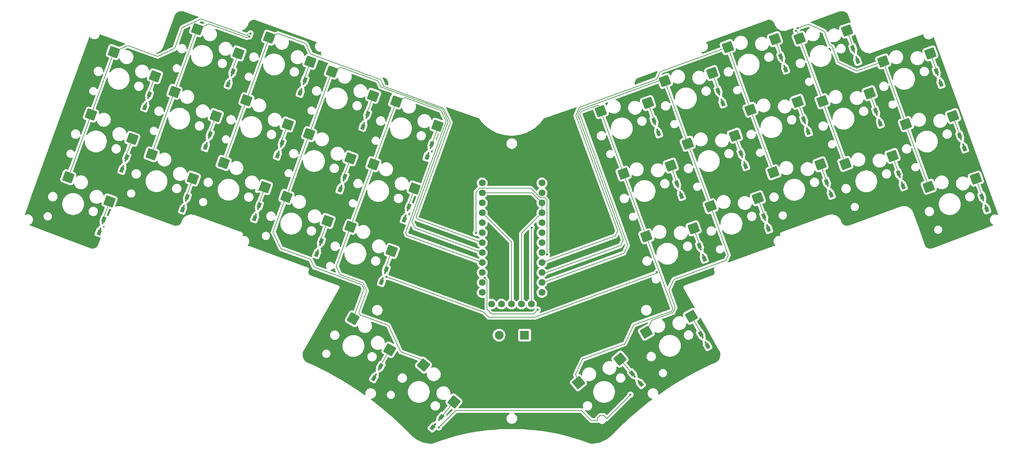
<source format=gbr>
%TF.GenerationSoftware,KiCad,Pcbnew,9.0.1*%
%TF.CreationDate,2025-05-25T10:06:09+02:00*%
%TF.ProjectId,ebbe34,65626265-3334-42e6-9b69-6361645f7063,rev?*%
%TF.SameCoordinates,Original*%
%TF.FileFunction,Copper,L2,Bot*%
%TF.FilePolarity,Positive*%
%FSLAX46Y46*%
G04 Gerber Fmt 4.6, Leading zero omitted, Abs format (unit mm)*
G04 Created by KiCad (PCBNEW 9.0.1) date 2025-05-25 10:06:09*
%MOMM*%
%LPD*%
G01*
G04 APERTURE LIST*
G04 Aperture macros list*
%AMRoundRect*
0 Rectangle with rounded corners*
0 $1 Rounding radius*
0 $2 $3 $4 $5 $6 $7 $8 $9 X,Y pos of 4 corners*
0 Add a 4 corners polygon primitive as box body*
4,1,4,$2,$3,$4,$5,$6,$7,$8,$9,$2,$3,0*
0 Add four circle primitives for the rounded corners*
1,1,$1+$1,$2,$3*
1,1,$1+$1,$4,$5*
1,1,$1+$1,$6,$7*
1,1,$1+$1,$8,$9*
0 Add four rect primitives between the rounded corners*
20,1,$1+$1,$2,$3,$4,$5,0*
20,1,$1+$1,$4,$5,$6,$7,0*
20,1,$1+$1,$6,$7,$8,$9,0*
20,1,$1+$1,$8,$9,$2,$3,0*%
%AMFreePoly0*
4,1,13,0.650000,0.227400,1.094200,0.227401,1.129555,0.212755,1.144200,0.177400,1.144200,-0.178200,1.129556,-0.213555,1.094200,-0.228200,0.650000,-0.228200,0.650000,-0.475000,-0.650000,-0.475000,-0.650000,0.475000,0.650000,0.475000,0.650000,0.227400,0.650000,0.227400,$1*%
%AMFreePoly1*
4,1,13,0.650000,-0.475000,-0.650000,-0.475000,-0.650000,-0.227000,-1.094200,-0.227000,-1.129555,-0.212355,-1.144200,-0.177000,-1.144200,0.178600,-1.129555,0.213955,-1.094200,0.228600,-0.650000,0.228600,-0.650000,0.475000,0.650000,0.475000,0.650000,-0.475000,0.650000,-0.475000,$1*%
G04 Aperture macros list end*
%TA.AperFunction,SMDPad,CuDef*%
%ADD10RoundRect,0.250000X-1.387676X-0.353525X0.387676X-1.378525X1.387676X0.353525X-0.387676X1.378525X0*%
%TD*%
%TA.AperFunction,SMDPad,CuDef*%
%ADD11RoundRect,0.250000X-0.621165X-1.290263X1.305205X-0.589122X0.621165X1.290263X-1.305205X0.589122X0*%
%TD*%
%TA.AperFunction,SMDPad,CuDef*%
%ADD12RoundRect,0.250000X-1.305205X-0.589122X0.621165X-1.290263X1.305205X0.589122X-0.621165X1.290263X0*%
%TD*%
%TA.AperFunction,SMDPad,CuDef*%
%ADD13RoundRect,0.250000X-0.387676X-1.378525X1.387676X-0.353525X0.387676X1.378525X-1.387676X0.353525X0*%
%TD*%
%TA.AperFunction,SMDPad,CuDef*%
%ADD14RoundRect,0.250000X-0.142408X-1.424902X1.427983X-0.107187X0.142408X1.424902X-1.427983X0.107187X0*%
%TD*%
%TA.AperFunction,SMDPad,CuDef*%
%ADD15RoundRect,0.250000X-1.427983X-0.107187X0.142408X-1.424902X1.427983X0.107187X-0.142408X1.424902X0*%
%TD*%
%TA.AperFunction,ComponentPad*%
%ADD16R,2.250000X2.250000*%
%TD*%
%TA.AperFunction,ComponentPad*%
%ADD17C,2.250000*%
%TD*%
%TA.AperFunction,ComponentPad*%
%ADD18C,1.752600*%
%TD*%
%TA.AperFunction,SMDPad,CuDef*%
%ADD19FreePoly0,110.000000*%
%TD*%
%TA.AperFunction,ComponentPad*%
%ADD20C,0.457200*%
%TD*%
%TA.AperFunction,SMDPad,CuDef*%
%ADD21FreePoly1,110.000000*%
%TD*%
%TA.AperFunction,SMDPad,CuDef*%
%ADD22FreePoly0,70.000000*%
%TD*%
%TA.AperFunction,SMDPad,CuDef*%
%ADD23FreePoly1,70.000000*%
%TD*%
%TA.AperFunction,SMDPad,CuDef*%
%ADD24FreePoly0,60.000000*%
%TD*%
%TA.AperFunction,SMDPad,CuDef*%
%ADD25FreePoly1,60.000000*%
%TD*%
%TA.AperFunction,SMDPad,CuDef*%
%ADD26FreePoly0,50.000000*%
%TD*%
%TA.AperFunction,SMDPad,CuDef*%
%ADD27FreePoly1,50.000000*%
%TD*%
%TA.AperFunction,SMDPad,CuDef*%
%ADD28FreePoly0,130.000000*%
%TD*%
%TA.AperFunction,SMDPad,CuDef*%
%ADD29FreePoly1,130.000000*%
%TD*%
%TA.AperFunction,SMDPad,CuDef*%
%ADD30FreePoly0,120.000000*%
%TD*%
%TA.AperFunction,SMDPad,CuDef*%
%ADD31FreePoly1,120.000000*%
%TD*%
%TA.AperFunction,ViaPad*%
%ADD32C,0.600000*%
%TD*%
%TA.AperFunction,Conductor*%
%ADD33C,0.200000*%
%TD*%
G04 APERTURE END LIST*
D10*
%TO.P,S31,1,1*%
%TO.N,Column 4*%
X112296582Y-132074915D03*
%TO.P,S31,2,2*%
%TO.N,Net-(D31-A)*%
X121588887Y-139980170D03*
%TD*%
D11*
%TO.P,S16,1,1*%
%TO.N,Column 6*%
X181245789Y-95058353D03*
%TO.P,S16,2,2*%
%TO.N,Net-(D16-A)*%
X193274545Y-93021435D03*
%TD*%
D12*
%TO.P,S21,1,1*%
%TO.N,Column 1*%
X39577355Y-95980850D03*
%TO.P,S21,2,2*%
%TO.N,Net-(D21-A)*%
X50101222Y-102152415D03*
%TD*%
%TO.P,S23,1,1*%
%TO.N,Column 3*%
X79220630Y-92318807D03*
%TO.P,S23,2,2*%
%TO.N,Net-(D23-A)*%
X89744497Y-98490372D03*
%TD*%
D11*
%TO.P,S27,1,1*%
%TO.N,Column 7*%
X203429494Y-103379123D03*
%TO.P,S27,2,2*%
%TO.N,Net-(D27-A)*%
X215458250Y-101342205D03*
%TD*%
D12*
%TO.P,S13,1,1*%
%TO.N,Column 3*%
X85034972Y-76344036D03*
%TO.P,S13,2,2*%
%TO.N,Net-(D13-A)*%
X95558839Y-82515601D03*
%TD*%
%TO.P,S4,1,1*%
%TO.N,Column 4*%
X106855297Y-69021671D03*
%TO.P,S4,2,2*%
%TO.N,Net-(D4-A)*%
X117379164Y-75193236D03*
%TD*%
D11*
%TO.P,S10,1,1*%
%TO.N,Column 10*%
X247450060Y-66439196D03*
%TO.P,S10,2,2*%
%TO.N,Net-(D10-A)*%
X259478816Y-64402278D03*
%TD*%
%TO.P,S18,1,1*%
%TO.N,Column 8*%
X213621132Y-78751930D03*
%TO.P,S18,2,2*%
%TO.N,Net-(D18-A)*%
X225649888Y-76715012D03*
%TD*%
D12*
%TO.P,S22,1,1*%
%TO.N,Column 2*%
X60852578Y-90156138D03*
%TO.P,S22,2,2*%
%TO.N,Net-(D22-A)*%
X71376445Y-96327703D03*
%TD*%
D11*
%TO.P,S9,1,1*%
%TO.N,Column 9*%
X226174847Y-60614492D03*
%TO.P,S9,2,2*%
%TO.N,Net-(D9-A)*%
X238203603Y-58577574D03*
%TD*%
%TO.P,S29,1,1*%
%TO.N,Column 9*%
X237803533Y-92564034D03*
%TO.P,S29,2,2*%
%TO.N,Net-(D29-A)*%
X249832289Y-90527116D03*
%TD*%
D12*
%TO.P,S3,1,1*%
%TO.N,Column 3*%
X90849305Y-60369255D03*
%TO.P,S3,2,2*%
%TO.N,Net-(D3-A)*%
X101373172Y-66540820D03*
%TD*%
D11*
%TO.P,S20,1,1*%
%TO.N,Column 10*%
X253264411Y-82413972D03*
%TO.P,S20,2,2*%
%TO.N,Net-(D20-A)*%
X265293167Y-80377054D03*
%TD*%
D12*
%TO.P,S11,1,1*%
%TO.N,Column 1*%
X45391691Y-80006076D03*
%TO.P,S11,2,2*%
%TO.N,Net-(D11-A)*%
X55915558Y-86177641D03*
%TD*%
D11*
%TO.P,S28,1,1*%
%TO.N,Column 8*%
X219435481Y-94726710D03*
%TO.P,S28,2,2*%
%TO.N,Net-(D28-A)*%
X231464237Y-92689792D03*
%TD*%
D12*
%TO.P,S2,1,1*%
%TO.N,Column 2*%
X72481255Y-58206585D03*
%TO.P,S2,2,2*%
%TO.N,Net-(D2-A)*%
X83005122Y-64378150D03*
%TD*%
%TO.P,S12,1,1*%
%TO.N,Column 2*%
X66666924Y-74181366D03*
%TO.P,S12,2,2*%
%TO.N,Net-(D12-A)*%
X77190791Y-80352931D03*
%TD*%
D11*
%TO.P,S26,1,1*%
%TO.N,Column 6*%
X187060136Y-111033123D03*
%TO.P,S26,2,2*%
%TO.N,Net-(D26-A)*%
X199088892Y-108996205D03*
%TD*%
%TO.P,S8,1,1*%
%TO.N,Column 8*%
X207806796Y-62777147D03*
%TO.P,S8,2,2*%
%TO.N,Net-(D8-A)*%
X219835552Y-60740229D03*
%TD*%
D12*
%TO.P,S24,1,1*%
%TO.N,Column 4*%
X95226607Y-100971226D03*
%TO.P,S24,2,2*%
%TO.N,Net-(D24-A)*%
X105750474Y-107142791D03*
%TD*%
D13*
%TO.P,S34,1,1*%
%TO.N,Column 7*%
X187012444Y-135538726D03*
%TO.P,S34,2,2*%
%TO.N,Net-(D34-A)*%
X198504749Y-131443981D03*
%TD*%
D14*
%TO.P,S33,1,1*%
%TO.N,Column 6*%
X169723007Y-148400191D03*
%TO.P,S33,2,2*%
%TO.N,Net-(D33-A)*%
X180329673Y-142372037D03*
%TD*%
D12*
%TO.P,S25,1,1*%
%TO.N,Column 5*%
X111595988Y-108625217D03*
%TO.P,S25,2,2*%
%TO.N,Net-(D25-A)*%
X122119855Y-114796782D03*
%TD*%
%TO.P,S5,1,1*%
%TO.N,Column 5*%
X123224659Y-76675667D03*
%TO.P,S5,2,2*%
%TO.N,Net-(D5-A)*%
X133748526Y-82847232D03*
%TD*%
D11*
%TO.P,S6,1,1*%
%TO.N,Column 6*%
X175431441Y-79083570D03*
%TO.P,S6,2,2*%
%TO.N,Net-(D6-A)*%
X187460197Y-77046652D03*
%TD*%
%TO.P,S7,1,1*%
%TO.N,Column 7*%
X191800819Y-71429573D03*
%TO.P,S7,2,2*%
%TO.N,Net-(D7-A)*%
X203829575Y-69392655D03*
%TD*%
%TO.P,S19,1,1*%
%TO.N,Column 9*%
X231989182Y-76589256D03*
%TO.P,S19,2,2*%
%TO.N,Net-(D19-A)*%
X244017938Y-74552338D03*
%TD*%
D12*
%TO.P,S15,1,1*%
%TO.N,Column 5*%
X117410318Y-92650445D03*
%TO.P,S15,2,2*%
%TO.N,Net-(D15-A)*%
X127934185Y-98822010D03*
%TD*%
D15*
%TO.P,S32,1,1*%
%TO.N,Column 5*%
X130186457Y-143900676D03*
%TO.P,S32,2,2*%
%TO.N,Net-(D32-A)*%
X137964858Y-153299425D03*
%TD*%
D12*
%TO.P,S14,1,1*%
%TO.N,Column 4*%
X101040947Y-84996454D03*
%TO.P,S14,2,2*%
%TO.N,Net-(D14-A)*%
X111564814Y-91168019D03*
%TD*%
D11*
%TO.P,S30,1,1*%
%TO.N,Column 10*%
X259078763Y-98388752D03*
%TO.P,S30,2,2*%
%TO.N,Net-(D30-A)*%
X271107519Y-96351834D03*
%TD*%
%TO.P,S17,1,1*%
%TO.N,Column 7*%
X197615161Y-87404354D03*
%TO.P,S17,2,2*%
%TO.N,Net-(D17-A)*%
X209643917Y-85367436D03*
%TD*%
D12*
%TO.P,S1,1,1*%
%TO.N,Column 1*%
X51206036Y-64031303D03*
%TO.P,S1,2,2*%
%TO.N,Net-(D1-A)*%
X61729903Y-70202868D03*
%TD*%
D16*
%TO.P,RESET1,1,1*%
%TO.N,GND*%
X155985761Y-136267910D03*
D17*
%TO.P,RESET1,2,2*%
%TO.N,Reset*%
X149485761Y-136267910D03*
%TD*%
D18*
%TO.P,Display1,1,MOSI*%
%TO.N,MOSI*%
X147552694Y-128330414D03*
%TO.P,Display1,2,SCK*%
%TO.N,SCK*%
X150092694Y-128330414D03*
%TO.P,Display1,3,VCC*%
%TO.N,+3V3*%
X152632694Y-128330414D03*
%TO.P,Display1,4,GND*%
%TO.N,GND*%
X155172694Y-128330414D03*
%TO.P,Display1,5,CS*%
%TO.N,NVCS*%
X157712694Y-128330414D03*
%TD*%
D19*
%TO.P,D9,1,K*%
%TO.N,row 1*%
X240928447Y-66354999D03*
D20*
X240552085Y-65320959D03*
%TO.P,D9,2,A*%
%TO.N,Net-(D9-A)*%
X240090258Y-64053265D03*
D21*
X239714273Y-63019089D03*
%TD*%
D19*
%TO.P,D30,1,K*%
%TO.N,row 3*%
X273856312Y-104195081D03*
D20*
X273479950Y-103161041D03*
%TO.P,D30,2,A*%
%TO.N,Net-(D30-A)*%
X273018123Y-101893347D03*
D21*
X272642138Y-100859171D03*
%TD*%
D19*
%TO.P,D27,1,K*%
%TO.N,row 3*%
X218215790Y-109199725D03*
D20*
X217839428Y-108165685D03*
%TO.P,D27,2,A*%
%TO.N,Net-(D27-A)*%
X217377601Y-106897991D03*
D21*
X217001616Y-105863815D03*
%TD*%
D22*
%TO.P,D25,1,K*%
%TO.N,row 3*%
X119489487Y-122750208D03*
D20*
X119865845Y-121716166D03*
%TO.P,D25,2,A*%
%TO.N,Net-(D25-A)*%
X120326923Y-120448199D03*
D23*
X120703657Y-119414296D03*
%TD*%
D18*
%TO.P,U2,1,TX0/P0.06*%
%TO.N,NVCS*%
X160414255Y-97435175D03*
%TO.P,U2,2,RX1/P0.08*%
%TO.N,unconnected-(U2-RX1{slash}P0.08-Pad2)*%
X160414255Y-99975175D03*
%TO.P,U2,3,GND*%
%TO.N,GND*%
X160414255Y-102515175D03*
%TO.P,U2,4,GND*%
X160414255Y-105055175D03*
%TO.P,U2,5,P0.17*%
%TO.N,MOSI*%
X160414255Y-107595175D03*
%TO.P,U2,6,P0.20*%
%TO.N,SCK*%
X160414255Y-110135175D03*
%TO.P,U2,7,P0.22*%
%TO.N,Column 10*%
X160414255Y-112675175D03*
%TO.P,U2,8,P0.24*%
%TO.N,Column 9*%
X160414255Y-115215175D03*
%TO.P,U2,9,P1.00*%
%TO.N,Column 8*%
X160414255Y-117755175D03*
%TO.P,U2,10,P0.11*%
%TO.N,Column 7*%
X160414255Y-120295175D03*
%TO.P,U2,11,P1.04*%
%TO.N,Column 6*%
X160414255Y-122835175D03*
%TO.P,U2,12,P1.06*%
%TO.N,row 1*%
X160414255Y-125375175D03*
%TO.P,U2,13,NFC1/P0.09*%
%TO.N,row 4*%
X145174255Y-125375175D03*
%TO.P,U2,14,NFC2/P0.10*%
%TO.N,row 3*%
X145174255Y-122835175D03*
%TO.P,U2,15,P1.11*%
%TO.N,row 2*%
X145174255Y-120295175D03*
%TO.P,U2,16,P1.13*%
%TO.N,Column 5*%
X145174255Y-117755175D03*
%TO.P,U2,17,P1.15*%
%TO.N,Column 4*%
X145174255Y-115215175D03*
%TO.P,U2,18,AIN0/P0.02*%
%TO.N,Column 3*%
X145174255Y-112675175D03*
%TO.P,U2,19,AIN5/P0.29*%
%TO.N,Column 2*%
X145174255Y-110135175D03*
%TO.P,U2,20,AIN7/P0.31*%
%TO.N,Column 1*%
X145174255Y-107595175D03*
%TO.P,U2,21,VCC*%
%TO.N,+3V3*%
X145174255Y-105055175D03*
%TO.P,U2,22,RST*%
%TO.N,Reset*%
X145174255Y-102515175D03*
%TO.P,U2,23,GND*%
%TO.N,GND*%
X145174255Y-99975175D03*
%TO.P,U2,24,BATIN/P0.04*%
%TO.N,unconnected-(U2-BATIN{slash}P0.04-Pad24)*%
X145174255Y-97435175D03*
%TD*%
D22*
%TO.P,D12,1,K*%
%TO.N,row 2*%
X74560428Y-88306353D03*
D20*
X74936786Y-87272311D03*
%TO.P,D12,2,A*%
%TO.N,Net-(D12-A)*%
X75397864Y-86004344D03*
D23*
X75774598Y-84970441D03*
%TD*%
D22*
%TO.P,D24,1,K*%
%TO.N,row 3*%
X102938415Y-115595427D03*
D20*
X103314773Y-114561385D03*
%TO.P,D24,2,A*%
%TO.N,Net-(D24-A)*%
X103775851Y-113293418D03*
D23*
X104152585Y-112259515D03*
%TD*%
D22*
%TO.P,D5,1,K*%
%TO.N,row 1*%
X131118173Y-90800668D03*
D20*
X131494531Y-89766626D03*
%TO.P,D5,2,A*%
%TO.N,Net-(D5-A)*%
X131955609Y-88498659D03*
D23*
X132332343Y-87464756D03*
%TD*%
D22*
%TO.P,D22,1,K*%
%TO.N,row 3*%
X68746087Y-104281129D03*
D20*
X69122445Y-103247087D03*
%TO.P,D22,2,A*%
%TO.N,Net-(D22-A)*%
X69583523Y-101979120D03*
D23*
X69960257Y-100945217D03*
%TD*%
D24*
%TO.P,D31,1,K*%
%TO.N,row 4*%
X117534958Y-147242560D03*
D20*
X118085159Y-146289583D03*
%TO.P,D31,2,A*%
%TO.N,Net-(D31-A)*%
X118759412Y-145120944D03*
D25*
X119309960Y-144168168D03*
%TD*%
D19*
%TO.P,D28,1,K*%
%TO.N,row 3*%
X234189079Y-100467212D03*
D20*
X233812717Y-99433172D03*
%TO.P,D28,2,A*%
%TO.N,Net-(D28-A)*%
X233350890Y-98165478D03*
D21*
X232974905Y-97131302D03*
%TD*%
D26*
%TO.P,D32,1,K*%
%TO.N,row 4*%
X132515458Y-159813415D03*
D20*
X133222782Y-158970456D03*
%TO.P,D32,2,A*%
%TO.N,Net-(D32-A)*%
X134089723Y-157936655D03*
D27*
X134797354Y-157093955D03*
%TD*%
D19*
%TO.P,D26,1,K*%
%TO.N,row 3*%
X201813730Y-116773634D03*
D20*
X201437368Y-115739594D03*
%TO.P,D26,2,A*%
%TO.N,Net-(D26-A)*%
X200975541Y-114471900D03*
D21*
X200599556Y-113437724D03*
%TD*%
D19*
%TO.P,D6,1,K*%
%TO.N,row 1*%
X190185041Y-84824081D03*
D20*
X189808679Y-83790041D03*
%TO.P,D6,2,A*%
%TO.N,Net-(D6-A)*%
X189346852Y-82522347D03*
D21*
X188970867Y-81488171D03*
%TD*%
D22*
%TO.P,D1,1,K*%
%TO.N,row 1*%
X59099550Y-78156297D03*
D20*
X59475908Y-77122255D03*
%TO.P,D1,2,A*%
%TO.N,Net-(D1-A)*%
X59936986Y-75854288D03*
D23*
X60313720Y-74820385D03*
%TD*%
D28*
%TO.P,D33,1,K*%
%TO.N,row 4*%
X185689484Y-148735384D03*
D20*
X184982157Y-147892428D03*
%TO.P,D33,2,A*%
%TO.N,Net-(D33-A)*%
X184114605Y-146859139D03*
D29*
X183407586Y-146015926D03*
%TD*%
D22*
%TO.P,D2,1,K*%
%TO.N,row 1*%
X80374768Y-72331579D03*
D20*
X80751126Y-71297537D03*
%TO.P,D2,2,A*%
%TO.N,Net-(D2-A)*%
X81212204Y-70029570D03*
D23*
X81588938Y-68995667D03*
%TD*%
D19*
%TO.P,D16,1,K*%
%TO.N,row 2*%
X195999382Y-100798855D03*
D20*
X195623020Y-99764815D03*
%TO.P,D16,2,A*%
%TO.N,Net-(D16-A)*%
X195161193Y-98497121D03*
D21*
X194785208Y-97462945D03*
%TD*%
D22*
%TO.P,D21,1,K*%
%TO.N,row 3*%
X47483824Y-110070229D03*
D20*
X47860182Y-109036187D03*
%TO.P,D21,2,A*%
%TO.N,Net-(D21-A)*%
X48321260Y-107768220D03*
D23*
X48697994Y-106734317D03*
%TD*%
D22*
%TO.P,D15,1,K*%
%TO.N,row 2*%
X125303837Y-106775430D03*
D20*
X125680195Y-105741388D03*
%TO.P,D15,2,A*%
%TO.N,Net-(D15-A)*%
X126141273Y-104473421D03*
D23*
X126518007Y-103439518D03*
%TD*%
D22*
%TO.P,D3,1,K*%
%TO.N,row 1*%
X98742822Y-74494248D03*
D20*
X99119180Y-73460206D03*
%TO.P,D3,2,A*%
%TO.N,Net-(D3-A)*%
X99580258Y-72192239D03*
D23*
X99956992Y-71158336D03*
%TD*%
D22*
%TO.P,D13,1,K*%
%TO.N,row 2*%
X92928480Y-90469018D03*
D20*
X93304838Y-89434976D03*
%TO.P,D13,2,A*%
%TO.N,Net-(D13-A)*%
X93765916Y-88167009D03*
D23*
X94142650Y-87133106D03*
%TD*%
D19*
%TO.P,D7,1,K*%
%TO.N,row 1*%
X206554415Y-77170083D03*
D20*
X206178053Y-76136043D03*
%TO.P,D7,2,A*%
%TO.N,Net-(D7-A)*%
X205716226Y-74868349D03*
D21*
X205340241Y-73834173D03*
%TD*%
D22*
%TO.P,D4,1,K*%
%TO.N,row 1*%
X114748800Y-83146660D03*
D20*
X115125158Y-82112618D03*
%TO.P,D4,2,A*%
%TO.N,Net-(D4-A)*%
X115586236Y-80844651D03*
D23*
X115962970Y-79810748D03*
%TD*%
D19*
%TO.P,D18,1,K*%
%TO.N,row 2*%
X228374733Y-84492436D03*
D20*
X227998371Y-83458396D03*
%TO.P,D18,2,A*%
%TO.N,Net-(D18-A)*%
X227536544Y-82190702D03*
D21*
X227160559Y-81156526D03*
%TD*%
D22*
%TO.P,D14,1,K*%
%TO.N,row 2*%
X108934454Y-99121440D03*
D20*
X109310812Y-98087398D03*
%TO.P,D14,2,A*%
%TO.N,Net-(D14-A)*%
X109771890Y-96819431D03*
D23*
X110148624Y-95785528D03*
%TD*%
D19*
%TO.P,D20,1,K*%
%TO.N,row 2*%
X268199708Y-88653696D03*
D20*
X267823346Y-87619656D03*
%TO.P,D20,2,A*%
%TO.N,Net-(D20-A)*%
X267361519Y-86351962D03*
D21*
X266985534Y-85317786D03*
%TD*%
D19*
%TO.P,D29,1,K*%
%TO.N,row 3*%
X252557131Y-98304542D03*
D20*
X252180769Y-97270502D03*
%TO.P,D29,2,A*%
%TO.N,Net-(D29-A)*%
X251718942Y-96002808D03*
D21*
X251342957Y-94968632D03*
%TD*%
D19*
%TO.P,D10,1,K*%
%TO.N,row 1*%
X262203669Y-72179709D03*
D20*
X261827307Y-71145669D03*
%TO.P,D10,2,A*%
%TO.N,Net-(D10-A)*%
X261365480Y-69877975D03*
D21*
X260989495Y-68843799D03*
%TD*%
D22*
%TO.P,D11,1,K*%
%TO.N,row 2*%
X53285204Y-94131073D03*
D20*
X53661562Y-93097031D03*
%TO.P,D11,2,A*%
%TO.N,Net-(D11-A)*%
X54122640Y-91829064D03*
D23*
X54499374Y-90795161D03*
%TD*%
D30*
%TO.P,D34,1,K*%
%TO.N,row 4*%
X202662814Y-139038713D03*
D20*
X202112611Y-138085738D03*
%TO.P,D34,2,A*%
%TO.N,Net-(D34-A)*%
X201437667Y-136917498D03*
D31*
X200887812Y-135964323D03*
%TD*%
D19*
%TO.P,D19,1,K*%
%TO.N,row 2*%
X246742786Y-82329766D03*
D20*
X246366424Y-81295726D03*
%TO.P,D19,2,A*%
%TO.N,Net-(D19-A)*%
X245904597Y-80028032D03*
D21*
X245528612Y-78993856D03*
%TD*%
D22*
%TO.P,D23,1,K*%
%TO.N,row 3*%
X87114140Y-106443791D03*
D20*
X87490498Y-105409749D03*
%TO.P,D23,2,A*%
%TO.N,Net-(D23-A)*%
X87951576Y-104141782D03*
D23*
X88328310Y-103107879D03*
%TD*%
D19*
%TO.P,D17,1,K*%
%TO.N,row 2*%
X212368755Y-93144862D03*
D20*
X211992393Y-92110822D03*
%TO.P,D17,2,A*%
%TO.N,Net-(D17-A)*%
X211530566Y-90843128D03*
D21*
X211154581Y-89808952D03*
%TD*%
D19*
%TO.P,D8,1,K*%
%TO.N,row 1*%
X222560391Y-68517664D03*
D20*
X222184029Y-67483624D03*
%TO.P,D8,2,A*%
%TO.N,Net-(D8-A)*%
X221722202Y-66215930D03*
D21*
X221346217Y-65181754D03*
%TD*%
D32*
%TO.N,row 1*%
X143555666Y-110184574D03*
X161689535Y-115732737D03*
%TO.N,row 2*%
X145751550Y-121585803D03*
X159351308Y-129747005D03*
%TO.N,row 3*%
X189757640Y-120198744D03*
X120757716Y-121407739D03*
%TO.N,row 4*%
X182990246Y-151434615D03*
X134083037Y-159813413D03*
%TO.N,NVCS*%
X157798255Y-108809026D03*
%TO.N,Column 1*%
X86067716Y-59286268D03*
%TO.N,Column 2*%
X85794097Y-60038028D03*
%TO.N,Column 9*%
X225229702Y-58660373D03*
%TO.N,Column 10*%
X225588366Y-57945276D03*
%TD*%
D33*
%TO.N,Net-(D1-A)*%
X61729903Y-70202876D02*
X60165196Y-74501874D01*
X60165196Y-74501874D02*
X60313717Y-74820387D01*
%TO.N,row 1*%
X157572001Y-98797878D02*
X159953326Y-101179200D01*
X144501202Y-98797877D02*
X157572001Y-98797878D01*
X161057620Y-101179202D02*
X161689535Y-101811112D01*
X161689535Y-101811112D02*
X161689535Y-115732737D01*
X143555666Y-110184574D02*
X143555666Y-99743413D01*
X159953326Y-101179200D02*
X161057620Y-101179202D01*
X143555666Y-99743413D02*
X144501202Y-98797877D01*
%TO.N,Net-(D2-A)*%
X81440416Y-68677154D02*
X81588939Y-68995669D01*
X83005122Y-64378145D02*
X81440416Y-68677154D01*
%TO.N,Net-(D3-A)*%
X99808475Y-70839827D02*
X99956989Y-71158343D01*
X101373176Y-66540823D02*
X99808475Y-70839827D01*
%TO.N,Net-(D4-A)*%
X117379159Y-75193237D02*
X115814449Y-79492249D01*
X115814449Y-79492249D02*
X115962970Y-79810754D01*
%TO.N,Net-(D5-A)*%
X132332340Y-87464754D02*
X133897052Y-83165742D01*
X133897052Y-83165742D02*
X133748528Y-82847234D01*
%TO.N,Net-(D6-A)*%
X187460200Y-77046655D02*
X189030349Y-81360610D01*
X189030349Y-81360610D02*
X188970868Y-81488169D01*
%TO.N,Net-(D7-A)*%
X205399728Y-73706611D02*
X205340243Y-73834175D01*
X203829571Y-69392657D02*
X205399728Y-73706611D01*
%TO.N,Net-(D8-A)*%
X221405705Y-65054187D02*
X221346217Y-65181752D01*
X219835556Y-60740225D02*
X221405705Y-65054187D01*
%TO.N,Net-(D9-A)*%
X238203603Y-58577572D02*
X239773749Y-62891529D01*
X239773749Y-62891529D02*
X239714274Y-63019079D01*
%TO.N,Net-(D10-A)*%
X261048972Y-68716252D02*
X260989501Y-68843803D01*
X259478816Y-64402276D02*
X261048972Y-68716252D01*
%TO.N,row 2*%
X159351309Y-129778255D02*
X159351308Y-129747005D01*
X146375395Y-129677345D02*
X147538811Y-130840758D01*
X147538811Y-130840758D02*
X158288809Y-130840758D01*
X146375394Y-122209655D02*
X146375395Y-129677345D01*
X145751550Y-121585803D02*
X146375394Y-122209655D01*
X158288809Y-130840758D02*
X159351309Y-129778255D01*
%TO.N,Net-(D11-A)*%
X54350849Y-90476650D02*
X54499376Y-90795158D01*
X55915565Y-86177638D02*
X54350849Y-90476650D01*
%TO.N,Net-(D12-A)*%
X75626075Y-84651938D02*
X75774596Y-84970445D01*
X77190791Y-80352927D02*
X75626075Y-84651938D01*
%TO.N,Net-(D13-A)*%
X93994119Y-86814612D02*
X94142659Y-87133101D01*
X95558836Y-82515593D02*
X93994119Y-86814612D01*
%TO.N,Net-(D14-A)*%
X111564812Y-91168017D02*
X110000104Y-95467023D01*
X110000104Y-95467023D02*
X110148626Y-95785534D01*
%TO.N,Net-(D15-A)*%
X127934187Y-98822005D02*
X126369477Y-103121002D01*
X126369477Y-103121002D02*
X126518000Y-103439533D01*
%TO.N,Net-(D16-A)*%
X194844691Y-97335392D02*
X194785215Y-97462943D01*
X193274544Y-93021428D02*
X194844691Y-97335392D01*
%TO.N,Net-(D17-A)*%
X211214067Y-89681391D02*
X211154590Y-89808948D01*
X209643916Y-85367435D02*
X211214067Y-89681391D01*
%TO.N,Net-(D18-A)*%
X225649889Y-76715005D02*
X227220046Y-81028973D01*
X227220046Y-81028973D02*
X227160559Y-81156531D01*
%TO.N,Net-(D19-A)*%
X245588093Y-78866302D02*
X245528612Y-78993858D01*
X244017940Y-74552333D02*
X245588093Y-78866302D01*
%TO.N,Net-(D20-A)*%
X267045022Y-85190227D02*
X266985536Y-85317791D01*
X265293170Y-80377056D02*
X267045022Y-85190227D01*
%TO.N,row 3*%
X158593853Y-131717078D02*
X189658995Y-120410290D01*
X145659569Y-130471273D02*
X146905377Y-131717077D01*
X189658995Y-120410290D02*
X189757640Y-120198744D01*
X146905377Y-131717077D02*
X158593853Y-131717078D01*
X120757716Y-121407739D02*
X145659569Y-130471273D01*
%TO.N,Net-(D21-A)*%
X50101219Y-102152415D02*
X48549466Y-106415809D01*
X48549466Y-106415809D02*
X48697991Y-106734320D01*
%TO.N,Net-(D22-A)*%
X69811735Y-100626709D02*
X69960260Y-100945218D01*
X71376445Y-96327696D02*
X69811735Y-100626709D01*
%TO.N,Net-(D23-A)*%
X89744500Y-98490366D02*
X88179792Y-102789369D01*
X89744500Y-98490366D02*
X87822231Y-99386738D01*
X88179792Y-102789369D02*
X88328313Y-103107888D01*
%TO.N,Net-(D24-A)*%
X105750477Y-107142788D02*
X104004066Y-111941009D01*
X104004066Y-111941009D02*
X104152584Y-112259523D01*
%TO.N,Net-(D25-A)*%
X120555139Y-119095801D02*
X120703657Y-119414300D01*
X122119850Y-114796786D02*
X120555139Y-119095801D01*
%TO.N,Net-(D26-A)*%
X199088888Y-108996202D02*
X200659046Y-113310154D01*
X200659046Y-113310154D02*
X200599556Y-113437723D01*
%TO.N,Net-(D27-A)*%
X215458254Y-101342199D02*
X217059112Y-105740518D01*
X217059112Y-105740518D02*
X217001613Y-105863820D01*
%TO.N,Net-(D28-A)*%
X233034389Y-97003739D02*
X232974906Y-97131302D01*
X231464237Y-92689784D02*
X233034389Y-97003739D01*
%TO.N,Net-(D29-A)*%
X251402442Y-94841073D02*
X251342954Y-94968636D01*
X249832288Y-90527116D02*
X251402442Y-94841073D01*
%TO.N,Net-(D30-A)*%
X272701627Y-100731604D02*
X272642140Y-100859174D01*
X271107518Y-96351836D02*
X272701627Y-100731604D01*
%TO.N,Net-(D31-A)*%
X119265892Y-144003712D02*
X119309960Y-144168167D01*
X121588888Y-139980177D02*
X119265892Y-144003712D01*
%TO.N,row 4*%
X176217783Y-156754766D02*
X176892023Y-157429006D01*
X175264263Y-156754766D02*
X176217783Y-156754766D01*
X134083037Y-159813413D02*
X138396450Y-155500000D01*
X174590023Y-158000000D02*
X174590023Y-157429006D01*
X182990246Y-151509754D02*
X182990246Y-151434615D01*
X176892023Y-157429006D02*
X176892023Y-157607977D01*
X138396450Y-155500000D02*
X170500000Y-155500000D01*
X176892023Y-157607977D02*
X182990246Y-151509754D01*
X170500000Y-155500000D02*
X173000000Y-158000000D01*
X173000000Y-158000000D02*
X174590023Y-158000000D01*
X174590023Y-157429006D02*
X175264263Y-156754766D01*
%TO.N,Net-(D32-A)*%
X134795796Y-157076169D02*
X134797360Y-157093956D01*
X137964864Y-153299420D02*
X134795796Y-157076169D01*
%TO.N,Net-(D33-A)*%
X183385639Y-146014004D02*
X183407589Y-146015919D01*
X180329672Y-142372036D02*
X183385639Y-146014004D01*
%TO.N,Net-(D34-A)*%
X200959692Y-135696066D02*
X200887814Y-135964326D01*
X198504748Y-131443977D02*
X200959692Y-135696066D01*
%TO.N,NVCS*%
X157712694Y-128330411D02*
X157712699Y-108894589D01*
X157712699Y-108894589D02*
X157798255Y-108809026D01*
%TO.N,+3V3*%
X152632692Y-112513632D02*
X145174253Y-105055184D01*
X152632693Y-128330412D02*
X152632692Y-112513632D01*
%TO.N,Column 1*%
X68650874Y-57799438D02*
X73469779Y-55552342D01*
X66847917Y-62753038D02*
X68650874Y-57799438D01*
X63825113Y-64479545D02*
X66708965Y-63134786D01*
X66708965Y-63134786D02*
X66847917Y-62753038D01*
X73469779Y-55552342D02*
X85229338Y-59832471D01*
X51206037Y-64031308D02*
X39577349Y-95980855D01*
X51206036Y-64031301D02*
X54732027Y-62387108D01*
X85229338Y-59832471D02*
X85314485Y-59598542D01*
X54732027Y-62387108D02*
X62359129Y-65163146D01*
X85314485Y-59598542D02*
X86020783Y-59269185D01*
X62359129Y-65163146D02*
X63825113Y-64479545D01*
X86020783Y-59269185D02*
X86067716Y-59286268D01*
%TO.N,Column 2*%
X85113178Y-60355542D02*
X85794097Y-60038028D01*
X75430497Y-56831327D02*
X85113178Y-60355542D01*
X72481254Y-58206581D02*
X75430497Y-56831327D01*
X72472483Y-58203401D02*
X72322319Y-58273414D01*
X72481254Y-58206581D02*
X72472483Y-58203401D01*
X72481254Y-58206581D02*
X62576550Y-85419531D01*
X62576553Y-85419537D02*
X60852580Y-90156136D01*
X62576550Y-85419531D02*
X62576553Y-85419537D01*
%TO.N,Column 3*%
X100163378Y-61869318D02*
X101437151Y-64600941D01*
X90840539Y-60366056D02*
X90690373Y-60436074D01*
X81062179Y-87259179D02*
X81062178Y-87259194D01*
X90849312Y-60369245D02*
X93125627Y-59307791D01*
X90849310Y-60369258D02*
X81062179Y-87259179D01*
X81062178Y-87259194D02*
X79220629Y-92318798D01*
X137046872Y-82041536D02*
X128311520Y-106041705D01*
X128590063Y-106639033D02*
X145174253Y-112675185D01*
X128311520Y-106041705D02*
X128590063Y-106639033D01*
X93125627Y-59307791D02*
X100163378Y-61869318D01*
X90849310Y-60369258D02*
X90840539Y-60366056D01*
X120064640Y-72782062D02*
X135317929Y-78333807D01*
X119277647Y-71094353D02*
X120064640Y-72782062D01*
X101437151Y-64600941D02*
X119277647Y-71094353D01*
X135317929Y-78333807D02*
X137046872Y-82041536D01*
%TO.N,Column 4*%
X114535085Y-123387915D02*
X115053647Y-124499946D01*
X102319086Y-118941654D02*
X114535085Y-123387915D01*
X118569033Y-71395151D02*
X109131615Y-67960206D01*
X91885188Y-110055932D02*
X93790271Y-114141393D01*
X127990387Y-108960774D02*
X127237849Y-107346945D01*
X106855292Y-69021671D02*
X106855284Y-69021675D01*
X145174253Y-115215185D02*
X127990387Y-108960774D01*
X106855292Y-69021671D02*
X106846521Y-69018479D01*
X95064476Y-101046828D02*
X91797099Y-110023861D01*
X106855284Y-69021675D02*
X95226609Y-100971228D01*
X115053647Y-124499946D02*
X112296582Y-132074920D01*
X106846521Y-69018479D02*
X106696360Y-69088501D01*
X101366546Y-116898928D02*
X102319086Y-118941654D01*
X91797099Y-110023861D02*
X91885188Y-110055932D01*
X109131615Y-67960206D02*
X106855297Y-69021670D01*
X95226609Y-100971228D02*
X95064476Y-101046828D01*
X93790271Y-114141393D02*
X101366546Y-116898928D01*
X135024701Y-78653820D02*
X119281907Y-72923906D01*
X127237849Y-107346945D02*
X136516722Y-81853472D01*
X136516722Y-81853472D02*
X135024701Y-78653820D01*
X119281907Y-72923906D02*
X118569033Y-71395151D01*
%TO.N,Column 5*%
X129485627Y-142397735D02*
X130186459Y-143900675D01*
X108843701Y-120751085D02*
X114750482Y-122900969D01*
X123224668Y-76675668D02*
X125500982Y-75614207D01*
X113700012Y-130433450D02*
X114017534Y-131114366D01*
X134731466Y-78973822D02*
X135986569Y-81665402D01*
X123224661Y-76675666D02*
X123224665Y-76675678D01*
X123215899Y-76672471D02*
X123065723Y-76742503D01*
X124387185Y-140542052D02*
X129485627Y-142397735D01*
X114750482Y-122900969D02*
X115700267Y-124937799D01*
X111595981Y-108625220D02*
X107910751Y-118750328D01*
X125500982Y-75614207D02*
X134731466Y-78973822D01*
X125922435Y-110748100D02*
X145174253Y-117755186D01*
X135986569Y-81665402D02*
X125629775Y-110120468D01*
X123224661Y-76675666D02*
X123215899Y-76672471D01*
X121212047Y-133732954D02*
X124387185Y-140542052D01*
X125629775Y-110120468D02*
X125922435Y-110748100D01*
X114017534Y-131114366D02*
X121212047Y-133732954D01*
X123224665Y-76675678D02*
X111595981Y-108625220D01*
X115700267Y-124937799D02*
X113700012Y-130433450D01*
X107910751Y-118750328D02*
X108843701Y-120751085D01*
%TO.N,Column 6*%
X170103187Y-79888728D02*
X170439378Y-79167766D01*
X175431447Y-79083567D02*
X187060129Y-111033120D01*
X193513312Y-130150514D02*
X183793371Y-133688282D01*
X181313740Y-115349279D02*
X160559855Y-122903074D01*
X187060129Y-111033120D02*
X187060135Y-111033125D01*
X193796925Y-129542301D02*
X193513312Y-130150514D01*
X160559855Y-122903074D02*
X160414253Y-122835179D01*
X183793371Y-133688282D02*
X181570774Y-138454653D01*
X178995711Y-104320737D02*
X170103187Y-79888728D01*
X170439378Y-79167766D02*
X174638635Y-77639355D01*
X174960406Y-77789407D02*
X175431446Y-79083568D01*
X181570774Y-138454653D02*
X170793677Y-142377193D01*
X182266279Y-113306548D02*
X181313740Y-115349279D01*
X179027777Y-104408830D02*
X178995711Y-104320737D01*
X168961158Y-146307037D02*
X169723006Y-148400195D01*
X187060135Y-111033125D02*
X193796925Y-129542301D01*
X174638635Y-77639355D02*
X174960406Y-77789407D01*
X178995711Y-104320737D02*
X182266279Y-113306548D01*
X170793677Y-142377193D02*
X168961158Y-146307037D01*
%TO.N,Column 7*%
X191800821Y-71429570D02*
X191075659Y-71091425D01*
X191800821Y-71429577D02*
X203429503Y-103379116D01*
X203429501Y-103379118D02*
X207975229Y-115868413D01*
X180498850Y-113384494D02*
X160895429Y-120519557D01*
X170198950Y-78689931D02*
X169563924Y-80051751D01*
X188438062Y-132481470D02*
X193774546Y-130539152D01*
X160895429Y-120519557D02*
X160414250Y-120295177D01*
X192753486Y-124773623D02*
X194023538Y-122049981D01*
X191075659Y-71091425D02*
X170198950Y-78689931D01*
X194379656Y-129241485D02*
X192753486Y-124773623D01*
X181171233Y-111942567D02*
X180498850Y-113384494D01*
X194023538Y-122049981D02*
X207355427Y-117197571D01*
X207975229Y-115868413D02*
X207355427Y-117197571D01*
X187012442Y-135538724D02*
X188438062Y-132481470D01*
X193774546Y-130539152D02*
X194379656Y-129241485D01*
X203429503Y-103379116D02*
X203429501Y-103379118D01*
X169563924Y-80051751D02*
X181171233Y-111942567D01*
%TO.N,Column 8*%
X160414250Y-117755180D02*
X179125130Y-110944977D01*
X189692090Y-70977333D02*
X190594612Y-69041874D01*
X190594612Y-69041874D02*
X207806797Y-62777149D01*
X179734164Y-109638893D02*
X169033773Y-80239815D01*
X213621131Y-78751926D02*
X219435476Y-94726702D01*
X170012956Y-78139950D02*
X189692090Y-70977333D01*
X179125130Y-110944977D02*
X179734164Y-109638893D01*
X213621139Y-78751918D02*
X213621131Y-78751926D01*
X207806797Y-62777148D02*
X213621139Y-78751918D01*
X169033773Y-80239815D02*
X170012956Y-78139950D01*
X219435476Y-94726702D02*
X219435479Y-94726705D01*
%TO.N,Column 9*%
X226174845Y-60614493D02*
X231013098Y-73907479D01*
X231989185Y-76589258D02*
X237803525Y-92564038D01*
X237803525Y-92564038D02*
X237803535Y-92564034D01*
X226174846Y-60614489D02*
X225511420Y-58791739D01*
X231013098Y-73907479D02*
X231989185Y-76589258D01*
X225511420Y-58791739D02*
X225229702Y-58660373D01*
%TO.N,Column 10*%
X228390928Y-56925231D02*
X225588366Y-57945276D01*
X253264424Y-82413984D02*
X253264412Y-82413972D01*
X247450064Y-66439198D02*
X240668737Y-68907396D01*
X234463279Y-62649104D02*
X233742315Y-62312914D01*
X235938240Y-66701528D02*
X234463279Y-62649104D01*
X240668737Y-68907396D02*
X235938240Y-66701528D01*
X253264404Y-82413970D02*
X253264412Y-82413972D01*
X247450061Y-66439194D02*
X253264404Y-82413970D01*
X232474420Y-58829390D02*
X228390928Y-56925231D01*
X233742315Y-62312914D02*
X232474420Y-58829390D01*
X259078764Y-98388758D02*
X253264424Y-82413984D01*
%TO.N,GND*%
X155172691Y-110296738D02*
X155172697Y-128330410D01*
X145174249Y-99975183D02*
X157874247Y-99975178D01*
X160414249Y-105055183D02*
X155172691Y-110296738D01*
X160414249Y-105055183D02*
X160414245Y-102515183D01*
X157874247Y-99975178D02*
X160414245Y-102515183D01*
X155172697Y-128330410D02*
X155172695Y-128528342D01*
%TD*%
%TA.AperFunction,NonConductor*%
G36*
X73546395Y-56219266D02*
G01*
X73756143Y-56295608D01*
X74262406Y-56479872D01*
X74318669Y-56521298D01*
X74343605Y-56586567D01*
X74329295Y-56654956D01*
X74280283Y-56704751D01*
X74272400Y-56708776D01*
X73973417Y-56848195D01*
X73904340Y-56858687D01*
X73878604Y-56852335D01*
X73336307Y-56654956D01*
X73162590Y-56591728D01*
X73106327Y-56550302D01*
X73081391Y-56485033D01*
X73095701Y-56416644D01*
X73144713Y-56366849D01*
X73152568Y-56362837D01*
X73451580Y-56223405D01*
X73520658Y-56212914D01*
X73546395Y-56219266D01*
G37*
%TD.AperFunction*%
%TA.AperFunction,NonConductor*%
G36*
X236896208Y-53604845D02*
G01*
X237126990Y-53625183D01*
X237142509Y-53627549D01*
X237368869Y-53676938D01*
X237383988Y-53681257D01*
X237602275Y-53758900D01*
X237616708Y-53765091D01*
X237823409Y-53869742D01*
X237836952Y-53877716D01*
X238028740Y-54007686D01*
X238041160Y-54017306D01*
X238214957Y-54170511D01*
X238226067Y-54181634D01*
X238379067Y-54355601D01*
X238388683Y-54368046D01*
X238495136Y-54525520D01*
X238508929Y-54552554D01*
X239181943Y-56401642D01*
X239186374Y-56471371D01*
X239152404Y-56532427D01*
X239090817Y-56565424D01*
X239040347Y-56565491D01*
X238890625Y-56534576D01*
X238715254Y-56539679D01*
X238680980Y-56548330D01*
X238615075Y-56564967D01*
X238615070Y-56564968D01*
X238615069Y-56564969D01*
X236594719Y-57300317D01*
X236501724Y-57345337D01*
X236501716Y-57345343D01*
X236364102Y-57454154D01*
X236364100Y-57454156D01*
X236255290Y-57591768D01*
X236255284Y-57591778D01*
X236181139Y-57750782D01*
X236145664Y-57922593D01*
X236149039Y-58038584D01*
X236150767Y-58097964D01*
X236166393Y-58159869D01*
X236176057Y-58198152D01*
X236176058Y-58198156D01*
X236185295Y-58223533D01*
X236189726Y-58293262D01*
X236155756Y-58354317D01*
X236094169Y-58387315D01*
X236024519Y-58381777D01*
X235993287Y-58364319D01*
X235903219Y-58295208D01*
X235903217Y-58295206D01*
X235903211Y-58295202D01*
X235903206Y-58295199D01*
X235903203Y-58295197D01*
X235701655Y-58178832D01*
X235701639Y-58178824D01*
X235486626Y-58089764D01*
X235261801Y-58029522D01*
X235031061Y-57999145D01*
X235031056Y-57999144D01*
X235031051Y-57999144D01*
X234798307Y-57999144D01*
X234798301Y-57999144D01*
X234798296Y-57999145D01*
X234567556Y-58029522D01*
X234342731Y-58089764D01*
X234127718Y-58178824D01*
X234127702Y-58178832D01*
X233926154Y-58295197D01*
X233926138Y-58295208D01*
X233741499Y-58436886D01*
X233741492Y-58436892D01*
X233576927Y-58601457D01*
X233576921Y-58601464D01*
X233435243Y-58786103D01*
X233435236Y-58786113D01*
X233361174Y-58914391D01*
X233348968Y-58926028D01*
X233340770Y-58940764D01*
X233324205Y-58949639D01*
X233310606Y-58962606D01*
X233294048Y-58965796D01*
X233279183Y-58973762D01*
X233260448Y-58972272D01*
X233241999Y-58975828D01*
X233226343Y-58969560D01*
X233209533Y-58968224D01*
X233194580Y-58956844D01*
X233177134Y-58949860D01*
X233166983Y-58935842D01*
X233153933Y-58925910D01*
X233137266Y-58894803D01*
X233061340Y-58686195D01*
X233047168Y-58647257D01*
X233011667Y-58549718D01*
X232920976Y-58420198D01*
X232920975Y-58420197D01*
X232920972Y-58420194D01*
X232851303Y-58361735D01*
X232799853Y-58318563D01*
X232719715Y-58281194D01*
X232653346Y-58250245D01*
X232653319Y-58250233D01*
X229012192Y-56552351D01*
X228959753Y-56506179D01*
X228940601Y-56438985D01*
X228960817Y-56372104D01*
X229013982Y-56326770D01*
X229022178Y-56323450D01*
X236096821Y-53749255D01*
X236098448Y-53749101D01*
X236150739Y-53729636D01*
X236158219Y-53726913D01*
X236164793Y-53724728D01*
X236389560Y-53656951D01*
X236404857Y-53653380D01*
X236633353Y-53615109D01*
X236648972Y-53613502D01*
X236880493Y-53604461D01*
X236896208Y-53604845D01*
G37*
%TD.AperFunction*%
%TA.AperFunction,NonConductor*%
G36*
X228409121Y-57596292D02*
G01*
X228666166Y-57716154D01*
X228718605Y-57762326D01*
X228737757Y-57829520D01*
X228717541Y-57896401D01*
X228675762Y-57935923D01*
X228509441Y-58031949D01*
X228509432Y-58031955D01*
X228324793Y-58173633D01*
X228324786Y-58173639D01*
X228160221Y-58338204D01*
X228160215Y-58338211D01*
X228018537Y-58522850D01*
X228018526Y-58522866D01*
X227902161Y-58724414D01*
X227902153Y-58724430D01*
X227813093Y-58939443D01*
X227762881Y-59126835D01*
X227726515Y-59186495D01*
X227663668Y-59217024D01*
X227594293Y-59208729D01*
X227540415Y-59164243D01*
X227526587Y-59137157D01*
X227484146Y-59020551D01*
X227439124Y-58927552D01*
X227439123Y-58927551D01*
X227439123Y-58927550D01*
X227330306Y-58789930D01*
X227192695Y-58681121D01*
X227192691Y-58681118D01*
X227192689Y-58681117D01*
X227188422Y-58679127D01*
X227033681Y-58606970D01*
X226861867Y-58571494D01*
X226686498Y-58576597D01*
X226586311Y-58601887D01*
X226586307Y-58601888D01*
X226290439Y-58709575D01*
X226289411Y-58709640D01*
X226288572Y-58710238D01*
X226254617Y-58711851D01*
X226220710Y-58714006D01*
X226219809Y-58713505D01*
X226218782Y-58713554D01*
X226189372Y-58696570D01*
X226159655Y-58680036D01*
X226159168Y-58679127D01*
X226158277Y-58678613D01*
X226142713Y-58648417D01*
X226126657Y-58618449D01*
X226126738Y-58617422D01*
X226126267Y-58616507D01*
X226129502Y-58582659D01*
X226132195Y-58548799D01*
X226132850Y-58547643D01*
X226132916Y-58546954D01*
X226135224Y-58543454D01*
X226150567Y-58516390D01*
X226155126Y-58510593D01*
X226210155Y-58455565D01*
X226276421Y-58356389D01*
X226279381Y-58352627D01*
X226304086Y-58335038D01*
X226327351Y-58315595D01*
X226334408Y-58312777D01*
X228314314Y-57592153D01*
X228384040Y-57587723D01*
X228409121Y-57596292D01*
G37*
%TD.AperFunction*%
%TA.AperFunction,NonConductor*%
G36*
X70738139Y-57568689D02*
G01*
X70776378Y-57627165D01*
X70776933Y-57697033D01*
X70774204Y-57705453D01*
X70453710Y-58586003D01*
X70428419Y-58686195D01*
X70423316Y-58861565D01*
X70458791Y-59033376D01*
X70532936Y-59192380D01*
X70532942Y-59192390D01*
X70641752Y-59330002D01*
X70641754Y-59330004D01*
X70779369Y-59438816D01*
X70779376Y-59438821D01*
X70858590Y-59477170D01*
X70872371Y-59483842D01*
X71201738Y-59603721D01*
X71258002Y-59645147D01*
X71282938Y-59710416D01*
X71275850Y-59762653D01*
X69990771Y-63293379D01*
X69949345Y-63349643D01*
X69884076Y-63374579D01*
X69815687Y-63360269D01*
X69765892Y-63311257D01*
X69750249Y-63250969D01*
X69750249Y-63066213D01*
X69720689Y-62879581D01*
X69689381Y-62783226D01*
X69662296Y-62699868D01*
X69662294Y-62699865D01*
X69662294Y-62699863D01*
X69600058Y-62577719D01*
X69576509Y-62531501D01*
X69465439Y-62378627D01*
X69331822Y-62245010D01*
X69178948Y-62133940D01*
X69155840Y-62122166D01*
X69010585Y-62048154D01*
X68830867Y-61989759D01*
X68644235Y-61960200D01*
X68644230Y-61960200D01*
X68455268Y-61960200D01*
X68455263Y-61960200D01*
X68268630Y-61989759D01*
X68088912Y-62048154D01*
X67945353Y-62121302D01*
X67876683Y-62134198D01*
X67811943Y-62107921D01*
X67771686Y-62050815D01*
X67768694Y-61981009D01*
X67772532Y-61968417D01*
X69112521Y-58286817D01*
X69153945Y-58230556D01*
X69176630Y-58216851D01*
X70605278Y-57550660D01*
X70674355Y-57540169D01*
X70738139Y-57568689D01*
G37*
%TD.AperFunction*%
%TA.AperFunction,NonConductor*%
G36*
X233665094Y-62939483D02*
G01*
X233937516Y-63066515D01*
X233989954Y-63112686D01*
X234001630Y-63136482D01*
X234171772Y-63603943D01*
X234172436Y-63605765D01*
X234176867Y-63675494D01*
X234142897Y-63736550D01*
X234081310Y-63769548D01*
X234011660Y-63764010D01*
X233956060Y-63721697D01*
X233950950Y-63713722D01*
X233950753Y-63713846D01*
X233948902Y-63710900D01*
X233783048Y-63446944D01*
X233588683Y-63203218D01*
X233525012Y-63139547D01*
X233491527Y-63078224D01*
X233496511Y-63008532D01*
X233538383Y-62952599D01*
X233603847Y-62928182D01*
X233665094Y-62939483D01*
G37*
%TD.AperFunction*%
%TA.AperFunction,NonConductor*%
G36*
X68622821Y-53613485D02*
G01*
X68638448Y-53615092D01*
X68866940Y-53653365D01*
X68882247Y-53656940D01*
X69106612Y-53724599D01*
X69113195Y-53726787D01*
X69122274Y-53730090D01*
X69123049Y-53730375D01*
X69173344Y-53749098D01*
X69173345Y-53749098D01*
X69177060Y-53750481D01*
X69183714Y-53752446D01*
X71343590Y-54538342D01*
X72679829Y-55024548D01*
X72736097Y-55065969D01*
X72761039Y-55131235D01*
X72746736Y-55199625D01*
X72697729Y-55249426D01*
X72689835Y-55253456D01*
X68325441Y-57288610D01*
X68325436Y-57288614D01*
X68204322Y-57390241D01*
X68204319Y-57390244D01*
X68113626Y-57519767D01*
X68113625Y-57519768D01*
X68083887Y-57601475D01*
X66282711Y-62550183D01*
X66282710Y-62550186D01*
X66247324Y-62647401D01*
X66205896Y-62703664D01*
X66183208Y-62717370D01*
X63817517Y-63820508D01*
X63726908Y-63862760D01*
X63642980Y-63901896D01*
X62377326Y-64492080D01*
X62308248Y-64502572D01*
X62282510Y-64496220D01*
X62151590Y-64448569D01*
X62095327Y-64407143D01*
X62070391Y-64341874D01*
X62084701Y-64273485D01*
X62133713Y-64223690D01*
X62159315Y-64212997D01*
X62163311Y-64211833D01*
X62440546Y-64097793D01*
X62704065Y-63954890D01*
X62950875Y-63784747D01*
X63178170Y-63589296D01*
X63383368Y-63370761D01*
X63564136Y-63131623D01*
X63718420Y-62874601D01*
X63762779Y-62778900D01*
X63775128Y-62761266D01*
X63790393Y-62719324D01*
X63809160Y-62678830D01*
X63810961Y-62668468D01*
X63816601Y-62647316D01*
X66762805Y-54552699D01*
X66776587Y-54525683D01*
X66883153Y-54368032D01*
X66892750Y-54355611D01*
X67045761Y-54181622D01*
X67056857Y-54170513D01*
X67230656Y-54017298D01*
X67243071Y-54007681D01*
X67434860Y-53877704D01*
X67448398Y-53869733D01*
X67655091Y-53765082D01*
X67669537Y-53758885D01*
X67887822Y-53681239D01*
X67902921Y-53676925D01*
X68129293Y-53627532D01*
X68144814Y-53625166D01*
X68375592Y-53604828D01*
X68391307Y-53604444D01*
X68622821Y-53613485D01*
G37*
%TD.AperFunction*%
%TA.AperFunction,NonConductor*%
G36*
X231408621Y-58994979D02*
G01*
X231948657Y-59246801D01*
X232001094Y-59292971D01*
X232012772Y-59316771D01*
X233150407Y-62442410D01*
X233150410Y-62442414D01*
X233150989Y-62444005D01*
X233150990Y-62444008D01*
X233197693Y-62572322D01*
X233202124Y-62642051D01*
X233168154Y-62703107D01*
X233106567Y-62736104D01*
X233036917Y-62730567D01*
X233015199Y-62719727D01*
X232860566Y-62622565D01*
X232579706Y-62487310D01*
X232285471Y-62384352D01*
X232285459Y-62384348D01*
X231981541Y-62314981D01*
X231981525Y-62314979D01*
X231671765Y-62280077D01*
X231671761Y-62280077D01*
X231360023Y-62280077D01*
X231360019Y-62280077D01*
X231050258Y-62314979D01*
X231050242Y-62314981D01*
X230746324Y-62384348D01*
X230746312Y-62384352D01*
X230452077Y-62487310D01*
X230171217Y-62622565D01*
X229907260Y-62788420D01*
X229663533Y-62982785D01*
X229443100Y-63203218D01*
X229248735Y-63446945D01*
X229082880Y-63710902D01*
X228947625Y-63991762D01*
X228844667Y-64285997D01*
X228844663Y-64286009D01*
X228775296Y-64589927D01*
X228775294Y-64589943D01*
X228740392Y-64899703D01*
X228740392Y-65204290D01*
X228720707Y-65271329D01*
X228667903Y-65317084D01*
X228598745Y-65327028D01*
X228535189Y-65298003D01*
X228499870Y-65246701D01*
X228368563Y-64885938D01*
X227380245Y-62170561D01*
X227375815Y-62100834D01*
X227409785Y-62039778D01*
X227454356Y-62011631D01*
X227783730Y-61891749D01*
X227876729Y-61846726D01*
X228014348Y-61737910D01*
X228023739Y-61726034D01*
X228086619Y-61646509D01*
X228123164Y-61600291D01*
X228197309Y-61441287D01*
X228197862Y-61438610D01*
X228232785Y-61269472D01*
X228232408Y-61256512D01*
X228227683Y-61094102D01*
X228214983Y-61043789D01*
X228217660Y-60973973D01*
X228257659Y-60916685D01*
X228322280Y-60890117D01*
X228391007Y-60902703D01*
X228410697Y-60915065D01*
X228509431Y-60990826D01*
X228509436Y-60990829D01*
X228509441Y-60990833D01*
X228509448Y-60990837D01*
X228710996Y-61107202D01*
X228711012Y-61107210D01*
X228926025Y-61196270D01*
X228926027Y-61196270D01*
X228926033Y-61196273D01*
X229150847Y-61256512D01*
X229381601Y-61286891D01*
X229381608Y-61286891D01*
X229614338Y-61286891D01*
X229614345Y-61286891D01*
X229845099Y-61256512D01*
X230069913Y-61196273D01*
X230180811Y-61150338D01*
X230284933Y-61107210D01*
X230284936Y-61107208D01*
X230284942Y-61107206D01*
X230486505Y-60990833D01*
X230671154Y-60849147D01*
X230835729Y-60684572D01*
X230977415Y-60499923D01*
X231093788Y-60298360D01*
X231095814Y-60293470D01*
X231168963Y-60116870D01*
X231182855Y-60083331D01*
X231243094Y-59858517D01*
X231273473Y-59627763D01*
X231273473Y-59395019D01*
X231243094Y-59164265D01*
X231236446Y-59139454D01*
X231238109Y-59069605D01*
X231277272Y-59011743D01*
X231341501Y-58984239D01*
X231408621Y-58994979D01*
G37*
%TD.AperFunction*%
%TA.AperFunction,NonConductor*%
G36*
X189888103Y-68945026D02*
G01*
X189921141Y-69006592D01*
X189915649Y-69076245D01*
X189912168Y-69084472D01*
X189274677Y-70451569D01*
X189228505Y-70504008D01*
X189204706Y-70515686D01*
X184201036Y-72336874D01*
X184174358Y-72338569D01*
X184148169Y-72343910D01*
X184140024Y-72340751D01*
X184131307Y-72341305D01*
X184107950Y-72328309D01*
X184083028Y-72318643D01*
X184077884Y-72311582D01*
X184070251Y-72307335D01*
X184057627Y-72283774D01*
X184041889Y-72262169D01*
X184039330Y-72249623D01*
X184037254Y-72245748D01*
X184034837Y-72227596D01*
X184025323Y-72064813D01*
X184025523Y-72047501D01*
X184042455Y-71840255D01*
X184045070Y-71823125D01*
X184090737Y-71620259D01*
X184095714Y-71603667D01*
X184169220Y-71409160D01*
X184176460Y-71393424D01*
X184276378Y-71211052D01*
X184285738Y-71196487D01*
X184410108Y-71029834D01*
X184421406Y-71016717D01*
X184567803Y-70869031D01*
X184580824Y-70857615D01*
X184702817Y-70764896D01*
X184735359Y-70747127D01*
X189757302Y-68915572D01*
X189827025Y-68911096D01*
X189888103Y-68945026D01*
G37*
%TD.AperFunction*%
%TA.AperFunction,NonConductor*%
G36*
X119867628Y-70503216D02*
G01*
X120536439Y-70747139D01*
X120537501Y-70747719D01*
X120538128Y-70747769D01*
X120568978Y-70764907D01*
X120658250Y-70832757D01*
X120690959Y-70857617D01*
X120703991Y-70869043D01*
X120757572Y-70923096D01*
X120820677Y-70986757D01*
X120850377Y-71016718D01*
X120861689Y-71029850D01*
X120986056Y-71196497D01*
X120995426Y-71211078D01*
X121095340Y-71393434D01*
X121102586Y-71409180D01*
X121176097Y-71603689D01*
X121181076Y-71620290D01*
X121226747Y-71823146D01*
X121229363Y-71840280D01*
X121246303Y-72047527D01*
X121246504Y-72064858D01*
X121234916Y-72263281D01*
X121234654Y-72266867D01*
X121232746Y-72288660D01*
X121232201Y-72293704D01*
X121225398Y-72346454D01*
X121225401Y-72347725D01*
X121225829Y-72352102D01*
X121226392Y-72361304D01*
X121225881Y-72367153D01*
X121227213Y-72374711D01*
X121227644Y-72381736D01*
X121221371Y-72409215D01*
X121218245Y-72437230D01*
X121213699Y-72442824D01*
X121212095Y-72449853D01*
X121191960Y-72469579D01*
X121174185Y-72491457D01*
X121167335Y-72493706D01*
X121162187Y-72498750D01*
X121134587Y-72504458D01*
X121107802Y-72513254D01*
X121098931Y-72511834D01*
X121093765Y-72512903D01*
X121085326Y-72509656D01*
X121061466Y-72505838D01*
X120552022Y-72320416D01*
X120495758Y-72278990D01*
X120482050Y-72256299D01*
X120474805Y-72240763D01*
X119788474Y-70768920D01*
X119788470Y-70768915D01*
X119730154Y-70699417D01*
X119702141Y-70635409D01*
X119713180Y-70566417D01*
X119759766Y-70514345D01*
X119827110Y-70495727D01*
X119867628Y-70503216D01*
G37*
%TD.AperFunction*%
%TA.AperFunction,NonConductor*%
G36*
X177260495Y-76835915D02*
G01*
X177293493Y-76897502D01*
X177287955Y-76967152D01*
X177277009Y-76988337D01*
X177277155Y-76988421D01*
X177275364Y-76991522D01*
X177275237Y-76991769D01*
X177275126Y-76991934D01*
X177158755Y-77193492D01*
X177158747Y-77193508D01*
X177069687Y-77408521D01*
X177019475Y-77595913D01*
X176983109Y-77655573D01*
X176920262Y-77686102D01*
X176850887Y-77677807D01*
X176797009Y-77633321D01*
X176783181Y-77606235D01*
X176740740Y-77489629D01*
X176695718Y-77396630D01*
X176695717Y-77396629D01*
X176695717Y-77396628D01*
X176586902Y-77259010D01*
X176540277Y-77222144D01*
X176499900Y-77165123D01*
X176496760Y-77095324D01*
X176531855Y-77034908D01*
X176574773Y-77008356D01*
X177129711Y-76806375D01*
X177199440Y-76801945D01*
X177260495Y-76835915D01*
G37*
%TD.AperFunction*%
%TA.AperFunction,NonConductor*%
G36*
X134064135Y-84824946D02*
G01*
X134065416Y-84825412D01*
X134121681Y-84866835D01*
X134146620Y-84932103D01*
X134139532Y-84984345D01*
X133548831Y-86607285D01*
X133507405Y-86663549D01*
X133442136Y-86688485D01*
X133373747Y-86674175D01*
X133345337Y-86653259D01*
X133344273Y-86652212D01*
X133310295Y-86591161D01*
X133314717Y-86521434D01*
X133905214Y-84899057D01*
X133910578Y-84891772D01*
X133912432Y-84882914D01*
X133930970Y-84864077D01*
X133946639Y-84842797D01*
X133955092Y-84839567D01*
X133961442Y-84833116D01*
X133987222Y-84827291D01*
X134011908Y-84817861D01*
X134022568Y-84819307D01*
X134029594Y-84817720D01*
X134064135Y-84824946D01*
G37*
%TD.AperFunction*%
%TA.AperFunction,NonConductor*%
G36*
X132548550Y-89066529D02*
G01*
X132595241Y-89118508D01*
X132606417Y-89187478D01*
X132599906Y-89214436D01*
X132446455Y-89636039D01*
X132405029Y-89692302D01*
X132339760Y-89717238D01*
X132271371Y-89702928D01*
X132221576Y-89653916D01*
X132208316Y-89617819D01*
X132199678Y-89574398D01*
X132195612Y-89553955D01*
X132140651Y-89421268D01*
X132140650Y-89421267D01*
X132140646Y-89421259D01*
X132114651Y-89382356D01*
X132093772Y-89315679D01*
X132112256Y-89248299D01*
X132164234Y-89201608D01*
X132170291Y-89198907D01*
X132300967Y-89144779D01*
X132414494Y-89068922D01*
X132481170Y-89048045D01*
X132548550Y-89066529D01*
G37*
%TD.AperFunction*%
%TA.AperFunction,NonConductor*%
G36*
X128016282Y-100714732D02*
G01*
X128251079Y-100800191D01*
X128307342Y-100841617D01*
X128332278Y-100906886D01*
X128325190Y-100959123D01*
X127734495Y-102582048D01*
X127693069Y-102638312D01*
X127627800Y-102663248D01*
X127559411Y-102648938D01*
X127530990Y-102628012D01*
X127526437Y-102623531D01*
X127486389Y-102584113D01*
X127486387Y-102584111D01*
X127359566Y-102516162D01*
X127355524Y-102514355D01*
X127356033Y-102513215D01*
X127304231Y-102475076D01*
X127279294Y-102409808D01*
X127286381Y-102357569D01*
X127857353Y-100788842D01*
X127862720Y-100781553D01*
X127864574Y-100772693D01*
X127883107Y-100753863D01*
X127898778Y-100732580D01*
X127907237Y-100729348D01*
X127913586Y-100722898D01*
X127939357Y-100717077D01*
X127964047Y-100707645D01*
X127974711Y-100709092D01*
X127981739Y-100707505D01*
X128016282Y-100714732D01*
G37*
%TD.AperFunction*%
%TA.AperFunction,NonConductor*%
G36*
X126734214Y-105041291D02*
G01*
X126780905Y-105093270D01*
X126792081Y-105162240D01*
X126785570Y-105189198D01*
X126632119Y-105610801D01*
X126590693Y-105667064D01*
X126525424Y-105692000D01*
X126457035Y-105677690D01*
X126407240Y-105628678D01*
X126393980Y-105592581D01*
X126385345Y-105549174D01*
X126381276Y-105528717D01*
X126332474Y-105410900D01*
X126326316Y-105396032D01*
X126326310Y-105396021D01*
X126300315Y-105357118D01*
X126279436Y-105290441D01*
X126297920Y-105223061D01*
X126349898Y-105176370D01*
X126355955Y-105173669D01*
X126486631Y-105119541D01*
X126600158Y-105043684D01*
X126666834Y-105022807D01*
X126734214Y-105041291D01*
G37*
%TD.AperFunction*%
%TA.AperFunction,NonConductor*%
G36*
X50183317Y-104045136D02*
G01*
X50457812Y-104145045D01*
X50514075Y-104186470D01*
X50539011Y-104251739D01*
X50524701Y-104320128D01*
X50518468Y-104330509D01*
X50367731Y-104555855D01*
X50367724Y-104555867D01*
X50231576Y-104824353D01*
X50231574Y-104824358D01*
X50180262Y-104965469D01*
X50180250Y-104965503D01*
X50026767Y-105387196D01*
X49865938Y-105829069D01*
X49824512Y-105885332D01*
X49759243Y-105910268D01*
X49690854Y-105895958D01*
X49689511Y-105895228D01*
X49674586Y-105886993D01*
X49666376Y-105878912D01*
X49539552Y-105810961D01*
X49531427Y-105808003D01*
X49522991Y-105803349D01*
X49504907Y-105785105D01*
X49484219Y-105769872D01*
X49480714Y-105760699D01*
X49473804Y-105753727D01*
X49468453Y-105728600D01*
X49459286Y-105704602D01*
X49460865Y-105692965D01*
X49459252Y-105685390D01*
X49463372Y-105674489D01*
X49466373Y-105652371D01*
X50024387Y-104119246D01*
X50065813Y-104062984D01*
X50131081Y-104038049D01*
X50183317Y-104045136D01*
G37*
%TD.AperFunction*%
%TA.AperFunction,NonConductor*%
G36*
X48827078Y-108394301D02*
G01*
X48873769Y-108446278D01*
X48884948Y-108515248D01*
X48878436Y-108542208D01*
X48784648Y-108799890D01*
X48743222Y-108856154D01*
X48677953Y-108881090D01*
X48609565Y-108866780D01*
X48559769Y-108817769D01*
X48553565Y-108804932D01*
X48552187Y-108801606D01*
X48525316Y-108736733D01*
X48506305Y-108690835D01*
X48506297Y-108690820D01*
X48480302Y-108651917D01*
X48459423Y-108585240D01*
X48477907Y-108517860D01*
X48529885Y-108471169D01*
X48535942Y-108468468D01*
X48666618Y-108414340D01*
X48693022Y-108396697D01*
X48759697Y-108375818D01*
X48827078Y-108394301D01*
G37*
%TD.AperFunction*%
%TA.AperFunction,NonConductor*%
G36*
X128097963Y-107038785D02*
G01*
X128127891Y-107042581D01*
X128133905Y-107046306D01*
X128136825Y-107046917D01*
X128143028Y-107051956D01*
X128157896Y-107061165D01*
X128166247Y-107068161D01*
X128180871Y-107085589D01*
X128214093Y-107108851D01*
X128276979Y-107152884D01*
X128310391Y-107176280D01*
X128310392Y-107176280D01*
X128310393Y-107176281D01*
X128458973Y-107230359D01*
X128458974Y-107230359D01*
X138733435Y-110969957D01*
X143731928Y-112789260D01*
X143733789Y-112789937D01*
X143790053Y-112831363D01*
X143813852Y-112887060D01*
X143831357Y-112997579D01*
X143831357Y-112997580D01*
X143898323Y-113203680D01*
X143977765Y-113359594D01*
X143996710Y-113396775D01*
X144124091Y-113572100D01*
X144277330Y-113725339D01*
X144300437Y-113742127D01*
X144441831Y-113844856D01*
X144458551Y-113866539D01*
X144477881Y-113885936D01*
X144479579Y-113893808D01*
X144484497Y-113900186D01*
X144486839Y-113927464D01*
X144492615Y-113954234D01*
X144489786Y-113961776D01*
X144490476Y-113969799D01*
X144477698Y-113994014D01*
X144468084Y-114019656D01*
X144459939Y-114027670D01*
X144457870Y-114031594D01*
X144443084Y-114044570D01*
X144442374Y-114045099D01*
X144277330Y-114165011D01*
X144264760Y-114177579D01*
X144257560Y-114182951D01*
X144232881Y-114192106D01*
X144209774Y-114204723D01*
X144200554Y-114204100D01*
X144192054Y-114207254D01*
X144167490Y-114201866D01*
X144141012Y-114200077D01*
X128477770Y-108499127D01*
X128421506Y-108457701D01*
X128407798Y-108435010D01*
X128405393Y-108429853D01*
X127908912Y-107365143D01*
X127898421Y-107296066D01*
X127904773Y-107270329D01*
X127936589Y-107182915D01*
X127961742Y-107113806D01*
X127979629Y-107089513D01*
X127995513Y-107063869D01*
X128000132Y-107061665D01*
X128003168Y-107057543D01*
X128031351Y-107046775D01*
X128058577Y-107033790D01*
X128063654Y-107034434D01*
X128068437Y-107032607D01*
X128097963Y-107038785D01*
G37*
%TD.AperFunction*%
%TA.AperFunction,NonConductor*%
G36*
X136108046Y-78108734D02*
G01*
X144395873Y-81023868D01*
X144452582Y-81064681D01*
X144458370Y-81072767D01*
X144511045Y-81152964D01*
X144511064Y-81152991D01*
X144879129Y-81644374D01*
X145276857Y-82112050D01*
X145276869Y-82112063D01*
X145702731Y-82554238D01*
X145702739Y-82554246D01*
X145702749Y-82554256D01*
X146155161Y-82969284D01*
X146632365Y-83355550D01*
X147132536Y-83711576D01*
X147132540Y-83711578D01*
X147132545Y-83711582D01*
X147653740Y-84035987D01*
X147653746Y-84035990D01*
X147653760Y-84035999D01*
X148194043Y-84327580D01*
X148603449Y-84516843D01*
X148751322Y-84585203D01*
X149222304Y-84768511D01*
X149323454Y-84807879D01*
X149908262Y-84994760D01*
X150503505Y-85145130D01*
X151106905Y-85258414D01*
X151599320Y-85319649D01*
X151716136Y-85334177D01*
X151716140Y-85334177D01*
X151716154Y-85334179D01*
X152328922Y-85372134D01*
X152328931Y-85372134D01*
X152942855Y-85372134D01*
X152942864Y-85372134D01*
X153555632Y-85334180D01*
X154164881Y-85258417D01*
X154768281Y-85145133D01*
X155071906Y-85068432D01*
X155363495Y-84994772D01*
X155363501Y-84994770D01*
X155363503Y-84994769D01*
X155363524Y-84994764D01*
X155948332Y-84807883D01*
X156512087Y-84588469D01*
X156520463Y-84585209D01*
X156520463Y-84585208D01*
X156520468Y-84585207D01*
X157077744Y-84327586D01*
X157618028Y-84036007D01*
X158139252Y-83711584D01*
X158639423Y-83355559D01*
X159116628Y-82969294D01*
X159569040Y-82554266D01*
X159994930Y-82112064D01*
X160392667Y-81644378D01*
X160760731Y-81152999D01*
X160813430Y-81072764D01*
X160866683Y-81027541D01*
X160875905Y-81023875D01*
X169126277Y-78121916D01*
X169196049Y-78118242D01*
X169256732Y-78152873D01*
X169289060Y-78214814D01*
X169282768Y-78284399D01*
X169279802Y-78291297D01*
X168832827Y-79249839D01*
X168524063Y-79911987D01*
X168517207Y-79926689D01*
X168511954Y-79937953D01*
X168470201Y-80027494D01*
X168470201Y-80027495D01*
X168456123Y-80057683D01*
X168433539Y-80185769D01*
X168433538Y-80185776D01*
X168432485Y-80191751D01*
X168428668Y-80213396D01*
X168429241Y-80219947D01*
X168430129Y-80230099D01*
X168430129Y-80230101D01*
X168442447Y-80370909D01*
X168499054Y-80526437D01*
X168499065Y-80526463D01*
X178539956Y-108113578D01*
X179063534Y-109552099D01*
X179067239Y-109562277D01*
X179071670Y-109632006D01*
X179063099Y-109657093D01*
X178707717Y-110419214D01*
X178661545Y-110471653D01*
X178637745Y-110483331D01*
X162506048Y-116354788D01*
X162436319Y-116359219D01*
X162375264Y-116325249D01*
X162342266Y-116263662D01*
X162347804Y-116194012D01*
X162360533Y-116169378D01*
X162398929Y-116111916D01*
X162459272Y-115966234D01*
X162490035Y-115811579D01*
X162490035Y-115653895D01*
X162490035Y-115653892D01*
X162490034Y-115653890D01*
X162484004Y-115623577D01*
X162459272Y-115499240D01*
X162439606Y-115451762D01*
X162398932Y-115353564D01*
X162398925Y-115353551D01*
X162310933Y-115221862D01*
X162290055Y-115155184D01*
X162290035Y-115152971D01*
X162290035Y-101890170D01*
X162290036Y-101890167D01*
X162290035Y-101732052D01*
X162254867Y-101600805D01*
X162249112Y-101579328D01*
X162249111Y-101579327D01*
X162249111Y-101579325D01*
X162211595Y-101514346D01*
X162170055Y-101442396D01*
X162058251Y-101330592D01*
X162058250Y-101330591D01*
X162053926Y-101326267D01*
X162053915Y-101326257D01*
X161917773Y-101190116D01*
X161596254Y-100868600D01*
X161562770Y-100807279D01*
X161567754Y-100737587D01*
X161583614Y-100708041D01*
X161591800Y-100696775D01*
X161690185Y-100503683D01*
X161702599Y-100465478D01*
X161757152Y-100297580D01*
X161757152Y-100297579D01*
X161757153Y-100297576D01*
X161791055Y-100083531D01*
X161791055Y-99866819D01*
X161757153Y-99652774D01*
X161757152Y-99652770D01*
X161757152Y-99652769D01*
X161690186Y-99446669D01*
X161670194Y-99407433D01*
X161591800Y-99253575D01*
X161464419Y-99078250D01*
X161311180Y-98925011D01*
X161266508Y-98892555D01*
X161146678Y-98805493D01*
X161104012Y-98750163D01*
X161098033Y-98680550D01*
X161130639Y-98618755D01*
X161146678Y-98604857D01*
X161196125Y-98568931D01*
X161311180Y-98485339D01*
X161464419Y-98332100D01*
X161591800Y-98156775D01*
X161690185Y-97963683D01*
X161705716Y-97915883D01*
X161757152Y-97757580D01*
X161757152Y-97757579D01*
X161757153Y-97757576D01*
X161791055Y-97543531D01*
X161791055Y-97326819D01*
X161757153Y-97112774D01*
X161757152Y-97112770D01*
X161757152Y-97112769D01*
X161690186Y-96906669D01*
X161680765Y-96888180D01*
X161591800Y-96713575D01*
X161464419Y-96538250D01*
X161311180Y-96385011D01*
X161135855Y-96257630D01*
X161092956Y-96235772D01*
X160942760Y-96159243D01*
X160736659Y-96092277D01*
X160539045Y-96060978D01*
X160522611Y-96058375D01*
X160305899Y-96058375D01*
X160289465Y-96060978D01*
X160091852Y-96092277D01*
X160091849Y-96092277D01*
X159885749Y-96159243D01*
X159692654Y-96257630D01*
X159517327Y-96385013D01*
X159364093Y-96538247D01*
X159236710Y-96713574D01*
X159138323Y-96906669D01*
X159071357Y-97112769D01*
X159071357Y-97112772D01*
X159044204Y-97284209D01*
X159037455Y-97326819D01*
X159037455Y-97543531D01*
X159040374Y-97561960D01*
X159071357Y-97757577D01*
X159071357Y-97757580D01*
X159138323Y-97963680D01*
X159202890Y-98090399D01*
X159236710Y-98156775D01*
X159364091Y-98332100D01*
X159517330Y-98485339D01*
X159605354Y-98549292D01*
X159681832Y-98604857D01*
X159724497Y-98660187D01*
X159730476Y-98729801D01*
X159697870Y-98791596D01*
X159681832Y-98805493D01*
X159626103Y-98845983D01*
X159517330Y-98925011D01*
X159517328Y-98925013D01*
X159517327Y-98925013D01*
X159364093Y-99078247D01*
X159236708Y-99253576D01*
X159192753Y-99339843D01*
X159144779Y-99390638D01*
X159076957Y-99407433D01*
X159010823Y-99384895D01*
X158994588Y-99371228D01*
X157940718Y-98317359D01*
X157940710Y-98317353D01*
X157803791Y-98238304D01*
X157803786Y-98238301D01*
X157737076Y-98220426D01*
X157651058Y-98197377D01*
X157651056Y-98197377D01*
X146533462Y-98197377D01*
X146466423Y-98177692D01*
X146420668Y-98124888D01*
X146410724Y-98055730D01*
X146422977Y-98017082D01*
X146442106Y-97979539D01*
X146450185Y-97963683D01*
X146465716Y-97915883D01*
X146517152Y-97757580D01*
X146517152Y-97757579D01*
X146517153Y-97757576D01*
X146551055Y-97543531D01*
X146551055Y-97326819D01*
X146517153Y-97112774D01*
X146517152Y-97112770D01*
X146517152Y-97112769D01*
X146450186Y-96906669D01*
X146440765Y-96888180D01*
X146351800Y-96713575D01*
X146224419Y-96538250D01*
X146071180Y-96385011D01*
X145895855Y-96257630D01*
X145852956Y-96235772D01*
X145702760Y-96159243D01*
X145496659Y-96092277D01*
X145299045Y-96060978D01*
X145282611Y-96058375D01*
X145065899Y-96058375D01*
X145049465Y-96060978D01*
X144851852Y-96092277D01*
X144851849Y-96092277D01*
X144645749Y-96159243D01*
X144452654Y-96257630D01*
X144277327Y-96385013D01*
X144124093Y-96538247D01*
X143996710Y-96713574D01*
X143898323Y-96906669D01*
X143831357Y-97112769D01*
X143831357Y-97112772D01*
X143804204Y-97284209D01*
X143797455Y-97326819D01*
X143797455Y-97543531D01*
X143800374Y-97561960D01*
X143831357Y-97757577D01*
X143831357Y-97757580D01*
X143898323Y-97963680D01*
X143962890Y-98090399D01*
X143996710Y-98156775D01*
X144059169Y-98242743D01*
X144070626Y-98274853D01*
X144082535Y-98306777D01*
X144082338Y-98307679D01*
X144082649Y-98308549D01*
X144074922Y-98341777D01*
X144067685Y-98375051D01*
X144066959Y-98376020D01*
X144066824Y-98376603D01*
X144046536Y-98403306D01*
X144038205Y-98411638D01*
X144020682Y-98429160D01*
X144020680Y-98429161D01*
X144020680Y-98429163D01*
X143075147Y-99374695D01*
X143075141Y-99374703D01*
X143029140Y-99454381D01*
X143029140Y-99454382D01*
X142996089Y-99511627D01*
X142996089Y-99511628D01*
X142955165Y-99664356D01*
X142955165Y-99664358D01*
X142955165Y-99832459D01*
X142955166Y-99832472D01*
X142955166Y-109604808D01*
X142935481Y-109671847D01*
X142934268Y-109673699D01*
X142846275Y-109805388D01*
X142846268Y-109805401D01*
X142785930Y-109951072D01*
X142785927Y-109951084D01*
X142755166Y-110105727D01*
X142755166Y-110263420D01*
X142785927Y-110418063D01*
X142785930Y-110418075D01*
X142846268Y-110563746D01*
X142846275Y-110563759D01*
X142933876Y-110694862D01*
X142933879Y-110694866D01*
X143045373Y-110806360D01*
X143045377Y-110806363D01*
X143176480Y-110893964D01*
X143176493Y-110893971D01*
X143309277Y-110948971D01*
X143322169Y-110954311D01*
X143461923Y-110982110D01*
X143476819Y-110985073D01*
X143476822Y-110985074D01*
X143476824Y-110985074D01*
X143634510Y-110985074D01*
X143634511Y-110985073D01*
X143789163Y-110954311D01*
X143912859Y-110903074D01*
X143982327Y-110895606D01*
X144044806Y-110926881D01*
X144060625Y-110944747D01*
X144124091Y-111032100D01*
X144277330Y-111185339D01*
X144290147Y-111194651D01*
X144441831Y-111304856D01*
X144458551Y-111326539D01*
X144477881Y-111345936D01*
X144479579Y-111353808D01*
X144484497Y-111360186D01*
X144486839Y-111387464D01*
X144492615Y-111414234D01*
X144489786Y-111421776D01*
X144490476Y-111429799D01*
X144477698Y-111454014D01*
X144468084Y-111479656D01*
X144459939Y-111487670D01*
X144457870Y-111491594D01*
X144443084Y-111504570D01*
X144442374Y-111505099D01*
X144277330Y-111625011D01*
X144264761Y-111637578D01*
X144257561Y-111642950D01*
X144232882Y-111652105D01*
X144209775Y-111664722D01*
X144200555Y-111664099D01*
X144192055Y-111667253D01*
X144167492Y-111661865D01*
X144141012Y-111660076D01*
X129077441Y-106177384D01*
X129021178Y-106135958D01*
X129007474Y-106113274D01*
X128982583Y-106059897D01*
X128972093Y-105990821D01*
X128978445Y-105965084D01*
X128981975Y-105955386D01*
X135776853Y-87286622D01*
X151376296Y-87286622D01*
X151376296Y-87499195D01*
X151409294Y-87707541D01*
X151409550Y-87709152D01*
X151470609Y-87897072D01*
X151475240Y-87911323D01*
X151571747Y-88100729D01*
X151696686Y-88272695D01*
X151847009Y-88423018D01*
X152018975Y-88547957D01*
X152018977Y-88547958D01*
X152018980Y-88547960D01*
X152208384Y-88644466D01*
X152410553Y-88710155D01*
X152620509Y-88743409D01*
X152620510Y-88743409D01*
X152833082Y-88743409D01*
X152833083Y-88743409D01*
X153043039Y-88710155D01*
X153245208Y-88644466D01*
X153434612Y-88547960D01*
X153489248Y-88508265D01*
X153606582Y-88423018D01*
X153606584Y-88423015D01*
X153606588Y-88423013D01*
X153756900Y-88272701D01*
X153756902Y-88272697D01*
X153756905Y-88272695D01*
X153865882Y-88122698D01*
X153881847Y-88100725D01*
X153978353Y-87911321D01*
X154044042Y-87709152D01*
X154077296Y-87499196D01*
X154077296Y-87286622D01*
X154044042Y-87076666D01*
X153978353Y-86874497D01*
X153881847Y-86685093D01*
X153881845Y-86685090D01*
X153881844Y-86685088D01*
X153756905Y-86513122D01*
X153606582Y-86362799D01*
X153434616Y-86237860D01*
X153245210Y-86141353D01*
X153245209Y-86141352D01*
X153245208Y-86141352D01*
X153043039Y-86075663D01*
X153043037Y-86075662D01*
X153043036Y-86075662D01*
X152881753Y-86050117D01*
X152833083Y-86042409D01*
X152620509Y-86042409D01*
X152571838Y-86050117D01*
X152410556Y-86075662D01*
X152208381Y-86141353D01*
X152018975Y-86237860D01*
X151847009Y-86362799D01*
X151696686Y-86513122D01*
X151571747Y-86685088D01*
X151475240Y-86874494D01*
X151409549Y-87076669D01*
X151376296Y-87286622D01*
X135776853Y-87286622D01*
X137580989Y-82329803D01*
X137580997Y-82329786D01*
X137584645Y-82319765D01*
X137638197Y-82172630D01*
X137651977Y-82015117D01*
X137624521Y-81859404D01*
X137611106Y-81830635D01*
X137557699Y-81716103D01*
X137557698Y-81716101D01*
X135954539Y-78278119D01*
X135944048Y-78209043D01*
X135972568Y-78145259D01*
X136031044Y-78107020D01*
X136100912Y-78106465D01*
X136108046Y-78108734D01*
G37*
%TD.AperFunction*%
%TA.AperFunction,NonConductor*%
G36*
X127042802Y-108408096D02*
G01*
X127092597Y-108457108D01*
X127096622Y-108464991D01*
X127411233Y-109139678D01*
X127411236Y-109139685D01*
X127412737Y-109142903D01*
X127412738Y-109142906D01*
X127479560Y-109286207D01*
X127554145Y-109375093D01*
X127580335Y-109406306D01*
X127581195Y-109407330D01*
X127597509Y-109418753D01*
X127710713Y-109498020D01*
X127859292Y-109552099D01*
X127859294Y-109552099D01*
X127869479Y-109555806D01*
X127869489Y-109555808D01*
X143733789Y-115329938D01*
X143790053Y-115371364D01*
X143813852Y-115427061D01*
X143831356Y-115537574D01*
X143831357Y-115537577D01*
X143898322Y-115743678D01*
X143991237Y-115926034D01*
X143996710Y-115936775D01*
X144124091Y-116112100D01*
X144277330Y-116265339D01*
X144277333Y-116265341D01*
X144441831Y-116384856D01*
X144458551Y-116406539D01*
X144477881Y-116425936D01*
X144479579Y-116433808D01*
X144484497Y-116440186D01*
X144486839Y-116467464D01*
X144492615Y-116494234D01*
X144489786Y-116501776D01*
X144490476Y-116509799D01*
X144477698Y-116534014D01*
X144468084Y-116559656D01*
X144459939Y-116567670D01*
X144457870Y-116571594D01*
X144443085Y-116584570D01*
X144442412Y-116585071D01*
X144277330Y-116705011D01*
X144264756Y-116717583D01*
X144257560Y-116722952D01*
X144232879Y-116732108D01*
X144209773Y-116744724D01*
X144200554Y-116744101D01*
X144192053Y-116747255D01*
X144167489Y-116741867D01*
X144141011Y-116740078D01*
X126409822Y-110286454D01*
X126353558Y-110245028D01*
X126339849Y-110222335D01*
X126337678Y-110217680D01*
X126300835Y-110138667D01*
X126290345Y-110069590D01*
X126296695Y-110043860D01*
X126867719Y-108474983D01*
X126909144Y-108418722D01*
X126974413Y-108393786D01*
X127042802Y-108408096D01*
G37*
%TD.AperFunction*%
%TA.AperFunction,NonConductor*%
G36*
X218428322Y-55798180D02*
G01*
X218445948Y-55799581D01*
X218639950Y-55829051D01*
X218657197Y-55832947D01*
X218845027Y-55889722D01*
X218861543Y-55896033D01*
X219039379Y-55978958D01*
X219054835Y-55987556D01*
X219113487Y-56025909D01*
X219219061Y-56094944D01*
X219233137Y-56105656D01*
X219380412Y-56235321D01*
X219392814Y-56247921D01*
X219520135Y-56397219D01*
X219530623Y-56411461D01*
X219627864Y-56565424D01*
X219635404Y-56577361D01*
X219643760Y-56592954D01*
X219725550Y-56775840D01*
X219728876Y-56784052D01*
X219790695Y-56953895D01*
X219792096Y-56958661D01*
X219799470Y-56978640D01*
X219799477Y-56978751D01*
X219818103Y-57029200D01*
X219818299Y-57029735D01*
X219840282Y-57090130D01*
X219842160Y-57094373D01*
X219861964Y-57148017D01*
X219869099Y-57167345D01*
X220007431Y-57436639D01*
X220007442Y-57436659D01*
X220100901Y-57574588D01*
X220177268Y-57687294D01*
X220202402Y-57716154D01*
X220376103Y-57915607D01*
X220376107Y-57915611D01*
X220578515Y-58097963D01*
X220601043Y-58118258D01*
X220848793Y-58292280D01*
X221115734Y-58435130D01*
X221397964Y-58544720D01*
X221691357Y-58619448D01*
X221991624Y-58658222D01*
X222294376Y-58660475D01*
X222595187Y-58626174D01*
X222889660Y-58555821D01*
X223022617Y-58506467D01*
X223023016Y-58506321D01*
X224446601Y-57988331D01*
X224516327Y-57983907D01*
X224577379Y-58017883D01*
X224610371Y-58079473D01*
X224604827Y-58149123D01*
X224592100Y-58173748D01*
X224520310Y-58281189D01*
X224520304Y-58281200D01*
X224459966Y-58426871D01*
X224459963Y-58426883D01*
X224429202Y-58581526D01*
X224429202Y-58739219D01*
X224459963Y-58893862D01*
X224459966Y-58893874D01*
X224520304Y-59039545D01*
X224520311Y-59039558D01*
X224602622Y-59162744D01*
X224623500Y-59229421D01*
X224605016Y-59296802D01*
X224553552Y-59343244D01*
X224472968Y-59382255D01*
X224472960Y-59382261D01*
X224335346Y-59491072D01*
X224335344Y-59491074D01*
X224226534Y-59628686D01*
X224226528Y-59628696D01*
X224152383Y-59787700D01*
X224116908Y-59959511D01*
X224121630Y-60121790D01*
X224122011Y-60134882D01*
X224146979Y-60233796D01*
X224147301Y-60235069D01*
X224307503Y-60675218D01*
X224864933Y-62206744D01*
X224865551Y-62208440D01*
X224910570Y-62301433D01*
X225019387Y-62439053D01*
X225156998Y-62547862D01*
X225157000Y-62547863D01*
X225157005Y-62547867D01*
X225316009Y-62622012D01*
X225316010Y-62622012D01*
X225316012Y-62622013D01*
X225368997Y-62632953D01*
X225487827Y-62657489D01*
X225663195Y-62652387D01*
X225763375Y-62627099D01*
X226092746Y-62507216D01*
X226162472Y-62502786D01*
X226223528Y-62536756D01*
X226251676Y-62581328D01*
X227540567Y-66122526D01*
X227544998Y-66192255D01*
X227511028Y-66253311D01*
X227449441Y-66286309D01*
X227379791Y-66280771D01*
X227324191Y-66238458D01*
X227323727Y-66237823D01*
X227263273Y-66154615D01*
X227129656Y-66020998D01*
X226976782Y-65909928D01*
X226946077Y-65894283D01*
X226808419Y-65824142D01*
X226628701Y-65765747D01*
X226442069Y-65736188D01*
X226442064Y-65736188D01*
X226253102Y-65736188D01*
X226253097Y-65736188D01*
X226066464Y-65765747D01*
X225886746Y-65824142D01*
X225718383Y-65909928D01*
X225668088Y-65946470D01*
X225565510Y-66020998D01*
X225565508Y-66021000D01*
X225565507Y-66021000D01*
X225431895Y-66154612D01*
X225431895Y-66154613D01*
X225431893Y-66154615D01*
X225396950Y-66202710D01*
X225320823Y-66307488D01*
X225235037Y-66475851D01*
X225176642Y-66655569D01*
X225147083Y-66842201D01*
X225147083Y-67031174D01*
X225176642Y-67217806D01*
X225235037Y-67397524D01*
X225313809Y-67552121D01*
X225320823Y-67565887D01*
X225431893Y-67718761D01*
X225565510Y-67852378D01*
X225718384Y-67963448D01*
X225780829Y-67995265D01*
X225886746Y-68049233D01*
X225886748Y-68049233D01*
X225886751Y-68049235D01*
X225983080Y-68080534D01*
X226066464Y-68107628D01*
X226253097Y-68137188D01*
X226253102Y-68137188D01*
X226442069Y-68137188D01*
X226628701Y-68107628D01*
X226647924Y-68101382D01*
X226808415Y-68049235D01*
X226976782Y-67963448D01*
X227129656Y-67852378D01*
X227263273Y-67718761D01*
X227374343Y-67565887D01*
X227460130Y-67397520D01*
X227518523Y-67217806D01*
X227527107Y-67163607D01*
X227548083Y-67031174D01*
X227548083Y-66846415D01*
X227567768Y-66779376D01*
X227620572Y-66733621D01*
X227689730Y-66723677D01*
X227753286Y-66752702D01*
X227788604Y-66804003D01*
X229116770Y-70453108D01*
X229122283Y-70468253D01*
X229126714Y-70537982D01*
X229092744Y-70599038D01*
X229031157Y-70632036D01*
X228961507Y-70626498D01*
X228958309Y-70625225D01*
X228885257Y-70594966D01*
X228885245Y-70594963D01*
X228682302Y-70554595D01*
X228682298Y-70554595D01*
X228475368Y-70554595D01*
X228475363Y-70554595D01*
X228272420Y-70594963D01*
X228272412Y-70594965D01*
X228081236Y-70674153D01*
X227909175Y-70789119D01*
X227762857Y-70935437D01*
X227647891Y-71107498D01*
X227568703Y-71298674D01*
X227568701Y-71298682D01*
X227528333Y-71501625D01*
X227528333Y-71708564D01*
X227568701Y-71911507D01*
X227568703Y-71911515D01*
X227647592Y-72101970D01*
X227647892Y-72102693D01*
X227667603Y-72132193D01*
X227762857Y-72274752D01*
X227909175Y-72421070D01*
X227909178Y-72421072D01*
X228081235Y-72536036D01*
X228272413Y-72615225D01*
X228463091Y-72653153D01*
X228475363Y-72655594D01*
X228475367Y-72655595D01*
X228475368Y-72655595D01*
X228682299Y-72655595D01*
X228682300Y-72655594D01*
X228885253Y-72615225D01*
X229076431Y-72536036D01*
X229248488Y-72421072D01*
X229394810Y-72274750D01*
X229508098Y-72105201D01*
X229561708Y-72060398D01*
X229631033Y-72051690D01*
X229694061Y-72081844D01*
X229727721Y-72131682D01*
X230421772Y-74038570D01*
X230421772Y-74038571D01*
X230783781Y-75033184D01*
X230788212Y-75102913D01*
X230754242Y-75163968D01*
X230709670Y-75192116D01*
X230380298Y-75311999D01*
X230287303Y-75357019D01*
X230287295Y-75357025D01*
X230149681Y-75465836D01*
X230149679Y-75465838D01*
X230040869Y-75603450D01*
X230040863Y-75603460D01*
X229966718Y-75762464D01*
X229931243Y-75934275D01*
X229935965Y-76096554D01*
X229936346Y-76109646D01*
X229959064Y-76199646D01*
X229961636Y-76209833D01*
X230096668Y-76580829D01*
X230678538Y-78179502D01*
X230679886Y-78183204D01*
X230724905Y-78276197D01*
X230833722Y-78413817D01*
X230971333Y-78522626D01*
X230971335Y-78522627D01*
X230971340Y-78522631D01*
X231130344Y-78596776D01*
X231130345Y-78596776D01*
X231130347Y-78596777D01*
X231189725Y-78609037D01*
X231302162Y-78632253D01*
X231477530Y-78627151D01*
X231577710Y-78601863D01*
X231907084Y-78481979D01*
X231976810Y-78477549D01*
X232037866Y-78511519D01*
X232066014Y-78556092D01*
X233354907Y-82097298D01*
X233359338Y-82167027D01*
X233325368Y-82228082D01*
X233263781Y-82261080D01*
X233194131Y-82255542D01*
X233138531Y-82213229D01*
X233138159Y-82212721D01*
X233077608Y-82129379D01*
X232943991Y-81995762D01*
X232791117Y-81884692D01*
X232764133Y-81870943D01*
X232622754Y-81798906D01*
X232443036Y-81740511D01*
X232256404Y-81710952D01*
X232256399Y-81710952D01*
X232067437Y-81710952D01*
X232067432Y-81710952D01*
X231880799Y-81740511D01*
X231701081Y-81798906D01*
X231532718Y-81884692D01*
X231466920Y-81932498D01*
X231379845Y-81995762D01*
X231379843Y-81995764D01*
X231379842Y-81995764D01*
X231246230Y-82129376D01*
X231246230Y-82129377D01*
X231246228Y-82129379D01*
X231209464Y-82179980D01*
X231135158Y-82282252D01*
X231049372Y-82450615D01*
X230990977Y-82630333D01*
X230961418Y-82816965D01*
X230961418Y-83005938D01*
X230990977Y-83192570D01*
X231049372Y-83372288D01*
X231129718Y-83529974D01*
X231135158Y-83540651D01*
X231246228Y-83693525D01*
X231379845Y-83827142D01*
X231532719Y-83938212D01*
X231605783Y-83975440D01*
X231701081Y-84023997D01*
X231701083Y-84023997D01*
X231701086Y-84023999D01*
X231766576Y-84045278D01*
X231880799Y-84082392D01*
X232067432Y-84111952D01*
X232067437Y-84111952D01*
X232256404Y-84111952D01*
X232443036Y-84082392D01*
X232462234Y-84076154D01*
X232622750Y-84023999D01*
X232791117Y-83938212D01*
X232943991Y-83827142D01*
X233077608Y-83693525D01*
X233188678Y-83540651D01*
X233274465Y-83372284D01*
X233332858Y-83192570D01*
X233336675Y-83168470D01*
X233362418Y-83005938D01*
X233362418Y-82821172D01*
X233382103Y-82754133D01*
X233434907Y-82708378D01*
X233504065Y-82698434D01*
X233567621Y-82727459D01*
X233602939Y-82778761D01*
X233799861Y-83319798D01*
X234936619Y-86443019D01*
X234941050Y-86512748D01*
X234907080Y-86573803D01*
X234845493Y-86606801D01*
X234775843Y-86601263D01*
X234772644Y-86599990D01*
X234771871Y-86599670D01*
X234699588Y-86569729D01*
X234699580Y-86569727D01*
X234496637Y-86529359D01*
X234496633Y-86529359D01*
X234289703Y-86529359D01*
X234289698Y-86529359D01*
X234086755Y-86569727D01*
X234086747Y-86569729D01*
X233895571Y-86648917D01*
X233723510Y-86763883D01*
X233577192Y-86910201D01*
X233462226Y-87082262D01*
X233383038Y-87273438D01*
X233383036Y-87273446D01*
X233342668Y-87476389D01*
X233342668Y-87683328D01*
X233383036Y-87886271D01*
X233383038Y-87886279D01*
X233461934Y-88076751D01*
X233462227Y-88077457D01*
X233486070Y-88113141D01*
X233577192Y-88249516D01*
X233723510Y-88395834D01*
X233723513Y-88395836D01*
X233895570Y-88510800D01*
X234086748Y-88589989D01*
X234277502Y-88627932D01*
X234289698Y-88630358D01*
X234289702Y-88630359D01*
X234289703Y-88630359D01*
X234496634Y-88630359D01*
X234496635Y-88630358D01*
X234699588Y-88589989D01*
X234890766Y-88510800D01*
X235062823Y-88395836D01*
X235209145Y-88249514D01*
X235322434Y-88079963D01*
X235376043Y-88035161D01*
X235445368Y-88026452D01*
X235508396Y-88056607D01*
X235542056Y-88106446D01*
X236598122Y-91007966D01*
X236602553Y-91077695D01*
X236568583Y-91138750D01*
X236524011Y-91166898D01*
X236194649Y-91286777D01*
X236101654Y-91331797D01*
X236101646Y-91331803D01*
X235964032Y-91440614D01*
X235964030Y-91440616D01*
X235855220Y-91578228D01*
X235855214Y-91578238D01*
X235781069Y-91737242D01*
X235745594Y-91909053D01*
X235750316Y-92071332D01*
X235750697Y-92084424D01*
X235775488Y-92182637D01*
X235775987Y-92184611D01*
X235934931Y-92621306D01*
X236493826Y-94156855D01*
X236494237Y-94157982D01*
X236539256Y-94250975D01*
X236648073Y-94388595D01*
X236785684Y-94497404D01*
X236785686Y-94497405D01*
X236785691Y-94497409D01*
X236944695Y-94571554D01*
X236944696Y-94571554D01*
X236944698Y-94571555D01*
X236997780Y-94582515D01*
X237116513Y-94607031D01*
X237291881Y-94601929D01*
X237392061Y-94576641D01*
X239412416Y-93841291D01*
X239505415Y-93796268D01*
X239621385Y-93704570D01*
X239643033Y-93687453D01*
X239643035Y-93687451D01*
X239717044Y-93593852D01*
X239751850Y-93549833D01*
X239825995Y-93390829D01*
X239830004Y-93371413D01*
X239861471Y-93219014D01*
X239861090Y-93205913D01*
X239856369Y-93043644D01*
X239843669Y-92993331D01*
X239846346Y-92923515D01*
X239886345Y-92866227D01*
X239950966Y-92839659D01*
X240019693Y-92852245D01*
X240039383Y-92864607D01*
X240138117Y-92940368D01*
X240138122Y-92940371D01*
X240138127Y-92940375D01*
X240138134Y-92940379D01*
X240339682Y-93056744D01*
X240339698Y-93056752D01*
X240554711Y-93145812D01*
X240554713Y-93145812D01*
X240554719Y-93145815D01*
X240779533Y-93206054D01*
X241010287Y-93236433D01*
X241010294Y-93236433D01*
X241243024Y-93236433D01*
X241243031Y-93236433D01*
X241473785Y-93206054D01*
X241698599Y-93145815D01*
X241756612Y-93121785D01*
X241913619Y-93056752D01*
X241913622Y-93056750D01*
X241913628Y-93056748D01*
X241923877Y-93050831D01*
X241960168Y-93029878D01*
X242115191Y-92940375D01*
X242299840Y-92798689D01*
X242464415Y-92634114D01*
X242606101Y-92449465D01*
X242722474Y-92247902D01*
X242728172Y-92234147D01*
X242810395Y-92035639D01*
X242811541Y-92032873D01*
X242871780Y-91808059D01*
X242890660Y-91664649D01*
X242898142Y-91607820D01*
X244767865Y-91607820D01*
X244767865Y-91840551D01*
X244767866Y-91840568D01*
X244797901Y-92068713D01*
X244798244Y-92071312D01*
X244855731Y-92285857D01*
X244858485Y-92296133D01*
X244947545Y-92511146D01*
X244947553Y-92511162D01*
X245063918Y-92712710D01*
X245063929Y-92712726D01*
X245205607Y-92897365D01*
X245205613Y-92897372D01*
X245370178Y-93061937D01*
X245370185Y-93061943D01*
X245490818Y-93154508D01*
X245554833Y-93203628D01*
X245554840Y-93203632D01*
X245756388Y-93319997D01*
X245756404Y-93320005D01*
X245971417Y-93409065D01*
X245971419Y-93409065D01*
X245971425Y-93409068D01*
X246196239Y-93469307D01*
X246426993Y-93499686D01*
X246427000Y-93499686D01*
X246659730Y-93499686D01*
X246659737Y-93499686D01*
X246890491Y-93469307D01*
X247115305Y-93409068D01*
X247211563Y-93369197D01*
X247330325Y-93320005D01*
X247330328Y-93320003D01*
X247330334Y-93320001D01*
X247531897Y-93203628D01*
X247716546Y-93061942D01*
X247881121Y-92897367D01*
X248022807Y-92712718D01*
X248139180Y-92511155D01*
X248153823Y-92475805D01*
X248228245Y-92296131D01*
X248228245Y-92296130D01*
X248228247Y-92296126D01*
X248278457Y-92108740D01*
X248314821Y-92049081D01*
X248377668Y-92018552D01*
X248447043Y-92026847D01*
X248500921Y-92071332D01*
X248514750Y-92098418D01*
X248519462Y-92111363D01*
X248522993Y-92121064D01*
X248568012Y-92214057D01*
X248676829Y-92351677D01*
X248814440Y-92460486D01*
X248814442Y-92460487D01*
X248814447Y-92460491D01*
X248973451Y-92534636D01*
X248973452Y-92534636D01*
X248973454Y-92534637D01*
X249041028Y-92548589D01*
X249145269Y-92570113D01*
X249320637Y-92565011D01*
X249420817Y-92539723D01*
X249750189Y-92419840D01*
X249819915Y-92415410D01*
X249880971Y-92449380D01*
X249909119Y-92493952D01*
X250442385Y-93959085D01*
X250446816Y-94028814D01*
X250412846Y-94089870D01*
X250399384Y-94101349D01*
X250322469Y-94157982D01*
X250319694Y-94160025D01*
X250232559Y-94274516D01*
X250232558Y-94274519D01*
X250181210Y-94408922D01*
X250181210Y-94408925D01*
X250169807Y-94552350D01*
X250199275Y-94693185D01*
X250640734Y-95906082D01*
X250643901Y-95914783D01*
X250669670Y-95972412D01*
X250673343Y-95980627D01*
X250758645Y-96096485D01*
X250758648Y-96096488D01*
X250873142Y-96183622D01*
X250873143Y-96183622D01*
X250873144Y-96183623D01*
X250968953Y-96220226D01*
X250988552Y-96235141D01*
X251010427Y-96246468D01*
X251018195Y-96257701D01*
X251024552Y-96262539D01*
X251032195Y-96274249D01*
X251035886Y-96280668D01*
X251043870Y-96299415D01*
X251061603Y-96325394D01*
X251063991Y-96329546D01*
X251064552Y-96331879D01*
X251071052Y-96343894D01*
X251072820Y-96348163D01*
X251152614Y-96467584D01*
X251254164Y-96569134D01*
X251254168Y-96569137D01*
X251373577Y-96648924D01*
X251373590Y-96648931D01*
X251450028Y-96680592D01*
X251504693Y-96703235D01*
X251559097Y-96747076D01*
X251581162Y-96813370D01*
X251563883Y-96881069D01*
X251560345Y-96886684D01*
X251534653Y-96925136D01*
X251534647Y-96925146D01*
X251479688Y-97057830D01*
X251479686Y-97057838D01*
X251451669Y-97198687D01*
X251451669Y-97342317D01*
X251458108Y-97374691D01*
X251459988Y-97384141D01*
X251460026Y-97387877D01*
X251474338Y-97456282D01*
X251474470Y-97456942D01*
X251480062Y-97485054D01*
X251481686Y-97491404D01*
X251482072Y-97493244D01*
X251476571Y-97562897D01*
X251459390Y-97593796D01*
X251446735Y-97610424D01*
X251446732Y-97610430D01*
X251395384Y-97744832D01*
X251395384Y-97744834D01*
X251395055Y-97748971D01*
X251383981Y-97888260D01*
X251413449Y-98029095D01*
X251858073Y-99250691D01*
X251858074Y-99250693D01*
X251887513Y-99316532D01*
X251887514Y-99316534D01*
X251887515Y-99316535D01*
X251972823Y-99432398D01*
X252087317Y-99519533D01*
X252221723Y-99570882D01*
X252345473Y-99580719D01*
X252365149Y-99582284D01*
X252365149Y-99582283D01*
X252365151Y-99582284D01*
X252505981Y-99552817D01*
X252548446Y-99537361D01*
X253398687Y-99227899D01*
X253398689Y-99227898D01*
X253399183Y-99227677D01*
X253464531Y-99198458D01*
X253580393Y-99113150D01*
X253667529Y-98998656D01*
X253718878Y-98864250D01*
X253730280Y-98720822D01*
X253700813Y-98579992D01*
X253696787Y-98568931D01*
X253256189Y-97358396D01*
X253256185Y-97358387D01*
X253256003Y-97357981D01*
X253226746Y-97292548D01*
X253141438Y-97176686D01*
X253141437Y-97176685D01*
X253141436Y-97176684D01*
X253080390Y-97130226D01*
X253026944Y-97089551D01*
X252930615Y-97052749D01*
X252911048Y-97037857D01*
X252889203Y-97026566D01*
X252881405Y-97015298D01*
X252875015Y-97010435D01*
X252867415Y-96998799D01*
X252863701Y-96992351D01*
X252855842Y-96973896D01*
X252838126Y-96947943D01*
X252835761Y-96943836D01*
X252835197Y-96941502D01*
X252828653Y-96929403D01*
X252826889Y-96925144D01*
X252826885Y-96925137D01*
X252747098Y-96805728D01*
X252747095Y-96805724D01*
X252645546Y-96704175D01*
X252645542Y-96704172D01*
X252526133Y-96624385D01*
X252526124Y-96624380D01*
X252415634Y-96578614D01*
X252395015Y-96570073D01*
X252340613Y-96526233D01*
X252318548Y-96459939D01*
X252335827Y-96392240D01*
X252339367Y-96386622D01*
X252365058Y-96348172D01*
X252365058Y-96348171D01*
X252365062Y-96348166D01*
X252420023Y-96215479D01*
X252448042Y-96074618D01*
X252448042Y-95930998D01*
X252439723Y-95889176D01*
X252439686Y-95885434D01*
X252425350Y-95816918D01*
X252425252Y-95816424D01*
X252425222Y-95816276D01*
X252424743Y-95813866D01*
X252420023Y-95790137D01*
X252420021Y-95790133D01*
X252419639Y-95788210D01*
X252418009Y-95781838D01*
X252417686Y-95780295D01*
X252423217Y-95710644D01*
X252440381Y-95679792D01*
X252453355Y-95662746D01*
X252504704Y-95528340D01*
X252515567Y-95391691D01*
X252516106Y-95384913D01*
X252515649Y-95382731D01*
X252486639Y-95244082D01*
X252486638Y-95244078D01*
X252042014Y-94022482D01*
X252042013Y-94022480D01*
X252012574Y-93956641D01*
X252010240Y-93953470D01*
X251927265Y-93840776D01*
X251812771Y-93753641D01*
X251812768Y-93753639D01*
X251812767Y-93753639D01*
X251671600Y-93699707D01*
X251616000Y-93657393D01*
X251599332Y-93626284D01*
X251592715Y-93608104D01*
X251037689Y-92083184D01*
X251033259Y-92013457D01*
X251067229Y-91952401D01*
X251111799Y-91924254D01*
X251441172Y-91804373D01*
X251534171Y-91759350D01*
X251653943Y-91664646D01*
X251671789Y-91650535D01*
X251671791Y-91650533D01*
X251729683Y-91577317D01*
X251780606Y-91512915D01*
X251854751Y-91353911D01*
X251858760Y-91334495D01*
X251890227Y-91182096D01*
X251889534Y-91158271D01*
X251885125Y-91006726D01*
X251859837Y-90906545D01*
X251141588Y-88933175D01*
X251096566Y-88840176D01*
X251096565Y-88840175D01*
X251096565Y-88840174D01*
X250987748Y-88702554D01*
X250850137Y-88593745D01*
X250850133Y-88593742D01*
X250850131Y-88593741D01*
X250824520Y-88581798D01*
X250691123Y-88519594D01*
X250519309Y-88484118D01*
X250343940Y-88489221D01*
X250310288Y-88497716D01*
X250243761Y-88514509D01*
X250243756Y-88514510D01*
X250243755Y-88514511D01*
X248223405Y-89249859D01*
X248130410Y-89294879D01*
X248130402Y-89294885D01*
X247992788Y-89403696D01*
X247992786Y-89403698D01*
X247883976Y-89541310D01*
X247883970Y-89541320D01*
X247809825Y-89700324D01*
X247774350Y-89872135D01*
X247778801Y-90025107D01*
X247779453Y-90047506D01*
X247799864Y-90128366D01*
X247804743Y-90147694D01*
X247804744Y-90147698D01*
X247813981Y-90173075D01*
X247818412Y-90242804D01*
X247784442Y-90303859D01*
X247722855Y-90336857D01*
X247653205Y-90331319D01*
X247621973Y-90313861D01*
X247531905Y-90244750D01*
X247531903Y-90244748D01*
X247531897Y-90244744D01*
X247531892Y-90244741D01*
X247531889Y-90244739D01*
X247330341Y-90128374D01*
X247330325Y-90128366D01*
X247115312Y-90039306D01*
X246965620Y-89999196D01*
X246890491Y-89979065D01*
X246890490Y-89979064D01*
X246890487Y-89979064D01*
X246659747Y-89948687D01*
X246659742Y-89948686D01*
X246659737Y-89948686D01*
X246426993Y-89948686D01*
X246426987Y-89948686D01*
X246426982Y-89948687D01*
X246196242Y-89979064D01*
X245971417Y-90039306D01*
X245756404Y-90128366D01*
X245756388Y-90128374D01*
X245554840Y-90244739D01*
X245554824Y-90244750D01*
X245370185Y-90386428D01*
X245370178Y-90386434D01*
X245205613Y-90550999D01*
X245205607Y-90551006D01*
X245063929Y-90735645D01*
X245063918Y-90735661D01*
X244947553Y-90937209D01*
X244947545Y-90937225D01*
X244858485Y-91152238D01*
X244798243Y-91377063D01*
X244767866Y-91607803D01*
X244767865Y-91607820D01*
X242898142Y-91607820D01*
X242900808Y-91587570D01*
X242900808Y-91587569D01*
X242902036Y-91578238D01*
X242902159Y-91577305D01*
X242902159Y-91344561D01*
X242871780Y-91113807D01*
X242811541Y-90888993D01*
X242811538Y-90888985D01*
X242722478Y-90673972D01*
X242722470Y-90673956D01*
X242606105Y-90472408D01*
X242606101Y-90472401D01*
X242540132Y-90386428D01*
X242464416Y-90287753D01*
X242464410Y-90287746D01*
X242299845Y-90123181D01*
X242299838Y-90123175D01*
X242115199Y-89981497D01*
X242115197Y-89981495D01*
X242115191Y-89981491D01*
X242115186Y-89981488D01*
X242115183Y-89981486D01*
X241913635Y-89865121D01*
X241913619Y-89865113D01*
X241698606Y-89776053D01*
X241685898Y-89772648D01*
X241473785Y-89715812D01*
X241473784Y-89715811D01*
X241473781Y-89715811D01*
X241243041Y-89685434D01*
X241243036Y-89685433D01*
X241243031Y-89685433D01*
X241010287Y-89685433D01*
X241010281Y-89685433D01*
X241010276Y-89685434D01*
X240779536Y-89715811D01*
X240554711Y-89776053D01*
X240339698Y-89865113D01*
X240339682Y-89865121D01*
X240138134Y-89981486D01*
X240138118Y-89981497D01*
X239953479Y-90123175D01*
X239953472Y-90123181D01*
X239788907Y-90287746D01*
X239788901Y-90287753D01*
X239647223Y-90472392D01*
X239647212Y-90472408D01*
X239530847Y-90673956D01*
X239530839Y-90673972D01*
X239441779Y-90888985D01*
X239391567Y-91076377D01*
X239355201Y-91136037D01*
X239292354Y-91166566D01*
X239222979Y-91158271D01*
X239169101Y-91113785D01*
X239155273Y-91086699D01*
X239112832Y-90970093D01*
X239067810Y-90877094D01*
X239067809Y-90877093D01*
X239067809Y-90877092D01*
X238958992Y-90739472D01*
X238821381Y-90630663D01*
X238821377Y-90630660D01*
X238821375Y-90630659D01*
X238803113Y-90622143D01*
X238662367Y-90556512D01*
X238490553Y-90521036D01*
X238315184Y-90526139D01*
X238214997Y-90551429D01*
X238214993Y-90551430D01*
X237885624Y-90671310D01*
X237815895Y-90675741D01*
X237754840Y-90641771D01*
X237726692Y-90597198D01*
X237710033Y-90551429D01*
X235687577Y-84994770D01*
X234893957Y-82814316D01*
X234889526Y-82744587D01*
X234923496Y-82683532D01*
X234985083Y-82650534D01*
X235054733Y-82656072D01*
X235107425Y-82694592D01*
X235189872Y-82797977D01*
X235246471Y-82868951D01*
X235257436Y-82882700D01*
X235477868Y-83103132D01*
X235721594Y-83297497D01*
X235981874Y-83461041D01*
X235985552Y-83463352D01*
X236066246Y-83502212D01*
X236266416Y-83598609D01*
X236461186Y-83666762D01*
X236560647Y-83701565D01*
X236560659Y-83701569D01*
X236864581Y-83770937D01*
X237174353Y-83805840D01*
X237174354Y-83805841D01*
X237174358Y-83805841D01*
X237486100Y-83805841D01*
X237486100Y-83805840D01*
X237795873Y-83770937D01*
X238099795Y-83701569D01*
X238394038Y-83598609D01*
X238674904Y-83463351D01*
X238938860Y-83297497D01*
X239182586Y-83103132D01*
X239403018Y-82882700D01*
X239597383Y-82638974D01*
X239763237Y-82375018D01*
X239898495Y-82094152D01*
X240001455Y-81799909D01*
X240070823Y-81495987D01*
X240105727Y-81186210D01*
X240105727Y-80874472D01*
X240070823Y-80564695D01*
X240001455Y-80260773D01*
X239994429Y-80240695D01*
X239971788Y-80175989D01*
X239898495Y-79966530D01*
X239787407Y-79735853D01*
X239763238Y-79685666D01*
X239754598Y-79671915D01*
X239597383Y-79421708D01*
X239403018Y-79177982D01*
X239279779Y-79054743D01*
X241298036Y-79054743D01*
X241298036Y-79243716D01*
X241327595Y-79430348D01*
X241385990Y-79610066D01*
X241467394Y-79769828D01*
X241471776Y-79778429D01*
X241582846Y-79931303D01*
X241716463Y-80064920D01*
X241869337Y-80175990D01*
X241930172Y-80206987D01*
X242037699Y-80261775D01*
X242037701Y-80261775D01*
X242037704Y-80261777D01*
X242134033Y-80293076D01*
X242217417Y-80320170D01*
X242404050Y-80349730D01*
X242404055Y-80349730D01*
X242593022Y-80349730D01*
X242779654Y-80320170D01*
X242793103Y-80315800D01*
X242959368Y-80261777D01*
X242961339Y-80260773D01*
X242990654Y-80245836D01*
X243127735Y-80175990D01*
X243280609Y-80064920D01*
X243414226Y-79931303D01*
X243525296Y-79778429D01*
X243611083Y-79610062D01*
X243669476Y-79430348D01*
X243671605Y-79416908D01*
X243699036Y-79243716D01*
X243699036Y-79054743D01*
X243669476Y-78868111D01*
X243641855Y-78783105D01*
X243611083Y-78688398D01*
X243611081Y-78688395D01*
X243611081Y-78688393D01*
X243557676Y-78583580D01*
X243525296Y-78520031D01*
X243414226Y-78367157D01*
X243280609Y-78233540D01*
X243127735Y-78122470D01*
X243107477Y-78112148D01*
X242959372Y-78036684D01*
X242779654Y-77978289D01*
X242593022Y-77948730D01*
X242593017Y-77948730D01*
X242404055Y-77948730D01*
X242404050Y-77948730D01*
X242217417Y-77978289D01*
X242037699Y-78036684D01*
X241869336Y-78122470D01*
X241788069Y-78181515D01*
X241716463Y-78233540D01*
X241716461Y-78233542D01*
X241716460Y-78233542D01*
X241582848Y-78367154D01*
X241582848Y-78367155D01*
X241582846Y-78367157D01*
X241545647Y-78418357D01*
X241471776Y-78520030D01*
X241385990Y-78688393D01*
X241327595Y-78868111D01*
X241298036Y-79054743D01*
X239279779Y-79054743D01*
X239182586Y-78957550D01*
X238938860Y-78763185D01*
X238722361Y-78627150D01*
X238674901Y-78597329D01*
X238394041Y-78462074D01*
X238099806Y-78359116D01*
X238099794Y-78359112D01*
X237795876Y-78289745D01*
X237795860Y-78289743D01*
X237486100Y-78254841D01*
X237486096Y-78254841D01*
X237174358Y-78254841D01*
X237174354Y-78254841D01*
X236864593Y-78289743D01*
X236864577Y-78289745D01*
X236560659Y-78359112D01*
X236560647Y-78359116D01*
X236266412Y-78462074D01*
X235985552Y-78597329D01*
X235721595Y-78763184D01*
X235477868Y-78957549D01*
X235257435Y-79177982D01*
X235063070Y-79421709D01*
X234897215Y-79685666D01*
X234761960Y-79966526D01*
X234659002Y-80260761D01*
X234658998Y-80260773D01*
X234589631Y-80564691D01*
X234589629Y-80564707D01*
X234554727Y-80874467D01*
X234554727Y-81179049D01*
X234535042Y-81246088D01*
X234482238Y-81291843D01*
X234413080Y-81301787D01*
X234349524Y-81272762D01*
X234314205Y-81221459D01*
X233675248Y-79465937D01*
X233194583Y-78145323D01*
X233190153Y-78075595D01*
X233224123Y-78014540D01*
X233268693Y-77986393D01*
X233598065Y-77866513D01*
X233691064Y-77821490D01*
X233828683Y-77712674D01*
X233831387Y-77709255D01*
X233891428Y-77633321D01*
X233937499Y-77575055D01*
X234011644Y-77416051D01*
X234015654Y-77396630D01*
X234047120Y-77244236D01*
X234046739Y-77231130D01*
X234042018Y-77068866D01*
X234029318Y-77018553D01*
X234031995Y-76948737D01*
X234071994Y-76891449D01*
X234136615Y-76864881D01*
X234205342Y-76877467D01*
X234225032Y-76889829D01*
X234323766Y-76965590D01*
X234323771Y-76965593D01*
X234323776Y-76965597D01*
X234323783Y-76965601D01*
X234525331Y-77081966D01*
X234525347Y-77081974D01*
X234740360Y-77171034D01*
X234740362Y-77171034D01*
X234740368Y-77171037D01*
X234965182Y-77231276D01*
X235195936Y-77261655D01*
X235195943Y-77261655D01*
X235428673Y-77261655D01*
X235428680Y-77261655D01*
X235659434Y-77231276D01*
X235884248Y-77171037D01*
X235995100Y-77125121D01*
X236099268Y-77081974D01*
X236099271Y-77081972D01*
X236099277Y-77081970D01*
X236300840Y-76965597D01*
X236485489Y-76823911D01*
X236650064Y-76659336D01*
X236791750Y-76474687D01*
X236908123Y-76273124D01*
X236916286Y-76253418D01*
X236993975Y-76065856D01*
X236997190Y-76058095D01*
X237057429Y-75833281D01*
X237077752Y-75678911D01*
X237083791Y-75633042D01*
X238953514Y-75633042D01*
X238953514Y-75865773D01*
X238953515Y-75865790D01*
X238982133Y-76083172D01*
X238983893Y-76096534D01*
X239043519Y-76319062D01*
X239044134Y-76321355D01*
X239133194Y-76536368D01*
X239133202Y-76536384D01*
X239249567Y-76737932D01*
X239249578Y-76737948D01*
X239391256Y-76922587D01*
X239391262Y-76922594D01*
X239555827Y-77087159D01*
X239555834Y-77087165D01*
X239687317Y-77188055D01*
X239740482Y-77228850D01*
X239740489Y-77228854D01*
X239942037Y-77345219D01*
X239942053Y-77345227D01*
X240157066Y-77434287D01*
X240157068Y-77434287D01*
X240157074Y-77434290D01*
X240381888Y-77494529D01*
X240612642Y-77524908D01*
X240612649Y-77524908D01*
X240845379Y-77524908D01*
X240845386Y-77524908D01*
X241076140Y-77494529D01*
X241300954Y-77434290D01*
X241431149Y-77380362D01*
X241515974Y-77345227D01*
X241515977Y-77345225D01*
X241515983Y-77345223D01*
X241717546Y-77228850D01*
X241902195Y-77087164D01*
X242066770Y-76922589D01*
X242208456Y-76737940D01*
X242324829Y-76536377D01*
X242339472Y-76501027D01*
X242413894Y-76321353D01*
X242413894Y-76321352D01*
X242413896Y-76321348D01*
X242464106Y-76133962D01*
X242500470Y-76074303D01*
X242563317Y-76043774D01*
X242632692Y-76052069D01*
X242686570Y-76096554D01*
X242700399Y-76123640D01*
X242708639Y-76146279D01*
X242708642Y-76146286D01*
X242753661Y-76239279D01*
X242862478Y-76376899D01*
X243000089Y-76485708D01*
X243000091Y-76485709D01*
X243000096Y-76485713D01*
X243159100Y-76559858D01*
X243159101Y-76559858D01*
X243159103Y-76559859D01*
X243226677Y-76573811D01*
X243330918Y-76595335D01*
X243506286Y-76590233D01*
X243606466Y-76564945D01*
X243935841Y-76445061D01*
X244005567Y-76440631D01*
X244066623Y-76474601D01*
X244094771Y-76519174D01*
X244452657Y-77502458D01*
X244627267Y-77982198D01*
X244628037Y-77984312D01*
X244632468Y-78054041D01*
X244598498Y-78115096D01*
X244585037Y-78126575D01*
X244550943Y-78151678D01*
X244510418Y-78181517D01*
X244505349Y-78185249D01*
X244418214Y-78299740D01*
X244418213Y-78299743D01*
X244366865Y-78434146D01*
X244366865Y-78434149D01*
X244355462Y-78577574D01*
X244384930Y-78718409D01*
X244828808Y-79937953D01*
X244829556Y-79940007D01*
X244854747Y-79996344D01*
X244858998Y-80005851D01*
X244944300Y-80121709D01*
X244944303Y-80121712D01*
X245058797Y-80208846D01*
X245058798Y-80208846D01*
X245058799Y-80208847D01*
X245154608Y-80245450D01*
X245174207Y-80260365D01*
X245196082Y-80271692D01*
X245203850Y-80282925D01*
X245210207Y-80287763D01*
X245217850Y-80299473D01*
X245221541Y-80305892D01*
X245229525Y-80324639D01*
X245247258Y-80350618D01*
X245249646Y-80354770D01*
X245250207Y-80357103D01*
X245256707Y-80369118D01*
X245258475Y-80373387D01*
X245338269Y-80492808D01*
X245439819Y-80594358D01*
X245439823Y-80594361D01*
X245559232Y-80674148D01*
X245559245Y-80674155D01*
X245609365Y-80694915D01*
X245690348Y-80728459D01*
X245744752Y-80772300D01*
X245766817Y-80838594D01*
X245749538Y-80906293D01*
X245746000Y-80911908D01*
X245720308Y-80950360D01*
X245720302Y-80950370D01*
X245665343Y-81083054D01*
X245665341Y-81083062D01*
X245637324Y-81223911D01*
X245637324Y-81367541D01*
X245643763Y-81399915D01*
X245645643Y-81409365D01*
X245645681Y-81413101D01*
X245659993Y-81481506D01*
X245660125Y-81482166D01*
X245665717Y-81510278D01*
X245667341Y-81516628D01*
X245667727Y-81518468D01*
X245662226Y-81588121D01*
X245645045Y-81619020D01*
X245632390Y-81635648D01*
X245632387Y-81635654D01*
X245581039Y-81770056D01*
X245581039Y-81770059D01*
X245569636Y-81913484D01*
X245599104Y-82054319D01*
X246043728Y-83275915D01*
X246043729Y-83275917D01*
X246073168Y-83341756D01*
X246073169Y-83341758D01*
X246073170Y-83341759D01*
X246158478Y-83457622D01*
X246272972Y-83544757D01*
X246407378Y-83596106D01*
X246531128Y-83605943D01*
X246550804Y-83607508D01*
X246550804Y-83607507D01*
X246550806Y-83607508D01*
X246691636Y-83578041D01*
X246691639Y-83578040D01*
X247584342Y-83253123D01*
X247584344Y-83253122D01*
X247588090Y-83251447D01*
X247650186Y-83223682D01*
X247766048Y-83138374D01*
X247853184Y-83023880D01*
X247904533Y-82889474D01*
X247915935Y-82746046D01*
X247886468Y-82605216D01*
X247882444Y-82594161D01*
X247441844Y-81383620D01*
X247441840Y-81383611D01*
X247441798Y-81383518D01*
X247412401Y-81317772D01*
X247327093Y-81201910D01*
X247327092Y-81201909D01*
X247327091Y-81201908D01*
X247273170Y-81160872D01*
X247212599Y-81114775D01*
X247116270Y-81077973D01*
X247096703Y-81063081D01*
X247074858Y-81051790D01*
X247067060Y-81040522D01*
X247060670Y-81035659D01*
X247053070Y-81024023D01*
X247049356Y-81017575D01*
X247041497Y-80999120D01*
X247023781Y-80973167D01*
X247021416Y-80969060D01*
X247020852Y-80966726D01*
X247014308Y-80954627D01*
X247012544Y-80950368D01*
X247012540Y-80950361D01*
X246932753Y-80830952D01*
X246932750Y-80830948D01*
X246831201Y-80729399D01*
X246831197Y-80729396D01*
X246711788Y-80649609D01*
X246711779Y-80649604D01*
X246599319Y-80603022D01*
X246580670Y-80595297D01*
X246526268Y-80551457D01*
X246504203Y-80485163D01*
X246521482Y-80417464D01*
X246525022Y-80411846D01*
X246550713Y-80373396D01*
X246550713Y-80373395D01*
X246550717Y-80373390D01*
X246605678Y-80240703D01*
X246633697Y-80099842D01*
X246633697Y-79956222D01*
X246625378Y-79914400D01*
X246625341Y-79910658D01*
X246611019Y-79842215D01*
X246610924Y-79841734D01*
X246610902Y-79841626D01*
X246610487Y-79839541D01*
X246605678Y-79815361D01*
X246605677Y-79815360D01*
X246605295Y-79813436D01*
X246603666Y-79807071D01*
X246603337Y-79805499D01*
X246608878Y-79735853D01*
X246626036Y-79705016D01*
X246639010Y-79687970D01*
X246690359Y-79553564D01*
X246701761Y-79410136D01*
X246672294Y-79269306D01*
X246665209Y-79249839D01*
X246227669Y-78047706D01*
X246227668Y-78047704D01*
X246198229Y-77981865D01*
X246195893Y-77978691D01*
X246112920Y-77866000D01*
X245998426Y-77778865D01*
X245998423Y-77778863D01*
X245998422Y-77778863D01*
X245899762Y-77741171D01*
X245864020Y-77727516D01*
X245864018Y-77727515D01*
X245857250Y-77724930D01*
X245801651Y-77682617D01*
X245784983Y-77651509D01*
X245223341Y-76108405D01*
X245218911Y-76038677D01*
X245252881Y-75977622D01*
X245297451Y-75949475D01*
X245626821Y-75829595D01*
X245719820Y-75784572D01*
X245853449Y-75678911D01*
X245857438Y-75675757D01*
X245857440Y-75675755D01*
X245915332Y-75602539D01*
X245966255Y-75538137D01*
X246040400Y-75379133D01*
X246044410Y-75359712D01*
X246075876Y-75207318D01*
X246075424Y-75191788D01*
X246070774Y-75031948D01*
X246045486Y-74931767D01*
X245327237Y-72958397D01*
X245282215Y-72865398D01*
X245282214Y-72865397D01*
X245282214Y-72865396D01*
X245173397Y-72727776D01*
X245035786Y-72618967D01*
X245035782Y-72618964D01*
X245035780Y-72618963D01*
X245003849Y-72604073D01*
X244876772Y-72544816D01*
X244704958Y-72509340D01*
X244529589Y-72514443D01*
X244495940Y-72522937D01*
X244429410Y-72539731D01*
X244429405Y-72539732D01*
X244429404Y-72539733D01*
X242409054Y-73275081D01*
X242316059Y-73320101D01*
X242316051Y-73320107D01*
X242178437Y-73428918D01*
X242178435Y-73428920D01*
X242069625Y-73566532D01*
X242069619Y-73566542D01*
X241995477Y-73725541D01*
X241995474Y-73725546D01*
X241959999Y-73897357D01*
X241964108Y-74038570D01*
X241965102Y-74072728D01*
X241985513Y-74153588D01*
X241990392Y-74172916D01*
X241990393Y-74172920D01*
X241999630Y-74198297D01*
X242004061Y-74268026D01*
X241970091Y-74329081D01*
X241908504Y-74362079D01*
X241838854Y-74356541D01*
X241807622Y-74339083D01*
X241717554Y-74269972D01*
X241717552Y-74269970D01*
X241717546Y-74269966D01*
X241717541Y-74269963D01*
X241717538Y-74269961D01*
X241515990Y-74153596D01*
X241515974Y-74153588D01*
X241300961Y-74064528D01*
X241291836Y-74062083D01*
X241076140Y-74004287D01*
X241076139Y-74004286D01*
X241076136Y-74004286D01*
X240845396Y-73973909D01*
X240845391Y-73973908D01*
X240845386Y-73973908D01*
X240612642Y-73973908D01*
X240612636Y-73973908D01*
X240612631Y-73973909D01*
X240381891Y-74004286D01*
X240157066Y-74064528D01*
X239942053Y-74153588D01*
X239942037Y-74153596D01*
X239740489Y-74269961D01*
X239740473Y-74269972D01*
X239555834Y-74411650D01*
X239555827Y-74411656D01*
X239391262Y-74576221D01*
X239391256Y-74576228D01*
X239249578Y-74760867D01*
X239249567Y-74760883D01*
X239133202Y-74962431D01*
X239133194Y-74962447D01*
X239044134Y-75177460D01*
X238983892Y-75402285D01*
X238953515Y-75633025D01*
X238953514Y-75633042D01*
X237083791Y-75633042D01*
X237086457Y-75612792D01*
X237086457Y-75612791D01*
X237087685Y-75603460D01*
X237087808Y-75602527D01*
X237087808Y-75369783D01*
X237057429Y-75139029D01*
X236997190Y-74914215D01*
X236993567Y-74905468D01*
X236908127Y-74699194D01*
X236908119Y-74699178D01*
X236791754Y-74497630D01*
X236791750Y-74497623D01*
X236670098Y-74339083D01*
X236650065Y-74312975D01*
X236650059Y-74312968D01*
X236485494Y-74148403D01*
X236485487Y-74148397D01*
X236300848Y-74006719D01*
X236300846Y-74006717D01*
X236300840Y-74006713D01*
X236300835Y-74006710D01*
X236300832Y-74006708D01*
X236099284Y-73890343D01*
X236099268Y-73890335D01*
X235884255Y-73801275D01*
X235871536Y-73797867D01*
X235659434Y-73741034D01*
X235659433Y-73741033D01*
X235659430Y-73741033D01*
X235428690Y-73710656D01*
X235428685Y-73710655D01*
X235428680Y-73710655D01*
X235195936Y-73710655D01*
X235195930Y-73710655D01*
X235195925Y-73710656D01*
X234965185Y-73741033D01*
X234740360Y-73801275D01*
X234525347Y-73890335D01*
X234525331Y-73890343D01*
X234323783Y-74006708D01*
X234323767Y-74006719D01*
X234139128Y-74148397D01*
X234139121Y-74148403D01*
X233974556Y-74312968D01*
X233974550Y-74312975D01*
X233832872Y-74497614D01*
X233832861Y-74497630D01*
X233716496Y-74699178D01*
X233716488Y-74699194D01*
X233627428Y-74914207D01*
X233577216Y-75101599D01*
X233540850Y-75161259D01*
X233478003Y-75191788D01*
X233408628Y-75183493D01*
X233354750Y-75139007D01*
X233340922Y-75111921D01*
X233298481Y-74995315D01*
X233253459Y-74902316D01*
X233253458Y-74902315D01*
X233253458Y-74902314D01*
X233144641Y-74764694D01*
X233007030Y-74655885D01*
X233007026Y-74655882D01*
X233007024Y-74655881D01*
X233003692Y-74654327D01*
X232848016Y-74581734D01*
X232676202Y-74546258D01*
X232500833Y-74551361D01*
X232400646Y-74576651D01*
X232400642Y-74576652D01*
X232071284Y-74696529D01*
X232001555Y-74700960D01*
X231940500Y-74666990D01*
X231912352Y-74622418D01*
X231604423Y-73776388D01*
X231604423Y-73776385D01*
X229079618Y-66839546D01*
X229075188Y-66769821D01*
X229109158Y-66708765D01*
X229170745Y-66675768D01*
X229240395Y-66681305D01*
X229293088Y-66719826D01*
X229443100Y-66907935D01*
X229443101Y-66907936D01*
X229663533Y-67128368D01*
X229907259Y-67322733D01*
X230171215Y-67488587D01*
X230452081Y-67623845D01*
X230659131Y-67696295D01*
X230746312Y-67726801D01*
X230746324Y-67726805D01*
X231050246Y-67796173D01*
X231360018Y-67831076D01*
X231360019Y-67831077D01*
X231360023Y-67831077D01*
X231671765Y-67831077D01*
X231671765Y-67831076D01*
X231981538Y-67796173D01*
X232285460Y-67726805D01*
X232579703Y-67623845D01*
X232860569Y-67488587D01*
X233124525Y-67322733D01*
X233368251Y-67128368D01*
X233588683Y-66907936D01*
X233783048Y-66664210D01*
X233948902Y-66400254D01*
X234084160Y-66119388D01*
X234187120Y-65825145D01*
X234256488Y-65521223D01*
X234291392Y-65211446D01*
X234291392Y-64899708D01*
X234256488Y-64589931D01*
X234237547Y-64506945D01*
X234241820Y-64437211D01*
X234283118Y-64380853D01*
X234348330Y-64355769D01*
X234416751Y-64369923D01*
X234466658Y-64418821D01*
X234474960Y-64436945D01*
X234928566Y-65683217D01*
X235343483Y-66823192D01*
X235345806Y-66829573D01*
X235345811Y-66829589D01*
X235393348Y-66960198D01*
X235400993Y-66981201D01*
X235471025Y-67081216D01*
X235480098Y-67094174D01*
X235491685Y-67110721D01*
X235503491Y-67120627D01*
X235612807Y-67212355D01*
X235754345Y-67278355D01*
X240486604Y-69485045D01*
X240642317Y-69512501D01*
X240642317Y-69512500D01*
X240642318Y-69512501D01*
X240642319Y-69512500D01*
X240658390Y-69515334D01*
X240658396Y-69515335D01*
X240661898Y-69515952D01*
X240676366Y-69509620D01*
X240681234Y-69509096D01*
X240799831Y-69498721D01*
X245870500Y-67653149D01*
X245940228Y-67648719D01*
X246001283Y-67682689D01*
X246029431Y-67727261D01*
X246041021Y-67759103D01*
X246134984Y-68017266D01*
X246140764Y-68033144D01*
X246185783Y-68126137D01*
X246294600Y-68263757D01*
X246432211Y-68372566D01*
X246432213Y-68372567D01*
X246432218Y-68372571D01*
X246591222Y-68446716D01*
X246591223Y-68446716D01*
X246591225Y-68446717D01*
X246638088Y-68456393D01*
X246763040Y-68482193D01*
X246938408Y-68477091D01*
X247038588Y-68451803D01*
X247367962Y-68331919D01*
X247437687Y-68327489D01*
X247498743Y-68361459D01*
X247526891Y-68406032D01*
X248815784Y-71947237D01*
X248820215Y-72016966D01*
X248786245Y-72078021D01*
X248724658Y-72111019D01*
X248655008Y-72105481D01*
X248599408Y-72063168D01*
X248599084Y-72062725D01*
X248538486Y-71979319D01*
X248404869Y-71845702D01*
X248251995Y-71734632D01*
X248200826Y-71708560D01*
X248083632Y-71648846D01*
X247903914Y-71590451D01*
X247717282Y-71560892D01*
X247717277Y-71560892D01*
X247528315Y-71560892D01*
X247528310Y-71560892D01*
X247341677Y-71590451D01*
X247161959Y-71648846D01*
X246993596Y-71734632D01*
X246914421Y-71792157D01*
X246840723Y-71845702D01*
X246840721Y-71845704D01*
X246840720Y-71845704D01*
X246707108Y-71979316D01*
X246707108Y-71979317D01*
X246707106Y-71979319D01*
X246683831Y-72011354D01*
X246596036Y-72132192D01*
X246510250Y-72300555D01*
X246451855Y-72480273D01*
X246422296Y-72666905D01*
X246422296Y-72855878D01*
X246451855Y-73042510D01*
X246510250Y-73222228D01*
X246563222Y-73326190D01*
X246596036Y-73390591D01*
X246707106Y-73543465D01*
X246840723Y-73677082D01*
X246993597Y-73788152D01*
X247020642Y-73801932D01*
X247161959Y-73873937D01*
X247161961Y-73873937D01*
X247161964Y-73873939D01*
X247234037Y-73897357D01*
X247341677Y-73932332D01*
X247528310Y-73961892D01*
X247528315Y-73961892D01*
X247717282Y-73961892D01*
X247903914Y-73932332D01*
X247946238Y-73918580D01*
X248083628Y-73873939D01*
X248251995Y-73788152D01*
X248404869Y-73677082D01*
X248538486Y-73543465D01*
X248649556Y-73390591D01*
X248735343Y-73222224D01*
X248793736Y-73042510D01*
X248796745Y-73023514D01*
X248823296Y-72855878D01*
X248823296Y-72671112D01*
X248842981Y-72604073D01*
X248895785Y-72558318D01*
X248964943Y-72548374D01*
X249028499Y-72577399D01*
X249063818Y-72628702D01*
X250397498Y-76292959D01*
X250401929Y-76362688D01*
X250367959Y-76423743D01*
X250306372Y-76456741D01*
X250236722Y-76451203D01*
X250233524Y-76449930D01*
X250160470Y-76419670D01*
X250160458Y-76419667D01*
X249957515Y-76379299D01*
X249957511Y-76379299D01*
X249750581Y-76379299D01*
X249750576Y-76379299D01*
X249547633Y-76419667D01*
X249547625Y-76419669D01*
X249356449Y-76498857D01*
X249184388Y-76613823D01*
X249038070Y-76760141D01*
X248923104Y-76932202D01*
X248843916Y-77123378D01*
X248843914Y-77123386D01*
X248803546Y-77326329D01*
X248803546Y-77533268D01*
X248843914Y-77736211D01*
X248843916Y-77736219D01*
X248903819Y-77880838D01*
X248923105Y-77927397D01*
X248957377Y-77978689D01*
X249038070Y-78099456D01*
X249184388Y-78245774D01*
X249184391Y-78245776D01*
X249356448Y-78360740D01*
X249547626Y-78439929D01*
X249736756Y-78477549D01*
X249750576Y-78480298D01*
X249750580Y-78480299D01*
X249750581Y-78480299D01*
X249957512Y-78480299D01*
X249957513Y-78480298D01*
X250160466Y-78439929D01*
X250351644Y-78360740D01*
X250523701Y-78245776D01*
X250670023Y-78099454D01*
X250783313Y-77929902D01*
X250836923Y-77885099D01*
X250906248Y-77876391D01*
X250969276Y-77906545D01*
X251002936Y-77956384D01*
X252059002Y-80857903D01*
X252063433Y-80927632D01*
X252029463Y-80988687D01*
X251984891Y-81016835D01*
X251655527Y-81136715D01*
X251562532Y-81181735D01*
X251562524Y-81181741D01*
X251424910Y-81290552D01*
X251424908Y-81290554D01*
X251316098Y-81428166D01*
X251316092Y-81428176D01*
X251241947Y-81587180D01*
X251206472Y-81758991D01*
X251211194Y-81921270D01*
X251211575Y-81934362D01*
X251232859Y-82018681D01*
X251236865Y-82034549D01*
X251400031Y-82482844D01*
X251954202Y-84005414D01*
X251955115Y-84007920D01*
X252000134Y-84100913D01*
X252108951Y-84238533D01*
X252246562Y-84347342D01*
X252246564Y-84347343D01*
X252246569Y-84347347D01*
X252405573Y-84421492D01*
X252405574Y-84421492D01*
X252405576Y-84421493D01*
X252473150Y-84435445D01*
X252577391Y-84456969D01*
X252752759Y-84451867D01*
X252852939Y-84426579D01*
X253182318Y-84306693D01*
X253252044Y-84302263D01*
X253313100Y-84336233D01*
X253341248Y-84380806D01*
X254630148Y-87922031D01*
X254634579Y-87991760D01*
X254600609Y-88052815D01*
X254539022Y-88085813D01*
X254469372Y-88080275D01*
X254413772Y-88037962D01*
X254413308Y-88037326D01*
X254409885Y-88032615D01*
X254352837Y-87954095D01*
X254219220Y-87820478D01*
X254066346Y-87709408D01*
X254065836Y-87709148D01*
X253897983Y-87623622D01*
X253718265Y-87565227D01*
X253531633Y-87535668D01*
X253531628Y-87535668D01*
X253342666Y-87535668D01*
X253342661Y-87535668D01*
X253156028Y-87565227D01*
X252976310Y-87623622D01*
X252807947Y-87709408D01*
X252728768Y-87766936D01*
X252655074Y-87820478D01*
X252655072Y-87820480D01*
X252655071Y-87820480D01*
X252521459Y-87954092D01*
X252521459Y-87954093D01*
X252521457Y-87954095D01*
X252494092Y-87991760D01*
X252410387Y-88106968D01*
X252324601Y-88275331D01*
X252266206Y-88455049D01*
X252236647Y-88641681D01*
X252236647Y-88830654D01*
X252266206Y-89017286D01*
X252324601Y-89197004D01*
X252394980Y-89335129D01*
X252410387Y-89365367D01*
X252521457Y-89518241D01*
X252655074Y-89651858D01*
X252807948Y-89762928D01*
X252834995Y-89776709D01*
X252976310Y-89848713D01*
X252976312Y-89848713D01*
X252976315Y-89848715D01*
X253048394Y-89872135D01*
X253156028Y-89907108D01*
X253342661Y-89936668D01*
X253342666Y-89936668D01*
X253531633Y-89936668D01*
X253718265Y-89907108D01*
X253768572Y-89890762D01*
X253897979Y-89848715D01*
X254066346Y-89762928D01*
X254219220Y-89651858D01*
X254352837Y-89518241D01*
X254463907Y-89365367D01*
X254549694Y-89197000D01*
X254608087Y-89017286D01*
X254615545Y-88970196D01*
X254637647Y-88830654D01*
X254637647Y-88645871D01*
X254657332Y-88578832D01*
X254710136Y-88533077D01*
X254779294Y-88523133D01*
X254842850Y-88552158D01*
X254878168Y-88603460D01*
X255672764Y-90786593D01*
X256211856Y-92267738D01*
X256216287Y-92337467D01*
X256182317Y-92398522D01*
X256120730Y-92431520D01*
X256051080Y-92425982D01*
X256047882Y-92424709D01*
X255974821Y-92394446D01*
X255974809Y-92394443D01*
X255771866Y-92354075D01*
X255771862Y-92354075D01*
X255564932Y-92354075D01*
X255564927Y-92354075D01*
X255361984Y-92394443D01*
X255361976Y-92394445D01*
X255170800Y-92473633D01*
X254998739Y-92588599D01*
X254852421Y-92734917D01*
X254737455Y-92906978D01*
X254658267Y-93098154D01*
X254658265Y-93098162D01*
X254617897Y-93301105D01*
X254617897Y-93508044D01*
X254658265Y-93710987D01*
X254658267Y-93710995D01*
X254724700Y-93871379D01*
X254737456Y-93902173D01*
X254780828Y-93967084D01*
X254852421Y-94074232D01*
X254998739Y-94220550D01*
X254998742Y-94220552D01*
X255170799Y-94335516D01*
X255361977Y-94414705D01*
X255564927Y-94455074D01*
X255564931Y-94455075D01*
X255564932Y-94455075D01*
X255771863Y-94455075D01*
X255771864Y-94455074D01*
X255974817Y-94414705D01*
X256165995Y-94335516D01*
X256338052Y-94220552D01*
X256484374Y-94074230D01*
X256597667Y-93904672D01*
X256651277Y-93859870D01*
X256720602Y-93851162D01*
X256783630Y-93881316D01*
X256817290Y-93931155D01*
X257873359Y-96832681D01*
X257877790Y-96902410D01*
X257843820Y-96963465D01*
X257799248Y-96991613D01*
X257469879Y-97111495D01*
X257376884Y-97156515D01*
X257376876Y-97156521D01*
X257239262Y-97265332D01*
X257239260Y-97265334D01*
X257130450Y-97402946D01*
X257130444Y-97402956D01*
X257056299Y-97561960D01*
X257020824Y-97733771D01*
X257025546Y-97896050D01*
X257025927Y-97909142D01*
X257047211Y-97993461D01*
X257051217Y-98009329D01*
X257209816Y-98445076D01*
X257768760Y-99980760D01*
X257769467Y-99982700D01*
X257814486Y-100075693D01*
X257923303Y-100213313D01*
X258060914Y-100322122D01*
X258060916Y-100322123D01*
X258060921Y-100322127D01*
X258219925Y-100396272D01*
X258219926Y-100396272D01*
X258219928Y-100396273D01*
X258266767Y-100405944D01*
X258391743Y-100431749D01*
X258567111Y-100426647D01*
X258667291Y-100401359D01*
X260687646Y-99666009D01*
X260780645Y-99620986D01*
X260911339Y-99517646D01*
X260918263Y-99512171D01*
X260918265Y-99512169D01*
X261026960Y-99374703D01*
X261027080Y-99374551D01*
X261101225Y-99215547D01*
X261101226Y-99215543D01*
X261136701Y-99043732D01*
X261136324Y-99030772D01*
X261131599Y-98868362D01*
X261118899Y-98818049D01*
X261121576Y-98748233D01*
X261161575Y-98690945D01*
X261226196Y-98664377D01*
X261294923Y-98676963D01*
X261314613Y-98689325D01*
X261413347Y-98765086D01*
X261413352Y-98765089D01*
X261413357Y-98765093D01*
X261413364Y-98765097D01*
X261614912Y-98881462D01*
X261614928Y-98881470D01*
X261829941Y-98970530D01*
X261829943Y-98970530D01*
X261829949Y-98970533D01*
X262054763Y-99030772D01*
X262285517Y-99061151D01*
X262285524Y-99061151D01*
X262518254Y-99061151D01*
X262518261Y-99061151D01*
X262749015Y-99030772D01*
X262973829Y-98970533D01*
X263075961Y-98928229D01*
X263188849Y-98881470D01*
X263188852Y-98881468D01*
X263188858Y-98881466D01*
X263390421Y-98765093D01*
X263575070Y-98623407D01*
X263739645Y-98458832D01*
X263881331Y-98274183D01*
X263997704Y-98072620D01*
X263999233Y-98068930D01*
X264079673Y-97874727D01*
X264086771Y-97857591D01*
X264147010Y-97632777D01*
X264166706Y-97483173D01*
X264173372Y-97432538D01*
X266043095Y-97432538D01*
X266043095Y-97665269D01*
X266043096Y-97665286D01*
X266072711Y-97890241D01*
X266073474Y-97896030D01*
X266122841Y-98080271D01*
X266133715Y-98120851D01*
X266222775Y-98335864D01*
X266222783Y-98335880D01*
X266339148Y-98537428D01*
X266339159Y-98537444D01*
X266480837Y-98722083D01*
X266480843Y-98722090D01*
X266645408Y-98886655D01*
X266645415Y-98886661D01*
X266761896Y-98976040D01*
X266830063Y-99028346D01*
X266842045Y-99035264D01*
X267031618Y-99144715D01*
X267031634Y-99144723D01*
X267246647Y-99233783D01*
X267246649Y-99233783D01*
X267246655Y-99233786D01*
X267471469Y-99294025D01*
X267702223Y-99324404D01*
X267702230Y-99324404D01*
X267934960Y-99324404D01*
X267934967Y-99324404D01*
X268165721Y-99294025D01*
X268390535Y-99233786D01*
X268475825Y-99198458D01*
X268605555Y-99144723D01*
X268605558Y-99144721D01*
X268605564Y-99144719D01*
X268807127Y-99028346D01*
X268991776Y-98886660D01*
X269156351Y-98722085D01*
X269298037Y-98537436D01*
X269414410Y-98335873D01*
X269414680Y-98335223D01*
X269503475Y-98120849D01*
X269503475Y-98120848D01*
X269503477Y-98120844D01*
X269553687Y-97933458D01*
X269590051Y-97873799D01*
X269652898Y-97843270D01*
X269722273Y-97851565D01*
X269776151Y-97896050D01*
X269789980Y-97923136D01*
X269797759Y-97944508D01*
X269798223Y-97945782D01*
X269843242Y-98038775D01*
X269952059Y-98176395D01*
X270089670Y-98285204D01*
X270089672Y-98285205D01*
X270089677Y-98285209D01*
X270248681Y-98359354D01*
X270248682Y-98359354D01*
X270248684Y-98359355D01*
X270316258Y-98373307D01*
X270420499Y-98394831D01*
X270595867Y-98389729D01*
X270696047Y-98364441D01*
X271025419Y-98244558D01*
X271095145Y-98240128D01*
X271156201Y-98274098D01*
X271184349Y-98318670D01*
X271741571Y-99849620D01*
X271746002Y-99919349D01*
X271712032Y-99980405D01*
X271698571Y-99991884D01*
X271688821Y-99999063D01*
X271624475Y-100046441D01*
X271618875Y-100050564D01*
X271531740Y-100165055D01*
X271531739Y-100165058D01*
X271480391Y-100299461D01*
X271480391Y-100299464D01*
X271468988Y-100442889D01*
X271498456Y-100583724D01*
X271940785Y-101799011D01*
X271943082Y-101805322D01*
X271969504Y-101864413D01*
X271972524Y-101871166D01*
X272057826Y-101987024D01*
X272057829Y-101987027D01*
X272172323Y-102074161D01*
X272172324Y-102074161D01*
X272172325Y-102074162D01*
X272268134Y-102110765D01*
X272287733Y-102125680D01*
X272309608Y-102137007D01*
X272317376Y-102148240D01*
X272323733Y-102153078D01*
X272331376Y-102164788D01*
X272335067Y-102171207D01*
X272343051Y-102189954D01*
X272360784Y-102215933D01*
X272363172Y-102220085D01*
X272363733Y-102222418D01*
X272370233Y-102234433D01*
X272372001Y-102238702D01*
X272451795Y-102358123D01*
X272553345Y-102459673D01*
X272553349Y-102459676D01*
X272672758Y-102539463D01*
X272672771Y-102539470D01*
X272703821Y-102552331D01*
X272803874Y-102593774D01*
X272858278Y-102637615D01*
X272880343Y-102703909D01*
X272863064Y-102771608D01*
X272859526Y-102777223D01*
X272833834Y-102815675D01*
X272833828Y-102815685D01*
X272778869Y-102948369D01*
X272778867Y-102948377D01*
X272750850Y-103089226D01*
X272750850Y-103232856D01*
X272757289Y-103265230D01*
X272759169Y-103274680D01*
X272759207Y-103278416D01*
X272773518Y-103346814D01*
X272773637Y-103347411D01*
X272779243Y-103375593D01*
X272780867Y-103381943D01*
X272781253Y-103383783D01*
X272775752Y-103453436D01*
X272758571Y-103484335D01*
X272745916Y-103500963D01*
X272745913Y-103500969D01*
X272694565Y-103635371D01*
X272694565Y-103635374D01*
X272683162Y-103778799D01*
X272712630Y-103919634D01*
X273157254Y-105141230D01*
X273157255Y-105141232D01*
X273186694Y-105207071D01*
X273186695Y-105207073D01*
X273186696Y-105207074D01*
X273272004Y-105322937D01*
X273386498Y-105410072D01*
X273520904Y-105461421D01*
X273644654Y-105471258D01*
X273664330Y-105472823D01*
X273664330Y-105472822D01*
X273664332Y-105472823D01*
X273805162Y-105443356D01*
X273809792Y-105441671D01*
X274697868Y-105118438D01*
X274697870Y-105118437D01*
X274708301Y-105113773D01*
X274763712Y-105088997D01*
X274879574Y-105003689D01*
X274966710Y-104889195D01*
X275018059Y-104754789D01*
X275029461Y-104611361D01*
X274999994Y-104470531D01*
X274998446Y-104466279D01*
X274555370Y-103248935D01*
X274555366Y-103248926D01*
X274530143Y-103192517D01*
X274525927Y-103183087D01*
X274440619Y-103067225D01*
X274440618Y-103067224D01*
X274440617Y-103067223D01*
X274390582Y-103029145D01*
X274326125Y-102980090D01*
X274229796Y-102943288D01*
X274210229Y-102928396D01*
X274188384Y-102917105D01*
X274180586Y-102905837D01*
X274174196Y-102900974D01*
X274166596Y-102889338D01*
X274162882Y-102882890D01*
X274155023Y-102864435D01*
X274137307Y-102838482D01*
X274134942Y-102834375D01*
X274134378Y-102832041D01*
X274127834Y-102819942D01*
X274126070Y-102815683D01*
X274126066Y-102815676D01*
X274046279Y-102696267D01*
X274046276Y-102696263D01*
X273944727Y-102594714D01*
X273944723Y-102594711D01*
X273825314Y-102514924D01*
X273825305Y-102514919D01*
X273706295Y-102465624D01*
X273694196Y-102460612D01*
X273639794Y-102416772D01*
X273617729Y-102350478D01*
X273635008Y-102282779D01*
X273638548Y-102277161D01*
X273664239Y-102238711D01*
X273664239Y-102238710D01*
X273664243Y-102238705D01*
X273719204Y-102106018D01*
X273747223Y-101965157D01*
X273747223Y-101821537D01*
X273740105Y-101785751D01*
X273738903Y-101779714D01*
X273738867Y-101775973D01*
X273724545Y-101707530D01*
X273724450Y-101707049D01*
X273724428Y-101706941D01*
X273718821Y-101678751D01*
X273717192Y-101672386D01*
X273716863Y-101670814D01*
X273722404Y-101601168D01*
X273739562Y-101570331D01*
X273752536Y-101553285D01*
X273803885Y-101418879D01*
X273815287Y-101275451D01*
X273785820Y-101134621D01*
X273785819Y-101134617D01*
X273341195Y-99913021D01*
X273341194Y-99913019D01*
X273311755Y-99847180D01*
X273303988Y-99836630D01*
X273226446Y-99731315D01*
X273111952Y-99644180D01*
X273111949Y-99644178D01*
X273111948Y-99644178D01*
X272970789Y-99590249D01*
X272915189Y-99547935D01*
X272898521Y-99516826D01*
X272782655Y-99198488D01*
X272312919Y-97907902D01*
X272308489Y-97838175D01*
X272342459Y-97777119D01*
X272387029Y-97748972D01*
X272716402Y-97629091D01*
X272809401Y-97584068D01*
X272926593Y-97491404D01*
X272947019Y-97475253D01*
X272947021Y-97475251D01*
X273004913Y-97402035D01*
X273055836Y-97337633D01*
X273129981Y-97178629D01*
X273130382Y-97176686D01*
X273165457Y-97006814D01*
X273165185Y-96997451D01*
X273160355Y-96831444D01*
X273135067Y-96731263D01*
X272416818Y-94757893D01*
X272371796Y-94664894D01*
X272371795Y-94664893D01*
X272371795Y-94664892D01*
X272262978Y-94527272D01*
X272125367Y-94418463D01*
X272125363Y-94418460D01*
X272125361Y-94418459D01*
X272117309Y-94414704D01*
X271966353Y-94344312D01*
X271794539Y-94308836D01*
X271619170Y-94313939D01*
X271594625Y-94320135D01*
X271518991Y-94339227D01*
X271518986Y-94339228D01*
X271518985Y-94339229D01*
X269498635Y-95074577D01*
X269405640Y-95119597D01*
X269405632Y-95119603D01*
X269268018Y-95228414D01*
X269268016Y-95228416D01*
X269159206Y-95366028D01*
X269159200Y-95366038D01*
X269085055Y-95525042D01*
X269049580Y-95696853D01*
X269054444Y-95864022D01*
X269054683Y-95872224D01*
X269079971Y-95972405D01*
X269079973Y-95972412D01*
X269079974Y-95972416D01*
X269089211Y-95997793D01*
X269093642Y-96067522D01*
X269059672Y-96128577D01*
X268998085Y-96161575D01*
X268928435Y-96156037D01*
X268897203Y-96138579D01*
X268807135Y-96069468D01*
X268807133Y-96069466D01*
X268807127Y-96069462D01*
X268807122Y-96069459D01*
X268807119Y-96069457D01*
X268605571Y-95953092D01*
X268605555Y-95953084D01*
X268390542Y-95864024D01*
X268384395Y-95862377D01*
X268165721Y-95803783D01*
X268165720Y-95803782D01*
X268165717Y-95803782D01*
X267934977Y-95773405D01*
X267934972Y-95773404D01*
X267934967Y-95773404D01*
X267702223Y-95773404D01*
X267702217Y-95773404D01*
X267702212Y-95773405D01*
X267471472Y-95803782D01*
X267246647Y-95864024D01*
X267031634Y-95953084D01*
X267031618Y-95953092D01*
X266830070Y-96069457D01*
X266830054Y-96069468D01*
X266645415Y-96211146D01*
X266645408Y-96211152D01*
X266480843Y-96375717D01*
X266480837Y-96375724D01*
X266339159Y-96560363D01*
X266339148Y-96560379D01*
X266222783Y-96761927D01*
X266222775Y-96761943D01*
X266133715Y-96976956D01*
X266073473Y-97201781D01*
X266043096Y-97432521D01*
X266043095Y-97432538D01*
X264173372Y-97432538D01*
X264176038Y-97412288D01*
X264176038Y-97412287D01*
X264176766Y-97406752D01*
X264177389Y-97402023D01*
X264177389Y-97169279D01*
X264147010Y-96938525D01*
X264086771Y-96713711D01*
X264086715Y-96713575D01*
X263997708Y-96498690D01*
X263997700Y-96498674D01*
X263881335Y-96297126D01*
X263881331Y-96297119D01*
X263823534Y-96221796D01*
X263739646Y-96112471D01*
X263739640Y-96112464D01*
X263575075Y-95947899D01*
X263575068Y-95947893D01*
X263390429Y-95806215D01*
X263390427Y-95806213D01*
X263390421Y-95806209D01*
X263390416Y-95806206D01*
X263390413Y-95806204D01*
X263188865Y-95689839D01*
X263188849Y-95689831D01*
X262973836Y-95600771D01*
X262865506Y-95571744D01*
X262749015Y-95540530D01*
X262749014Y-95540529D01*
X262749011Y-95540529D01*
X262518271Y-95510152D01*
X262518266Y-95510151D01*
X262518261Y-95510151D01*
X262285517Y-95510151D01*
X262285511Y-95510151D01*
X262285506Y-95510152D01*
X262054766Y-95540529D01*
X261829941Y-95600771D01*
X261614928Y-95689831D01*
X261614912Y-95689839D01*
X261413364Y-95806204D01*
X261413348Y-95806215D01*
X261228709Y-95947893D01*
X261228702Y-95947899D01*
X261064137Y-96112464D01*
X261064131Y-96112471D01*
X260922453Y-96297110D01*
X260922442Y-96297126D01*
X260806077Y-96498674D01*
X260806069Y-96498690D01*
X260717009Y-96713703D01*
X260666797Y-96901095D01*
X260630431Y-96960755D01*
X260567584Y-96991284D01*
X260498209Y-96982989D01*
X260444331Y-96938503D01*
X260430503Y-96911417D01*
X260388062Y-96794811D01*
X260343040Y-96701812D01*
X260343039Y-96701811D01*
X260343039Y-96701810D01*
X260234222Y-96564190D01*
X260096611Y-96455381D01*
X260096607Y-96455378D01*
X260096605Y-96455377D01*
X260092366Y-96453400D01*
X259937597Y-96381230D01*
X259765783Y-96345754D01*
X259590414Y-96350857D01*
X259490227Y-96376147D01*
X259490223Y-96376148D01*
X259160862Y-96496026D01*
X259091133Y-96500457D01*
X259030078Y-96466487D01*
X259001930Y-96421914D01*
X259000442Y-96417827D01*
X258122519Y-94005750D01*
X256169200Y-88639049D01*
X256164769Y-88569320D01*
X256198739Y-88508265D01*
X256260326Y-88475267D01*
X256329976Y-88480805D01*
X256382669Y-88519327D01*
X256532658Y-88707409D01*
X256532664Y-88707415D01*
X256532665Y-88707416D01*
X256753097Y-88927848D01*
X256996823Y-89122213D01*
X257260779Y-89288067D01*
X257541645Y-89423325D01*
X257731440Y-89489737D01*
X257835876Y-89526281D01*
X257835888Y-89526285D01*
X258139810Y-89595653D01*
X258449582Y-89630556D01*
X258449583Y-89630557D01*
X258449587Y-89630557D01*
X258761329Y-89630557D01*
X258761329Y-89630556D01*
X259071102Y-89595653D01*
X259375024Y-89526285D01*
X259669267Y-89423325D01*
X259950133Y-89288067D01*
X260214089Y-89122213D01*
X260457815Y-88927848D01*
X260678247Y-88707416D01*
X260872612Y-88463690D01*
X261038466Y-88199734D01*
X261173724Y-87918868D01*
X261276684Y-87624625D01*
X261346052Y-87320703D01*
X261380956Y-87010926D01*
X261380956Y-86699188D01*
X261346052Y-86389411D01*
X261276684Y-86085489D01*
X261273617Y-86076725D01*
X261243207Y-85989816D01*
X261173724Y-85791246D01*
X261038466Y-85510380D01*
X260872612Y-85246424D01*
X260678247Y-85002698D01*
X260555008Y-84879459D01*
X262573265Y-84879459D01*
X262573265Y-85068432D01*
X262602824Y-85255064D01*
X262661219Y-85434782D01*
X262737089Y-85583684D01*
X262747005Y-85603145D01*
X262858075Y-85756019D01*
X262991692Y-85889636D01*
X263144566Y-86000706D01*
X263211803Y-86034965D01*
X263312928Y-86086491D01*
X263312930Y-86086491D01*
X263312933Y-86086493D01*
X263396458Y-86113632D01*
X263492646Y-86144886D01*
X263679279Y-86174446D01*
X263679284Y-86174446D01*
X263868251Y-86174446D01*
X264054883Y-86144886D01*
X264069579Y-86140111D01*
X264234597Y-86086493D01*
X264236568Y-86085489D01*
X264253768Y-86076725D01*
X264402964Y-86000706D01*
X264555838Y-85889636D01*
X264689455Y-85756019D01*
X264800525Y-85603145D01*
X264886312Y-85434778D01*
X264944705Y-85255064D01*
X264949189Y-85226754D01*
X264974265Y-85068432D01*
X264974265Y-84879459D01*
X264944705Y-84692827D01*
X264916601Y-84606332D01*
X264886312Y-84513114D01*
X264886310Y-84513111D01*
X264886310Y-84513109D01*
X264832902Y-84408290D01*
X264800525Y-84344747D01*
X264689455Y-84191873D01*
X264555838Y-84058256D01*
X264402964Y-83947186D01*
X264390303Y-83940735D01*
X264234601Y-83861400D01*
X264054883Y-83803005D01*
X263868251Y-83773446D01*
X263868246Y-83773446D01*
X263679284Y-83773446D01*
X263679279Y-83773446D01*
X263492646Y-83803005D01*
X263312928Y-83861400D01*
X263144565Y-83947186D01*
X263064422Y-84005414D01*
X262991692Y-84058256D01*
X262991690Y-84058258D01*
X262991689Y-84058258D01*
X262858077Y-84191870D01*
X262858077Y-84191871D01*
X262858075Y-84191873D01*
X262820876Y-84243073D01*
X262747005Y-84344746D01*
X262661219Y-84513109D01*
X262602824Y-84692827D01*
X262573265Y-84879459D01*
X260555008Y-84879459D01*
X260457815Y-84782266D01*
X260454039Y-84779255D01*
X260382757Y-84722409D01*
X260214089Y-84587901D01*
X259997590Y-84451866D01*
X259950130Y-84422045D01*
X259669270Y-84286790D01*
X259375035Y-84183832D01*
X259375023Y-84183828D01*
X259071105Y-84114461D01*
X259071089Y-84114459D01*
X258761329Y-84079557D01*
X258761325Y-84079557D01*
X258449587Y-84079557D01*
X258449583Y-84079557D01*
X258139822Y-84114459D01*
X258139806Y-84114461D01*
X257835888Y-84183828D01*
X257835876Y-84183832D01*
X257541641Y-84286790D01*
X257260781Y-84422045D01*
X256996824Y-84587900D01*
X256753097Y-84782265D01*
X256532664Y-85002698D01*
X256338299Y-85246425D01*
X256172444Y-85510382D01*
X256037189Y-85791242D01*
X255934231Y-86085477D01*
X255934227Y-86085489D01*
X255864860Y-86389407D01*
X255864858Y-86389423D01*
X255829956Y-86699183D01*
X255829956Y-87003745D01*
X255810271Y-87070784D01*
X255757467Y-87116539D01*
X255688309Y-87126483D01*
X255624753Y-87097458D01*
X255589434Y-87046155D01*
X255074974Y-85632687D01*
X254469818Y-83970037D01*
X254465388Y-83900309D01*
X254499358Y-83839254D01*
X254543928Y-83811107D01*
X254873294Y-83691229D01*
X254966293Y-83646206D01*
X255078611Y-83557396D01*
X255103911Y-83537391D01*
X255103913Y-83537389D01*
X255162455Y-83463351D01*
X255212728Y-83399771D01*
X255286873Y-83240767D01*
X255289786Y-83226660D01*
X255322349Y-83068952D01*
X255321972Y-83055992D01*
X255317247Y-82893582D01*
X255304547Y-82843269D01*
X255307224Y-82773453D01*
X255347223Y-82716165D01*
X255411844Y-82689597D01*
X255480571Y-82702183D01*
X255500261Y-82714545D01*
X255598995Y-82790306D01*
X255599000Y-82790309D01*
X255599005Y-82790313D01*
X255599012Y-82790317D01*
X255800560Y-82906682D01*
X255800576Y-82906690D01*
X256015589Y-82995750D01*
X256015591Y-82995750D01*
X256015597Y-82995753D01*
X256240411Y-83055992D01*
X256471165Y-83086371D01*
X256471172Y-83086371D01*
X256703902Y-83086371D01*
X256703909Y-83086371D01*
X256934663Y-83055992D01*
X257159477Y-82995753D01*
X257223370Y-82969288D01*
X257374497Y-82906690D01*
X257374500Y-82906688D01*
X257374506Y-82906686D01*
X257576069Y-82790313D01*
X257760718Y-82648627D01*
X257925293Y-82484052D01*
X258066979Y-82299403D01*
X258183352Y-82097840D01*
X258184879Y-82094155D01*
X258263455Y-81904452D01*
X258272419Y-81882811D01*
X258332658Y-81657997D01*
X258352353Y-81508397D01*
X258359020Y-81457758D01*
X260228743Y-81457758D01*
X260228743Y-81690489D01*
X260228744Y-81690506D01*
X260258433Y-81916023D01*
X260259122Y-81921250D01*
X260314889Y-82129376D01*
X260319363Y-82146071D01*
X260408423Y-82361084D01*
X260408431Y-82361100D01*
X260524796Y-82562648D01*
X260524807Y-82562664D01*
X260666485Y-82747303D01*
X260666491Y-82747310D01*
X260831056Y-82911875D01*
X260831063Y-82911881D01*
X260947550Y-83001264D01*
X261015711Y-83053566D01*
X261015718Y-83053570D01*
X261217266Y-83169935D01*
X261217282Y-83169943D01*
X261432295Y-83259003D01*
X261432297Y-83259003D01*
X261432303Y-83259006D01*
X261657117Y-83319245D01*
X261887871Y-83349624D01*
X261887878Y-83349624D01*
X262120608Y-83349624D01*
X262120615Y-83349624D01*
X262351369Y-83319245D01*
X262576183Y-83259006D01*
X262706395Y-83205071D01*
X262791203Y-83169943D01*
X262791206Y-83169941D01*
X262791212Y-83169939D01*
X262793769Y-83168463D01*
X262805326Y-83161790D01*
X262992775Y-83053566D01*
X263177424Y-82911880D01*
X263341999Y-82747305D01*
X263483685Y-82562656D01*
X263600058Y-82361093D01*
X263609349Y-82338664D01*
X263689123Y-82146069D01*
X263689123Y-82146068D01*
X263689125Y-82146064D01*
X263739335Y-81958678D01*
X263775699Y-81899019D01*
X263838546Y-81868490D01*
X263907921Y-81876785D01*
X263961799Y-81921270D01*
X263975628Y-81948356D01*
X263983409Y-81969733D01*
X263983871Y-81971002D01*
X264028890Y-82063995D01*
X264137707Y-82201615D01*
X264275318Y-82310424D01*
X264275320Y-82310425D01*
X264275325Y-82310429D01*
X264434329Y-82384574D01*
X264434330Y-82384574D01*
X264434332Y-82384575D01*
X264489317Y-82395928D01*
X264606147Y-82420051D01*
X264781515Y-82414949D01*
X264881695Y-82389661D01*
X265211070Y-82269777D01*
X265280796Y-82265347D01*
X265341852Y-82299317D01*
X265370000Y-82343889D01*
X266084965Y-84308237D01*
X266089396Y-84377966D01*
X266055426Y-84439022D01*
X266041964Y-84450501D01*
X265962273Y-84509176D01*
X265962271Y-84509179D01*
X265875136Y-84623670D01*
X265875135Y-84623673D01*
X265823787Y-84758076D01*
X265823787Y-84758079D01*
X265812384Y-84901504D01*
X265841852Y-85042339D01*
X266286475Y-86263930D01*
X266286478Y-86263937D01*
X266314344Y-86326256D01*
X266315920Y-86329781D01*
X266401222Y-86445639D01*
X266401225Y-86445642D01*
X266515719Y-86532776D01*
X266515720Y-86532776D01*
X266515721Y-86532777D01*
X266611530Y-86569380D01*
X266631129Y-86584295D01*
X266653004Y-86595622D01*
X266660772Y-86606855D01*
X266667129Y-86611693D01*
X266674772Y-86623403D01*
X266678463Y-86629822D01*
X266686447Y-86648569D01*
X266704180Y-86674548D01*
X266706568Y-86678700D01*
X266707129Y-86681033D01*
X266713629Y-86693048D01*
X266715397Y-86697317D01*
X266795191Y-86816738D01*
X266896741Y-86918288D01*
X266896745Y-86918291D01*
X267016154Y-86998078D01*
X267016167Y-86998085D01*
X267080965Y-87024925D01*
X267147270Y-87052389D01*
X267201674Y-87096230D01*
X267223739Y-87162524D01*
X267206460Y-87230223D01*
X267202922Y-87235838D01*
X267177230Y-87274290D01*
X267177224Y-87274300D01*
X267122265Y-87406984D01*
X267122264Y-87406988D01*
X267094246Y-87547841D01*
X267094246Y-87691471D01*
X267100685Y-87723845D01*
X267102565Y-87733295D01*
X267102603Y-87737031D01*
X267116915Y-87805436D01*
X267117047Y-87806096D01*
X267122639Y-87834208D01*
X267124263Y-87840558D01*
X267124649Y-87842398D01*
X267119148Y-87912051D01*
X267101967Y-87942950D01*
X267089312Y-87959578D01*
X267089309Y-87959584D01*
X267037961Y-88093986D01*
X267037961Y-88093989D01*
X267026558Y-88237414D01*
X267056026Y-88378249D01*
X267500650Y-89599845D01*
X267500651Y-89599847D01*
X267530090Y-89665686D01*
X267530091Y-89665688D01*
X267530092Y-89665689D01*
X267615400Y-89781552D01*
X267729894Y-89868687D01*
X267864300Y-89920036D01*
X267988050Y-89929873D01*
X268007726Y-89931438D01*
X268007726Y-89931437D01*
X268007728Y-89931438D01*
X268148558Y-89901971D01*
X268148561Y-89901970D01*
X269041264Y-89577053D01*
X269041266Y-89577052D01*
X269042333Y-89576575D01*
X269107108Y-89547612D01*
X269222970Y-89462304D01*
X269310106Y-89347810D01*
X269361455Y-89213404D01*
X269372857Y-89069976D01*
X269343390Y-88929146D01*
X269342447Y-88926556D01*
X268898766Y-87707550D01*
X268898762Y-87707541D01*
X268897163Y-87703966D01*
X268869323Y-87641702D01*
X268784015Y-87525840D01*
X268784014Y-87525839D01*
X268784013Y-87525838D01*
X268722502Y-87479026D01*
X268669521Y-87438705D01*
X268595519Y-87410433D01*
X268573192Y-87401903D01*
X268553625Y-87387011D01*
X268531780Y-87375720D01*
X268523982Y-87364452D01*
X268517592Y-87359589D01*
X268509992Y-87347953D01*
X268506278Y-87341505D01*
X268498419Y-87323050D01*
X268480703Y-87297097D01*
X268478338Y-87292990D01*
X268477774Y-87290656D01*
X268471230Y-87278557D01*
X268469466Y-87274298D01*
X268469462Y-87274291D01*
X268389675Y-87154882D01*
X268389672Y-87154878D01*
X268288123Y-87053329D01*
X268288119Y-87053326D01*
X268168710Y-86973539D01*
X268168701Y-86973534D01*
X268037593Y-86919228D01*
X267983190Y-86875387D01*
X267961125Y-86809093D01*
X267978404Y-86741394D01*
X267981944Y-86735776D01*
X268007635Y-86697326D01*
X268007635Y-86697325D01*
X268007639Y-86697320D01*
X268062600Y-86564633D01*
X268090619Y-86423772D01*
X268090619Y-86280152D01*
X268090131Y-86277701D01*
X268086784Y-86260873D01*
X268082300Y-86238330D01*
X268082263Y-86234588D01*
X268067941Y-86166145D01*
X268067846Y-86165664D01*
X268067824Y-86165556D01*
X268063713Y-86144886D01*
X268062600Y-86139291D01*
X268062599Y-86139290D01*
X268062217Y-86137366D01*
X268060588Y-86131001D01*
X268060259Y-86129429D01*
X268065800Y-86059783D01*
X268082958Y-86028946D01*
X268095932Y-86011900D01*
X268147281Y-85877494D01*
X268158683Y-85734066D01*
X268129216Y-85593236D01*
X268129215Y-85593232D01*
X267684591Y-84371636D01*
X267684590Y-84371634D01*
X267655151Y-84305795D01*
X267652551Y-84302263D01*
X267569842Y-84189930D01*
X267455348Y-84102795D01*
X267455345Y-84102793D01*
X267455344Y-84102793D01*
X267314181Y-84048863D01*
X267258581Y-84006550D01*
X267241914Y-83975443D01*
X266498569Y-81933121D01*
X266494139Y-81863394D01*
X266528109Y-81802338D01*
X266572679Y-81774191D01*
X266902050Y-81654311D01*
X266995049Y-81609288D01*
X267118062Y-81512021D01*
X267132667Y-81500473D01*
X267132669Y-81500471D01*
X267190561Y-81427255D01*
X267241484Y-81362853D01*
X267315629Y-81203849D01*
X267315980Y-81202148D01*
X267351105Y-81032034D01*
X267350833Y-81022671D01*
X267346003Y-80856664D01*
X267320715Y-80756483D01*
X266602466Y-78783113D01*
X266557444Y-78690114D01*
X266557443Y-78690113D01*
X266557443Y-78690112D01*
X266448626Y-78552492D01*
X266311015Y-78443683D01*
X266311011Y-78443680D01*
X266311009Y-78443679D01*
X266302970Y-78439930D01*
X266152001Y-78369532D01*
X265980187Y-78334056D01*
X265804818Y-78339159D01*
X265780059Y-78345409D01*
X265704639Y-78364447D01*
X265704634Y-78364448D01*
X265704633Y-78364449D01*
X263684283Y-79099797D01*
X263591288Y-79144817D01*
X263591280Y-79144823D01*
X263453666Y-79253634D01*
X263453664Y-79253636D01*
X263344854Y-79391248D01*
X263344848Y-79391258D01*
X263270703Y-79550262D01*
X263235228Y-79722073D01*
X263239548Y-79870530D01*
X263240331Y-79897444D01*
X263265296Y-79996344D01*
X263265621Y-79997632D01*
X263265622Y-79997636D01*
X263274859Y-80023013D01*
X263279290Y-80092742D01*
X263245320Y-80153797D01*
X263183733Y-80186795D01*
X263114083Y-80181257D01*
X263082851Y-80163799D01*
X262992783Y-80094688D01*
X262992781Y-80094686D01*
X262992775Y-80094682D01*
X262992770Y-80094679D01*
X262992767Y-80094677D01*
X262791219Y-79978312D01*
X262791203Y-79978304D01*
X262576190Y-79889244D01*
X262570058Y-79887601D01*
X262351369Y-79829003D01*
X262351368Y-79829002D01*
X262351365Y-79829002D01*
X262120625Y-79798625D01*
X262120620Y-79798624D01*
X262120615Y-79798624D01*
X261887871Y-79798624D01*
X261887865Y-79798624D01*
X261887860Y-79798625D01*
X261657120Y-79829002D01*
X261432295Y-79889244D01*
X261217282Y-79978304D01*
X261217266Y-79978312D01*
X261015718Y-80094677D01*
X261015702Y-80094688D01*
X260831063Y-80236366D01*
X260831056Y-80236372D01*
X260666491Y-80400937D01*
X260666485Y-80400944D01*
X260524807Y-80585583D01*
X260524796Y-80585599D01*
X260408431Y-80787147D01*
X260408423Y-80787163D01*
X260319363Y-81002176D01*
X260259121Y-81227001D01*
X260228744Y-81457741D01*
X260228743Y-81457758D01*
X258359020Y-81457758D01*
X258361686Y-81437508D01*
X258361686Y-81437507D01*
X258362914Y-81428176D01*
X258363037Y-81427243D01*
X258363037Y-81194499D01*
X258332658Y-80963745D01*
X258272419Y-80738931D01*
X258269697Y-80732359D01*
X258183356Y-80523910D01*
X258183348Y-80523894D01*
X258066983Y-80322346D01*
X258066979Y-80322339D01*
X257978467Y-80206988D01*
X257925294Y-80137691D01*
X257925288Y-80137684D01*
X257760723Y-79973119D01*
X257760716Y-79973113D01*
X257576077Y-79831435D01*
X257576075Y-79831433D01*
X257576069Y-79831429D01*
X257576064Y-79831426D01*
X257576061Y-79831424D01*
X257374513Y-79715059D01*
X257374497Y-79715051D01*
X257159484Y-79625991D01*
X257108142Y-79612234D01*
X256934663Y-79565750D01*
X256934662Y-79565749D01*
X256934659Y-79565749D01*
X256703919Y-79535372D01*
X256703914Y-79535371D01*
X256703909Y-79535371D01*
X256471165Y-79535371D01*
X256471159Y-79535371D01*
X256471154Y-79535372D01*
X256240414Y-79565749D01*
X256015589Y-79625991D01*
X255800576Y-79715051D01*
X255800560Y-79715059D01*
X255599012Y-79831424D01*
X255598996Y-79831435D01*
X255414357Y-79973113D01*
X255414350Y-79973119D01*
X255249785Y-80137684D01*
X255249779Y-80137691D01*
X255108101Y-80322330D01*
X255108090Y-80322346D01*
X254991725Y-80523894D01*
X254991717Y-80523910D01*
X254902657Y-80738923D01*
X254852445Y-80926315D01*
X254816079Y-80985975D01*
X254753232Y-81016504D01*
X254683857Y-81008209D01*
X254629979Y-80963723D01*
X254616151Y-80936637D01*
X254573710Y-80820031D01*
X254528688Y-80727032D01*
X254528687Y-80727031D01*
X254528687Y-80727030D01*
X254419870Y-80589410D01*
X254282259Y-80480601D01*
X254282255Y-80480598D01*
X254282253Y-80480597D01*
X254276054Y-80477706D01*
X254123245Y-80406450D01*
X253951431Y-80370974D01*
X253776062Y-80376077D01*
X253675875Y-80401367D01*
X253675871Y-80401368D01*
X253346505Y-80521247D01*
X253276776Y-80525678D01*
X253215721Y-80491708D01*
X253187573Y-80447135D01*
X253170760Y-80400943D01*
X251460129Y-75701023D01*
X250354838Y-72664260D01*
X250350407Y-72594531D01*
X250384377Y-72533476D01*
X250445964Y-72500478D01*
X250515614Y-72506016D01*
X250568306Y-72544536D01*
X250609339Y-72595990D01*
X250717090Y-72731106D01*
X250718314Y-72732640D01*
X250938746Y-72953072D01*
X251182472Y-73147437D01*
X251446428Y-73313291D01*
X251446430Y-73313292D01*
X251465131Y-73322298D01*
X251727294Y-73448549D01*
X251917069Y-73514954D01*
X252021525Y-73551505D01*
X252021537Y-73551509D01*
X252325459Y-73620877D01*
X252635231Y-73655780D01*
X252635232Y-73655781D01*
X252635236Y-73655781D01*
X252946978Y-73655781D01*
X252946978Y-73655780D01*
X253256751Y-73620877D01*
X253560673Y-73551509D01*
X253854916Y-73448549D01*
X254135782Y-73313291D01*
X254399738Y-73147437D01*
X254643464Y-72953072D01*
X254863896Y-72732640D01*
X255058261Y-72488914D01*
X255224115Y-72224958D01*
X255359373Y-71944092D01*
X255462333Y-71649849D01*
X255531701Y-71345927D01*
X255566605Y-71036150D01*
X255566605Y-70724412D01*
X255531701Y-70414635D01*
X255462333Y-70110713D01*
X255455308Y-70090638D01*
X255426205Y-70007466D01*
X255359373Y-69816470D01*
X255225227Y-69537913D01*
X255224116Y-69535606D01*
X255215474Y-69521852D01*
X255058261Y-69271648D01*
X254863896Y-69027922D01*
X254740657Y-68904683D01*
X256758914Y-68904683D01*
X256758914Y-69093656D01*
X256788473Y-69280288D01*
X256846868Y-69460006D01*
X256920754Y-69605014D01*
X256932654Y-69628369D01*
X257043724Y-69781243D01*
X257177341Y-69914860D01*
X257330215Y-70025930D01*
X257372810Y-70047633D01*
X257498577Y-70111715D01*
X257498579Y-70111715D01*
X257498582Y-70111717D01*
X257594911Y-70143016D01*
X257678295Y-70170110D01*
X257864928Y-70199670D01*
X257864933Y-70199670D01*
X258053900Y-70199670D01*
X258240532Y-70170110D01*
X258283533Y-70156138D01*
X258420246Y-70111717D01*
X258422217Y-70110713D01*
X258440526Y-70101384D01*
X258588613Y-70025930D01*
X258741487Y-69914860D01*
X258875104Y-69781243D01*
X258986174Y-69628369D01*
X259071961Y-69460002D01*
X259130354Y-69280288D01*
X259131807Y-69271117D01*
X259159914Y-69093656D01*
X259159914Y-68904683D01*
X259130354Y-68718051D01*
X259096261Y-68613124D01*
X259071961Y-68538338D01*
X259071959Y-68538335D01*
X259071959Y-68538333D01*
X259014955Y-68426458D01*
X258986174Y-68369971D01*
X258875104Y-68217097D01*
X258741487Y-68083480D01*
X258588613Y-67972410D01*
X258575891Y-67965928D01*
X258420250Y-67886624D01*
X258240532Y-67828229D01*
X258053900Y-67798670D01*
X258053895Y-67798670D01*
X257864933Y-67798670D01*
X257864928Y-67798670D01*
X257678295Y-67828229D01*
X257498577Y-67886624D01*
X257330214Y-67972410D01*
X257250618Y-68030241D01*
X257177341Y-68083480D01*
X257177339Y-68083482D01*
X257177338Y-68083482D01*
X257043726Y-68217094D01*
X257043726Y-68217095D01*
X257043724Y-68217097D01*
X257006526Y-68268295D01*
X256932654Y-68369970D01*
X256846868Y-68538333D01*
X256788473Y-68718051D01*
X256758914Y-68904683D01*
X254740657Y-68904683D01*
X254643464Y-68807490D01*
X254399738Y-68613125D01*
X254178633Y-68474196D01*
X254135779Y-68447269D01*
X253854919Y-68312014D01*
X253560684Y-68209056D01*
X253560672Y-68209052D01*
X253256754Y-68139685D01*
X253256738Y-68139683D01*
X252946978Y-68104781D01*
X252946974Y-68104781D01*
X252635236Y-68104781D01*
X252635232Y-68104781D01*
X252325471Y-68139683D01*
X252325455Y-68139685D01*
X252021537Y-68209052D01*
X252021525Y-68209056D01*
X251727290Y-68312014D01*
X251446430Y-68447269D01*
X251182473Y-68613124D01*
X250938746Y-68807489D01*
X250718313Y-69027922D01*
X250523948Y-69271649D01*
X250358093Y-69535606D01*
X250222838Y-69816466D01*
X250119880Y-70110701D01*
X250119876Y-70110713D01*
X250050509Y-70414631D01*
X250050507Y-70414647D01*
X250015605Y-70724407D01*
X250015605Y-71028985D01*
X249995920Y-71096024D01*
X249943116Y-71141779D01*
X249873958Y-71151723D01*
X249810402Y-71122698D01*
X249775083Y-71071396D01*
X249433486Y-70132868D01*
X248655461Y-67995263D01*
X248651031Y-67925536D01*
X248685001Y-67864480D01*
X248729571Y-67836333D01*
X249058943Y-67716453D01*
X249151942Y-67671430D01*
X249278300Y-67571518D01*
X249289560Y-67562615D01*
X249289562Y-67562613D01*
X249348094Y-67488588D01*
X249398377Y-67424995D01*
X249472522Y-67265991D01*
X249473619Y-67260677D01*
X249507998Y-67094176D01*
X249507998Y-67094173D01*
X249507621Y-67081216D01*
X249502896Y-66918806D01*
X249490196Y-66868493D01*
X249492873Y-66798677D01*
X249532872Y-66741389D01*
X249597493Y-66714821D01*
X249666220Y-66727407D01*
X249685910Y-66739769D01*
X249784644Y-66815530D01*
X249784649Y-66815533D01*
X249784654Y-66815537D01*
X249784661Y-66815541D01*
X249986209Y-66931906D01*
X249986225Y-66931914D01*
X250201238Y-67020974D01*
X250201240Y-67020974D01*
X250201246Y-67020977D01*
X250426060Y-67081216D01*
X250656814Y-67111595D01*
X250656821Y-67111595D01*
X250889551Y-67111595D01*
X250889558Y-67111595D01*
X251120312Y-67081216D01*
X251345126Y-67020977D01*
X251441160Y-66981199D01*
X251560146Y-66931914D01*
X251560149Y-66931912D01*
X251560155Y-66931910D01*
X251761718Y-66815537D01*
X251946367Y-66673851D01*
X252110942Y-66509276D01*
X252252628Y-66324627D01*
X252369001Y-66123064D01*
X252370523Y-66119391D01*
X252458065Y-65908042D01*
X252458064Y-65908042D01*
X252458068Y-65908035D01*
X252518307Y-65683221D01*
X252538001Y-65533630D01*
X252544669Y-65482982D01*
X254414392Y-65482982D01*
X254414392Y-65715713D01*
X254414393Y-65715730D01*
X254444165Y-65941875D01*
X254444771Y-65946474D01*
X254502355Y-66161381D01*
X254505012Y-66171295D01*
X254594072Y-66386308D01*
X254594080Y-66386324D01*
X254710445Y-66587872D01*
X254710456Y-66587888D01*
X254852134Y-66772527D01*
X254852140Y-66772534D01*
X255016705Y-66937099D01*
X255016712Y-66937105D01*
X255127893Y-67022417D01*
X255201360Y-67078790D01*
X255201367Y-67078794D01*
X255402915Y-67195159D01*
X255402931Y-67195167D01*
X255617944Y-67284227D01*
X255617946Y-67284227D01*
X255617952Y-67284230D01*
X255842766Y-67344469D01*
X256073520Y-67374848D01*
X256073527Y-67374848D01*
X256306257Y-67374848D01*
X256306264Y-67374848D01*
X256537018Y-67344469D01*
X256761832Y-67284230D01*
X256843293Y-67250488D01*
X256976852Y-67195167D01*
X256976855Y-67195165D01*
X256976861Y-67195163D01*
X257178424Y-67078790D01*
X257363073Y-66937104D01*
X257527648Y-66772529D01*
X257669334Y-66587880D01*
X257785707Y-66386317D01*
X257800697Y-66350129D01*
X257874772Y-66171293D01*
X257874772Y-66171292D01*
X257874774Y-66171288D01*
X257924984Y-65983902D01*
X257961348Y-65924243D01*
X258024195Y-65893714D01*
X258093570Y-65902009D01*
X258147448Y-65946494D01*
X258161277Y-65973580D01*
X258169517Y-65996219D01*
X258169520Y-65996226D01*
X258214539Y-66089219D01*
X258323356Y-66226839D01*
X258460967Y-66335648D01*
X258460969Y-66335649D01*
X258460974Y-66335653D01*
X258619978Y-66409798D01*
X258619979Y-66409798D01*
X258619981Y-66409799D01*
X258674942Y-66421147D01*
X258791796Y-66445275D01*
X258967164Y-66440173D01*
X259067344Y-66414885D01*
X259396716Y-66295002D01*
X259466442Y-66290572D01*
X259527498Y-66324542D01*
X259555646Y-66369115D01*
X260088914Y-67834259D01*
X260093345Y-67903988D01*
X260059375Y-67965043D01*
X260045914Y-67976521D01*
X259966235Y-68035188D01*
X259966232Y-68035192D01*
X259879097Y-68149683D01*
X259879096Y-68149686D01*
X259827748Y-68284089D01*
X259827748Y-68284092D01*
X259816345Y-68427517D01*
X259845813Y-68568352D01*
X260289183Y-69786500D01*
X260290439Y-69789950D01*
X260316604Y-69848466D01*
X260319881Y-69855794D01*
X260405183Y-69971652D01*
X260405186Y-69971655D01*
X260519680Y-70058789D01*
X260519681Y-70058789D01*
X260519682Y-70058790D01*
X260615491Y-70095393D01*
X260635090Y-70110308D01*
X260656965Y-70121635D01*
X260664733Y-70132868D01*
X260671090Y-70137706D01*
X260678733Y-70149416D01*
X260682424Y-70155835D01*
X260690408Y-70174582D01*
X260708141Y-70200561D01*
X260710529Y-70204713D01*
X260711090Y-70207046D01*
X260717590Y-70219061D01*
X260719358Y-70223330D01*
X260799152Y-70342751D01*
X260900702Y-70444301D01*
X260900706Y-70444304D01*
X261020115Y-70524091D01*
X261020128Y-70524098D01*
X261077585Y-70547897D01*
X261151231Y-70578402D01*
X261205635Y-70622243D01*
X261227700Y-70688537D01*
X261210421Y-70756236D01*
X261206883Y-70761851D01*
X261181191Y-70800303D01*
X261181185Y-70800313D01*
X261126226Y-70932997D01*
X261126224Y-70933005D01*
X261098207Y-71073854D01*
X261098207Y-71217484D01*
X261104646Y-71249858D01*
X261106526Y-71259308D01*
X261106564Y-71263044D01*
X261120876Y-71331449D01*
X261121008Y-71332109D01*
X261126600Y-71360221D01*
X261128224Y-71366571D01*
X261128610Y-71368411D01*
X261123109Y-71438064D01*
X261105928Y-71468963D01*
X261093273Y-71485591D01*
X261093270Y-71485597D01*
X261041922Y-71619999D01*
X261041922Y-71620002D01*
X261030519Y-71763427D01*
X261059987Y-71904262D01*
X261504611Y-73125858D01*
X261504612Y-73125860D01*
X261534051Y-73191699D01*
X261534052Y-73191701D01*
X261534053Y-73191702D01*
X261619361Y-73307565D01*
X261733855Y-73394700D01*
X261868261Y-73446049D01*
X261992011Y-73455886D01*
X262011687Y-73457451D01*
X262011687Y-73457450D01*
X262011689Y-73457451D01*
X262152519Y-73427984D01*
X262162866Y-73424218D01*
X263045225Y-73103066D01*
X263045227Y-73103065D01*
X263056349Y-73098092D01*
X263111069Y-73073625D01*
X263226931Y-72988317D01*
X263314067Y-72873823D01*
X263365416Y-72739417D01*
X263376818Y-72595989D01*
X263347351Y-72455159D01*
X263342861Y-72442824D01*
X262902727Y-71233563D01*
X262902723Y-71233554D01*
X262889266Y-71203459D01*
X262873284Y-71167715D01*
X262787976Y-71051853D01*
X262787975Y-71051852D01*
X262787974Y-71051851D01*
X262704735Y-70988503D01*
X262673482Y-70964718D01*
X262613287Y-70941721D01*
X262577153Y-70927916D01*
X262557586Y-70913024D01*
X262535741Y-70901733D01*
X262527943Y-70890465D01*
X262521553Y-70885602D01*
X262513953Y-70873966D01*
X262510239Y-70867518D01*
X262502380Y-70849063D01*
X262484664Y-70823110D01*
X262482299Y-70819003D01*
X262481735Y-70816669D01*
X262475191Y-70804570D01*
X262473427Y-70800311D01*
X262473423Y-70800304D01*
X262393636Y-70680895D01*
X262393633Y-70680891D01*
X262292084Y-70579342D01*
X262292080Y-70579339D01*
X262172671Y-70499552D01*
X262172662Y-70499547D01*
X262060547Y-70453108D01*
X262041553Y-70445240D01*
X261987151Y-70401400D01*
X261965086Y-70335106D01*
X261982365Y-70267407D01*
X261985905Y-70261789D01*
X262011596Y-70223339D01*
X262011596Y-70223338D01*
X262011600Y-70223333D01*
X262066561Y-70090646D01*
X262094580Y-69949785D01*
X262094580Y-69806165D01*
X262093903Y-69802764D01*
X262090172Y-69784004D01*
X262086886Y-69767487D01*
X262086260Y-69764342D01*
X262086224Y-69760601D01*
X262071902Y-69692158D01*
X262071807Y-69691677D01*
X262071785Y-69691569D01*
X262068449Y-69674797D01*
X262066561Y-69665304D01*
X262066560Y-69665303D01*
X262066178Y-69663379D01*
X262064549Y-69657014D01*
X262064220Y-69655442D01*
X262069761Y-69585796D01*
X262086919Y-69554959D01*
X262099893Y-69537913D01*
X262151242Y-69403507D01*
X262162644Y-69260079D01*
X262133177Y-69119249D01*
X262123862Y-69093656D01*
X261688552Y-67897649D01*
X261688551Y-67897647D01*
X261659112Y-67831808D01*
X261658574Y-67831076D01*
X261573803Y-67715943D01*
X261459309Y-67628808D01*
X261459306Y-67628806D01*
X261459305Y-67628806D01*
X261318125Y-67574869D01*
X261262525Y-67532555D01*
X261245857Y-67501445D01*
X261241177Y-67488588D01*
X260684215Y-65958346D01*
X260679785Y-65888618D01*
X260713755Y-65827563D01*
X260758325Y-65799416D01*
X261087699Y-65679535D01*
X261180698Y-65634512D01*
X261308283Y-65533630D01*
X261318316Y-65525697D01*
X261318318Y-65525695D01*
X261376210Y-65452479D01*
X261427133Y-65388077D01*
X261501278Y-65229073D01*
X261501630Y-65227367D01*
X261536754Y-65057258D01*
X261536754Y-65057256D01*
X261531652Y-64881888D01*
X261506364Y-64781707D01*
X260788115Y-62808337D01*
X260743093Y-62715338D01*
X260743092Y-62715337D01*
X260743092Y-62715336D01*
X260634275Y-62577716D01*
X260496664Y-62468907D01*
X260496660Y-62468904D01*
X260496658Y-62468903D01*
X260444916Y-62444775D01*
X260337650Y-62394756D01*
X260165836Y-62359280D01*
X259990467Y-62364383D01*
X259970474Y-62369430D01*
X259890288Y-62389671D01*
X259890283Y-62389672D01*
X259890282Y-62389673D01*
X257869932Y-63125021D01*
X257776937Y-63170041D01*
X257776929Y-63170047D01*
X257639315Y-63278858D01*
X257639313Y-63278860D01*
X257530503Y-63416472D01*
X257530497Y-63416482D01*
X257456352Y-63575486D01*
X257420877Y-63747297D01*
X257425647Y-63911209D01*
X257425980Y-63922668D01*
X257451268Y-64022849D01*
X257451270Y-64022856D01*
X257451271Y-64022860D01*
X257460508Y-64048237D01*
X257464939Y-64117966D01*
X257430969Y-64179021D01*
X257369382Y-64212019D01*
X257299732Y-64206481D01*
X257268500Y-64189023D01*
X257178432Y-64119912D01*
X257178430Y-64119910D01*
X257178424Y-64119906D01*
X257178419Y-64119903D01*
X257178416Y-64119901D01*
X256976868Y-64003536D01*
X256976852Y-64003528D01*
X256761839Y-63914468D01*
X256755737Y-63912833D01*
X256537018Y-63854227D01*
X256537017Y-63854226D01*
X256537014Y-63854226D01*
X256306274Y-63823849D01*
X256306269Y-63823848D01*
X256306264Y-63823848D01*
X256073520Y-63823848D01*
X256073514Y-63823848D01*
X256073509Y-63823849D01*
X255842769Y-63854226D01*
X255617944Y-63914468D01*
X255402931Y-64003528D01*
X255402915Y-64003536D01*
X255201367Y-64119901D01*
X255201351Y-64119912D01*
X255016712Y-64261590D01*
X255016705Y-64261596D01*
X254852140Y-64426161D01*
X254852134Y-64426168D01*
X254710456Y-64610807D01*
X254710445Y-64610823D01*
X254594080Y-64812371D01*
X254594072Y-64812387D01*
X254505012Y-65027400D01*
X254444770Y-65252225D01*
X254414393Y-65482965D01*
X254414392Y-65482982D01*
X252544669Y-65482982D01*
X252547335Y-65462732D01*
X252547335Y-65462731D01*
X252548563Y-65453400D01*
X252548686Y-65452467D01*
X252548686Y-65219723D01*
X252518307Y-64988969D01*
X252458068Y-64764155D01*
X252455344Y-64757578D01*
X252369005Y-64549134D01*
X252368997Y-64549118D01*
X252252632Y-64347570D01*
X252252628Y-64347563D01*
X252195602Y-64273245D01*
X252110943Y-64162915D01*
X252110937Y-64162908D01*
X251946372Y-63998343D01*
X251946365Y-63998337D01*
X251761726Y-63856659D01*
X251761724Y-63856657D01*
X251761718Y-63856653D01*
X251761713Y-63856650D01*
X251761710Y-63856648D01*
X251560162Y-63740283D01*
X251560146Y-63740275D01*
X251345133Y-63651215D01*
X251332735Y-63647893D01*
X251120312Y-63590974D01*
X251120311Y-63590973D01*
X251120308Y-63590973D01*
X250889568Y-63560596D01*
X250889563Y-63560595D01*
X250889558Y-63560595D01*
X250656814Y-63560595D01*
X250656808Y-63560595D01*
X250656803Y-63560596D01*
X250426063Y-63590973D01*
X250201238Y-63651215D01*
X249986225Y-63740275D01*
X249986209Y-63740283D01*
X249784661Y-63856648D01*
X249784645Y-63856659D01*
X249600006Y-63998337D01*
X249599999Y-63998343D01*
X249435434Y-64162908D01*
X249435428Y-64162915D01*
X249293750Y-64347554D01*
X249293739Y-64347570D01*
X249177374Y-64549118D01*
X249177366Y-64549134D01*
X249088306Y-64764147D01*
X249038094Y-64951539D01*
X249001728Y-65011199D01*
X248938881Y-65041728D01*
X248869506Y-65033433D01*
X248815628Y-64988947D01*
X248801800Y-64961861D01*
X248759359Y-64845255D01*
X248714337Y-64752256D01*
X248714336Y-64752255D01*
X248714336Y-64752254D01*
X248605519Y-64614634D01*
X248467908Y-64505825D01*
X248467904Y-64505822D01*
X248467902Y-64505821D01*
X248467390Y-64505582D01*
X248308894Y-64431674D01*
X248137080Y-64396198D01*
X247961711Y-64401301D01*
X247936619Y-64407635D01*
X247861532Y-64426589D01*
X247861527Y-64426590D01*
X247861526Y-64426591D01*
X245841176Y-65161939D01*
X245748181Y-65206959D01*
X245748173Y-65206965D01*
X245610559Y-65315776D01*
X245610557Y-65315778D01*
X245501747Y-65453390D01*
X245501741Y-65453400D01*
X245427596Y-65612404D01*
X245392121Y-65784215D01*
X245396843Y-65946494D01*
X245397224Y-65959586D01*
X245418510Y-66043914D01*
X245422514Y-66059773D01*
X245533843Y-66365646D01*
X245538274Y-66435375D01*
X245504304Y-66496431D01*
X245459731Y-66524579D01*
X240745353Y-68240471D01*
X240675624Y-68244902D01*
X240650538Y-68236331D01*
X240632157Y-68227760D01*
X238717044Y-67334727D01*
X236464001Y-66284115D01*
X236411562Y-66237943D01*
X236399886Y-66214147D01*
X235660569Y-64182891D01*
X235656139Y-64113163D01*
X235690109Y-64052108D01*
X235751696Y-64019110D01*
X235821346Y-64024648D01*
X235864773Y-64052801D01*
X235902128Y-64090156D01*
X236055002Y-64201226D01*
X236119480Y-64234079D01*
X236223364Y-64287011D01*
X236223366Y-64287011D01*
X236223369Y-64287013D01*
X236299080Y-64311613D01*
X236403082Y-64345406D01*
X236589715Y-64374966D01*
X236589720Y-64374966D01*
X236778687Y-64374966D01*
X236965319Y-64345406D01*
X237000983Y-64333818D01*
X237145033Y-64287013D01*
X237147004Y-64286009D01*
X237173234Y-64272644D01*
X237313400Y-64201226D01*
X237466274Y-64090156D01*
X237599891Y-63956539D01*
X237710961Y-63803665D01*
X237796748Y-63635298D01*
X237855141Y-63455584D01*
X237858856Y-63432127D01*
X237884701Y-63268952D01*
X237884701Y-63079979D01*
X237855141Y-62893347D01*
X237821195Y-62788875D01*
X237796748Y-62713634D01*
X237796746Y-62713631D01*
X237796746Y-62713629D01*
X237727496Y-62577719D01*
X237710961Y-62545267D01*
X237599891Y-62392393D01*
X237466274Y-62258776D01*
X237313400Y-62147706D01*
X237298926Y-62140331D01*
X237145037Y-62061920D01*
X236965319Y-62003525D01*
X236778687Y-61973966D01*
X236778682Y-61973966D01*
X236589720Y-61973966D01*
X236589715Y-61973966D01*
X236403082Y-62003525D01*
X236223364Y-62061920D01*
X236055001Y-62147706D01*
X235971419Y-62208433D01*
X235902128Y-62258776D01*
X235902126Y-62258778D01*
X235902125Y-62258778D01*
X235768513Y-62392390D01*
X235768513Y-62392391D01*
X235768511Y-62392393D01*
X235732171Y-62442410D01*
X235657441Y-62545266D01*
X235571655Y-62713629D01*
X235513260Y-62893347D01*
X235490618Y-63036306D01*
X235460689Y-63099441D01*
X235401377Y-63136372D01*
X235331514Y-63135374D01*
X235273282Y-63096764D01*
X235251623Y-63059319D01*
X235249240Y-63052772D01*
X235058312Y-62528202D01*
X235058312Y-62528199D01*
X235051411Y-62509239D01*
X235000525Y-62369430D01*
X234993418Y-62359281D01*
X234971724Y-62328299D01*
X234928327Y-62266322D01*
X234909835Y-62239912D01*
X234909832Y-62239910D01*
X234909832Y-62239909D01*
X234788716Y-62138280D01*
X234788711Y-62138276D01*
X234642190Y-62069953D01*
X234642183Y-62069950D01*
X234268076Y-61895501D01*
X234245042Y-61875220D01*
X234220627Y-61856639D01*
X234217669Y-61851118D01*
X234215637Y-61849329D01*
X234203961Y-61825534D01*
X234118844Y-61591677D01*
X234114414Y-61521949D01*
X234148384Y-61460894D01*
X234209971Y-61427896D01*
X234279621Y-61433434D01*
X234282820Y-61434707D01*
X234318724Y-61449579D01*
X234342739Y-61459526D01*
X234567553Y-61519765D01*
X234798307Y-61550144D01*
X234798314Y-61550144D01*
X235031044Y-61550144D01*
X235031051Y-61550144D01*
X235261805Y-61519765D01*
X235486619Y-61459526D01*
X235641896Y-61395209D01*
X235701639Y-61370463D01*
X235701642Y-61370461D01*
X235701648Y-61370459D01*
X235903211Y-61254086D01*
X236087860Y-61112400D01*
X236252435Y-60947825D01*
X236394121Y-60763176D01*
X236510494Y-60561613D01*
X236516002Y-60548317D01*
X236599559Y-60346589D01*
X236599559Y-60346588D01*
X236599561Y-60346584D01*
X236649771Y-60159198D01*
X236686135Y-60099539D01*
X236748982Y-60069010D01*
X236818357Y-60077305D01*
X236872235Y-60121790D01*
X236886064Y-60148876D01*
X236893011Y-60167962D01*
X236894307Y-60171522D01*
X236939326Y-60264515D01*
X237048143Y-60402135D01*
X237185754Y-60510944D01*
X237185756Y-60510945D01*
X237185761Y-60510949D01*
X237344765Y-60585094D01*
X237344766Y-60585094D01*
X237344768Y-60585095D01*
X237399380Y-60596371D01*
X237516583Y-60620571D01*
X237691951Y-60615469D01*
X237792131Y-60590181D01*
X238121502Y-60470298D01*
X238191228Y-60465868D01*
X238252284Y-60499838D01*
X238280432Y-60544411D01*
X238813696Y-62009547D01*
X238818127Y-62079276D01*
X238784157Y-62140331D01*
X238770695Y-62151810D01*
X238691012Y-62210479D01*
X238691010Y-62210482D01*
X238603875Y-62324973D01*
X238603874Y-62324976D01*
X238552526Y-62459379D01*
X238552526Y-62459382D01*
X238541123Y-62602807D01*
X238570591Y-62743642D01*
X239013930Y-63961705D01*
X239015217Y-63965240D01*
X239044658Y-64031082D01*
X239044659Y-64031084D01*
X239129961Y-64146942D01*
X239129964Y-64146945D01*
X239244458Y-64234079D01*
X239244459Y-64234079D01*
X239244460Y-64234080D01*
X239340269Y-64270683D01*
X239359868Y-64285598D01*
X239381743Y-64296925D01*
X239389511Y-64308158D01*
X239395868Y-64312996D01*
X239403511Y-64324706D01*
X239407202Y-64331125D01*
X239415186Y-64349872D01*
X239432919Y-64375851D01*
X239435307Y-64380003D01*
X239435868Y-64382336D01*
X239442368Y-64394351D01*
X239444136Y-64398620D01*
X239523930Y-64518041D01*
X239625480Y-64619591D01*
X239625484Y-64619594D01*
X239744893Y-64699381D01*
X239744906Y-64699388D01*
X239785637Y-64716259D01*
X239876009Y-64753692D01*
X239930413Y-64797533D01*
X239952478Y-64863827D01*
X239935199Y-64931526D01*
X239931661Y-64937141D01*
X239905969Y-64975593D01*
X239905963Y-64975603D01*
X239851004Y-65108287D01*
X239851002Y-65108295D01*
X239822985Y-65249144D01*
X239822985Y-65392774D01*
X239829424Y-65425148D01*
X239831304Y-65434598D01*
X239831342Y-65438334D01*
X239845654Y-65506739D01*
X239845786Y-65507399D01*
X239851378Y-65535511D01*
X239853002Y-65541861D01*
X239853388Y-65543701D01*
X239847887Y-65613354D01*
X239830706Y-65644253D01*
X239818051Y-65660881D01*
X239818048Y-65660887D01*
X239766700Y-65795289D01*
X239766700Y-65795292D01*
X239755297Y-65938717D01*
X239784765Y-66079552D01*
X240229389Y-67301148D01*
X240229390Y-67301150D01*
X240258829Y-67366989D01*
X240258830Y-67366991D01*
X240258831Y-67366992D01*
X240344139Y-67482855D01*
X240458633Y-67569990D01*
X240593039Y-67621339D01*
X240716789Y-67631176D01*
X240736465Y-67632741D01*
X240736465Y-67632740D01*
X240736467Y-67632741D01*
X240877297Y-67603274D01*
X240883548Y-67600999D01*
X241770006Y-67278355D01*
X241770008Y-67278354D01*
X241797657Y-67265991D01*
X241835847Y-67248915D01*
X241951709Y-67163607D01*
X242038845Y-67049113D01*
X242090194Y-66914707D01*
X242101596Y-66771279D01*
X242072129Y-66630449D01*
X242062998Y-66605362D01*
X241627505Y-65408853D01*
X241627501Y-65408844D01*
X241598062Y-65343005D01*
X241598059Y-65343001D01*
X241578015Y-65315778D01*
X241512754Y-65227143D01*
X241512753Y-65227142D01*
X241512752Y-65227141D01*
X241468587Y-65193530D01*
X241398260Y-65140008D01*
X241301931Y-65103206D01*
X241282364Y-65088314D01*
X241260519Y-65077023D01*
X241252721Y-65065755D01*
X241246331Y-65060892D01*
X241238731Y-65049256D01*
X241235017Y-65042808D01*
X241227158Y-65024353D01*
X241209442Y-64998400D01*
X241207077Y-64994293D01*
X241206513Y-64991959D01*
X241199969Y-64979860D01*
X241198205Y-64975601D01*
X241198201Y-64975594D01*
X241118414Y-64856185D01*
X241118411Y-64856181D01*
X241016862Y-64754632D01*
X241016858Y-64754629D01*
X240897449Y-64674842D01*
X240897440Y-64674837D01*
X240783063Y-64627461D01*
X240766331Y-64620530D01*
X240711929Y-64576690D01*
X240689864Y-64510396D01*
X240707143Y-64442697D01*
X240710683Y-64437079D01*
X240736374Y-64398629D01*
X240736374Y-64398628D01*
X240736378Y-64398623D01*
X240791339Y-64265936D01*
X240819358Y-64125075D01*
X240819358Y-63981455D01*
X240811039Y-63939633D01*
X240811002Y-63935891D01*
X240796680Y-63867448D01*
X240796585Y-63866967D01*
X240796563Y-63866859D01*
X240794532Y-63856648D01*
X240791339Y-63840594D01*
X240791338Y-63840593D01*
X240790956Y-63838669D01*
X240789327Y-63832304D01*
X240788998Y-63830732D01*
X240794539Y-63761086D01*
X240811697Y-63730249D01*
X240824671Y-63713203D01*
X240876020Y-63578797D01*
X240887422Y-63435369D01*
X240857955Y-63294539D01*
X240856010Y-63289195D01*
X240413330Y-62072939D01*
X240413329Y-62072937D01*
X240383890Y-62007098D01*
X240381260Y-62003525D01*
X240298581Y-61891233D01*
X240184087Y-61804098D01*
X240184084Y-61804096D01*
X240184083Y-61804096D01*
X240042909Y-61750162D01*
X239987310Y-61707849D01*
X239970641Y-61676738D01*
X239962266Y-61653729D01*
X239409003Y-60133643D01*
X239404572Y-60063914D01*
X239438542Y-60002859D01*
X239483112Y-59974712D01*
X239812486Y-59854831D01*
X239905485Y-59809808D01*
X240043104Y-59700992D01*
X240137930Y-59581064D01*
X240194949Y-59540689D01*
X240264748Y-59537549D01*
X240325165Y-59572644D01*
X240351718Y-59615565D01*
X240600236Y-60298360D01*
X241458945Y-62657638D01*
X241462632Y-62678834D01*
X241481388Y-62719303D01*
X241483193Y-62724261D01*
X241483194Y-62724263D01*
X241494141Y-62754337D01*
X241496659Y-62761255D01*
X241496660Y-62761256D01*
X241502599Y-62769738D01*
X241513523Y-62788707D01*
X241553348Y-62874617D01*
X241553350Y-62874621D01*
X241553353Y-62874626D01*
X241618283Y-62982786D01*
X241694942Y-63110485D01*
X241707637Y-63131631D01*
X241707648Y-63131649D01*
X241877986Y-63356973D01*
X241888414Y-63370767D01*
X241901973Y-63385207D01*
X242093618Y-63589301D01*
X242320902Y-63784733D01*
X242320904Y-63784735D01*
X242320912Y-63784740D01*
X242320915Y-63784743D01*
X242567727Y-63954883D01*
X242831248Y-64097782D01*
X243108484Y-64211819D01*
X243108487Y-64211820D01*
X243108490Y-64211821D01*
X243396276Y-64295694D01*
X243396283Y-64295696D01*
X243691375Y-64348460D01*
X243691383Y-64348460D01*
X243691387Y-64348461D01*
X243731550Y-64351288D01*
X243990408Y-64369513D01*
X244087231Y-64365997D01*
X244099979Y-64368245D01*
X244152938Y-64363611D01*
X244188545Y-64362316D01*
X244206046Y-64361680D01*
X244206918Y-64361532D01*
X244230380Y-64356954D01*
X244231260Y-64356759D01*
X244231262Y-64356759D01*
X244281210Y-64338579D01*
X244332014Y-64322966D01*
X244342958Y-64316104D01*
X257439029Y-59549534D01*
X257442902Y-59548197D01*
X257495648Y-59530973D01*
X257495656Y-59530967D01*
X257500422Y-59528686D01*
X257504393Y-59526440D01*
X257510124Y-59523658D01*
X257510743Y-59523433D01*
X257511092Y-59523188D01*
X257514410Y-59521578D01*
X257517059Y-59521133D01*
X257518431Y-59520635D01*
X257518522Y-59520887D01*
X257547207Y-59516073D01*
X257579843Y-59509647D01*
X257581528Y-59510313D01*
X257583316Y-59510014D01*
X257613900Y-59523122D01*
X257644812Y-59535353D01*
X257645868Y-59536823D01*
X257647535Y-59537538D01*
X257666181Y-59565107D01*
X257685570Y-59592103D01*
X257686242Y-59594767D01*
X257686679Y-59595413D01*
X257686707Y-59596609D01*
X257691028Y-59613734D01*
X257713808Y-59757563D01*
X257714514Y-59762016D01*
X257778685Y-59959514D01*
X257780204Y-59964187D01*
X257876711Y-60153593D01*
X258001650Y-60325559D01*
X258151973Y-60475882D01*
X258323939Y-60600821D01*
X258323941Y-60600822D01*
X258323944Y-60600824D01*
X258513348Y-60697330D01*
X258715517Y-60763019D01*
X258925473Y-60796273D01*
X258925474Y-60796273D01*
X259138046Y-60796273D01*
X259138047Y-60796273D01*
X259348003Y-60763019D01*
X259349279Y-60762604D01*
X259360302Y-60759958D01*
X259360242Y-60759707D01*
X259364978Y-60758569D01*
X259364988Y-60758568D01*
X259567157Y-60692879D01*
X259756561Y-60596373D01*
X259804395Y-60561620D01*
X259928531Y-60471431D01*
X259928533Y-60471428D01*
X259928537Y-60471426D01*
X260078849Y-60321114D01*
X260130634Y-60249836D01*
X260185962Y-60207172D01*
X260255575Y-60201191D01*
X260317371Y-60233796D01*
X260347474Y-60280312D01*
X276789679Y-105454938D01*
X276794110Y-105524667D01*
X276760140Y-105585722D01*
X276698553Y-105618720D01*
X276628903Y-105613182D01*
X276616862Y-105607833D01*
X276537127Y-105567206D01*
X276537126Y-105567205D01*
X276537125Y-105567205D01*
X276334956Y-105501516D01*
X276334954Y-105501515D01*
X276334953Y-105501515D01*
X276173670Y-105475970D01*
X276125000Y-105468262D01*
X275912426Y-105468262D01*
X275863755Y-105475970D01*
X275702473Y-105501515D01*
X275500298Y-105567206D01*
X275310892Y-105663713D01*
X275138926Y-105788652D01*
X274988603Y-105938975D01*
X274863664Y-106110941D01*
X274767157Y-106300347D01*
X274701466Y-106502522D01*
X274676020Y-106663181D01*
X274668213Y-106712475D01*
X274668213Y-106925049D01*
X274673040Y-106955523D01*
X274700825Y-107130955D01*
X274701467Y-107135005D01*
X274765101Y-107330850D01*
X274767157Y-107337176D01*
X274863664Y-107526582D01*
X274988603Y-107698548D01*
X275138926Y-107848871D01*
X275310892Y-107973810D01*
X275310894Y-107973811D01*
X275310897Y-107973813D01*
X275480822Y-108060394D01*
X275531617Y-108108367D01*
X275548412Y-108176188D01*
X275525875Y-108242323D01*
X275471160Y-108285775D01*
X275468059Y-108286985D01*
X260070445Y-114060195D01*
X260059105Y-114064446D01*
X260054746Y-114064947D01*
X259997616Y-114087500D01*
X259996558Y-114087897D01*
X259996534Y-114087907D01*
X259995478Y-114088303D01*
X259988863Y-114090573D01*
X259798906Y-114149826D01*
X259781138Y-114153962D01*
X259588837Y-114184031D01*
X259570655Y-114185516D01*
X259376017Y-114187045D01*
X259357813Y-114185846D01*
X259165058Y-114158800D01*
X259147228Y-114154943D01*
X258960528Y-114099909D01*
X258943456Y-114093478D01*
X258766849Y-114011645D01*
X258750905Y-114002778D01*
X258750891Y-114002769D01*
X258663207Y-113945175D01*
X258588214Y-113895917D01*
X258573745Y-113884807D01*
X258428502Y-113755240D01*
X258415818Y-113742127D01*
X258329245Y-113638320D01*
X258291150Y-113592642D01*
X258280529Y-113577811D01*
X258277042Y-113572097D01*
X258179148Y-113411660D01*
X258170818Y-113395433D01*
X258167522Y-113387651D01*
X258093544Y-113212979D01*
X258091214Y-113207052D01*
X258090020Y-113203771D01*
X258089156Y-113201313D01*
X258070183Y-113145371D01*
X258067747Y-113140430D01*
X258062447Y-113128015D01*
X256673612Y-109312208D01*
X256660392Y-109275885D01*
X260432249Y-109275885D01*
X260432249Y-109482824D01*
X260472617Y-109685767D01*
X260472619Y-109685775D01*
X260526650Y-109816218D01*
X260551808Y-109876953D01*
X260572169Y-109907425D01*
X260666773Y-110049012D01*
X260813091Y-110195330D01*
X260813094Y-110195332D01*
X260985151Y-110310296D01*
X261176329Y-110389485D01*
X261320062Y-110418075D01*
X261379279Y-110429854D01*
X261379283Y-110429855D01*
X261379284Y-110429855D01*
X261586215Y-110429855D01*
X261586216Y-110429854D01*
X261789169Y-110389485D01*
X261980347Y-110310296D01*
X262152404Y-110195332D01*
X262298726Y-110049010D01*
X262413690Y-109876953D01*
X262492879Y-109685775D01*
X262533249Y-109482820D01*
X262533249Y-109275890D01*
X262492879Y-109072935D01*
X262413690Y-108881757D01*
X262298726Y-108709700D01*
X262298724Y-108709697D01*
X262152406Y-108563379D01*
X262056245Y-108499127D01*
X261980347Y-108448414D01*
X261979719Y-108448154D01*
X261789169Y-108369225D01*
X261789161Y-108369223D01*
X261586218Y-108328855D01*
X261586214Y-108328855D01*
X261379284Y-108328855D01*
X261379279Y-108328855D01*
X261176336Y-108369223D01*
X261176328Y-108369225D01*
X260985152Y-108448413D01*
X260813091Y-108563379D01*
X260666773Y-108709697D01*
X260551807Y-108881758D01*
X260472619Y-109072934D01*
X260472617Y-109072942D01*
X260432249Y-109275885D01*
X256660392Y-109275885D01*
X255080539Y-104935262D01*
X255080526Y-104935227D01*
X255077190Y-104926052D01*
X255040212Y-104824360D01*
X255040210Y-104824356D01*
X255040209Y-104824353D01*
X254960759Y-104667676D01*
X254934788Y-104616461D01*
X258050999Y-104616461D01*
X258050999Y-104805434D01*
X258080558Y-104992066D01*
X258138953Y-105171784D01*
X258215970Y-105322937D01*
X258224739Y-105340147D01*
X258335809Y-105493021D01*
X258469426Y-105626638D01*
X258622300Y-105737708D01*
X258685426Y-105769872D01*
X258790662Y-105823493D01*
X258790664Y-105823493D01*
X258790667Y-105823495D01*
X258886996Y-105854794D01*
X258970380Y-105881888D01*
X259157013Y-105911448D01*
X259157018Y-105911448D01*
X259345985Y-105911448D01*
X259532617Y-105881888D01*
X259541776Y-105878912D01*
X259712331Y-105823495D01*
X259880698Y-105737708D01*
X260033572Y-105626638D01*
X260167189Y-105493021D01*
X260278259Y-105340147D01*
X260364046Y-105171780D01*
X260422439Y-104992066D01*
X260424058Y-104981845D01*
X260451999Y-104805434D01*
X260451999Y-104616461D01*
X260422439Y-104429829D01*
X260374860Y-104283398D01*
X260364046Y-104250116D01*
X260364044Y-104250113D01*
X260364044Y-104250111D01*
X260310509Y-104145044D01*
X260278259Y-104081749D01*
X260167189Y-103928875D01*
X260033572Y-103795258D01*
X259880698Y-103684188D01*
X259871882Y-103679696D01*
X259712335Y-103598402D01*
X259532617Y-103540007D01*
X259345985Y-103510448D01*
X259345980Y-103510448D01*
X259157018Y-103510448D01*
X259157013Y-103510448D01*
X258970380Y-103540007D01*
X258790662Y-103598402D01*
X258622299Y-103684188D01*
X258543131Y-103741708D01*
X258469426Y-103795258D01*
X258469424Y-103795260D01*
X258469423Y-103795260D01*
X258335811Y-103928872D01*
X258335811Y-103928873D01*
X258335809Y-103928875D01*
X258290933Y-103990641D01*
X258224739Y-104081748D01*
X258138953Y-104250111D01*
X258080558Y-104429829D01*
X258050999Y-104616461D01*
X254934788Y-104616461D01*
X254904062Y-104555869D01*
X254904055Y-104555857D01*
X254736680Y-104305638D01*
X254736675Y-104305632D01*
X254720221Y-104286482D01*
X254666672Y-104224157D01*
X254540495Y-104077302D01*
X254540477Y-104077283D01*
X254318326Y-103874139D01*
X254318317Y-103874132D01*
X254226368Y-103808422D01*
X254073389Y-103699097D01*
X254073381Y-103699092D01*
X254073377Y-103699090D01*
X253809231Y-103554706D01*
X253809227Y-103554704D01*
X253529655Y-103443045D01*
X253529653Y-103443044D01*
X253529652Y-103443044D01*
X253422311Y-103414520D01*
X253238711Y-103365731D01*
X253238705Y-103365730D01*
X253238704Y-103365729D01*
X253238701Y-103365729D01*
X252940577Y-103323874D01*
X252929824Y-103323667D01*
X252639586Y-103318084D01*
X252340073Y-103348445D01*
X252046352Y-103414520D01*
X251973835Y-103440320D01*
X251973833Y-103440321D01*
X251964770Y-103443545D01*
X251962927Y-103443707D01*
X251902742Y-103465610D01*
X251902228Y-103465794D01*
X251902225Y-103465794D01*
X251902201Y-103465803D01*
X251839322Y-103488155D01*
X251831789Y-103491435D01*
X238800350Y-108234393D01*
X238800349Y-108234393D01*
X238792919Y-108237098D01*
X238792898Y-108237100D01*
X238735137Y-108258128D01*
X238735132Y-108258128D01*
X238726724Y-108260854D01*
X238533762Y-108315865D01*
X238516444Y-108319489D01*
X238322032Y-108345877D01*
X238304374Y-108347000D01*
X238108178Y-108345450D01*
X238090539Y-108344048D01*
X238062889Y-108339848D01*
X237896563Y-108314587D01*
X237879305Y-108310689D01*
X237691496Y-108253921D01*
X237674967Y-108247606D01*
X237497152Y-108164685D01*
X237481690Y-108156082D01*
X237317483Y-108048694D01*
X237303404Y-108037978D01*
X237156157Y-107908315D01*
X237143745Y-107895703D01*
X237016452Y-107746402D01*
X237005963Y-107732153D01*
X236901212Y-107566248D01*
X236892861Y-107550659D01*
X236821018Y-107389942D01*
X236810712Y-107366886D01*
X236807403Y-107358716D01*
X236807037Y-107357712D01*
X236805891Y-107354562D01*
X236786598Y-107301534D01*
X236786596Y-107301532D01*
X236783876Y-107294054D01*
X236783827Y-107293942D01*
X236772868Y-107263832D01*
X236746713Y-107191974D01*
X236746426Y-107191175D01*
X236743694Y-107183498D01*
X236743642Y-107182915D01*
X236738800Y-107169747D01*
X236738586Y-107169144D01*
X236738581Y-107169061D01*
X236720638Y-107120241D01*
X236717145Y-107110735D01*
X236698927Y-107060681D01*
X236698926Y-107060680D01*
X236696769Y-107054752D01*
X236695590Y-107052084D01*
X236695543Y-107051956D01*
X236668869Y-106979375D01*
X236531366Y-106710610D01*
X236362533Y-106460336D01*
X236164823Y-106232186D01*
X236164818Y-106232182D01*
X236164816Y-106232179D01*
X236164814Y-106232177D01*
X235962497Y-106048858D01*
X235941105Y-106029475D01*
X235694629Y-105855145D01*
X235694628Y-105855144D01*
X235694626Y-105855143D01*
X235694625Y-105855142D01*
X235428986Y-105711733D01*
X235428976Y-105711728D01*
X235147993Y-105601304D01*
X235147987Y-105601302D01*
X234855776Y-105525482D01*
X234556561Y-105485358D01*
X234254692Y-105481515D01*
X234148406Y-105493023D01*
X233954543Y-105514013D01*
X233954541Y-105514013D01*
X233954536Y-105514014D01*
X233725744Y-105567205D01*
X233660488Y-105582376D01*
X233660486Y-105582376D01*
X233660480Y-105582378D01*
X233518662Y-105634006D01*
X233518653Y-105634009D01*
X233518648Y-105634010D01*
X233518646Y-105634012D01*
X233456726Y-105656544D01*
X233456714Y-105656551D01*
X233450127Y-105658949D01*
X233450121Y-105658952D01*
X221391900Y-110047785D01*
X221391897Y-110047786D01*
X221283952Y-110123370D01*
X221283950Y-110123372D01*
X221283949Y-110123373D01*
X221264223Y-110146882D01*
X221199236Y-110224330D01*
X221143547Y-110343757D01*
X221143546Y-110343761D01*
X221143546Y-110343763D01*
X221141079Y-110357752D01*
X221139748Y-110360813D01*
X221135332Y-110390342D01*
X221135054Y-110391919D01*
X221135051Y-110391935D01*
X221120661Y-110473542D01*
X221120661Y-110473551D01*
X221121483Y-110482956D01*
X221120259Y-110491148D01*
X221128640Y-110564777D01*
X221128782Y-110566393D01*
X221128786Y-110566426D01*
X221132146Y-110604824D01*
X221132907Y-110608255D01*
X221135049Y-110621058D01*
X221135166Y-110622088D01*
X221183453Y-110744702D01*
X221183454Y-110744704D01*
X221183455Y-110744705D01*
X221214779Y-110787044D01*
X221238826Y-110852642D01*
X221223590Y-110920830D01*
X221173907Y-110969957D01*
X221105552Y-110984424D01*
X221095697Y-110983265D01*
X220944200Y-110959271D01*
X220731626Y-110959271D01*
X220682955Y-110966979D01*
X220521673Y-110992524D01*
X220319498Y-111058215D01*
X220130092Y-111154722D01*
X219958126Y-111279661D01*
X219807803Y-111429984D01*
X219682864Y-111601950D01*
X219586357Y-111791356D01*
X219520666Y-111993531D01*
X219496689Y-112144916D01*
X219487413Y-112203484D01*
X219487413Y-112416058D01*
X219494121Y-112458409D01*
X219518318Y-112611187D01*
X219520667Y-112626014D01*
X219582046Y-112814919D01*
X219586357Y-112828185D01*
X219682864Y-113017591D01*
X219807803Y-113189557D01*
X219890472Y-113272226D01*
X219898553Y-113287026D01*
X219910666Y-113298760D01*
X219914951Y-113317056D01*
X219923957Y-113333549D01*
X219922754Y-113350368D01*
X219926600Y-113366788D01*
X219920313Y-113384497D01*
X219918973Y-113403241D01*
X219908867Y-113416740D01*
X219903226Y-113432632D01*
X219888361Y-113444131D01*
X219877101Y-113459174D01*
X219860936Y-113465349D01*
X219847964Y-113475386D01*
X219813600Y-113483435D01*
X219800351Y-113484594D01*
X219791482Y-113485370D01*
X219776802Y-113485781D01*
X219747982Y-113484879D01*
X219727454Y-113489696D01*
X219727455Y-113489697D01*
X219718793Y-113491730D01*
X219688928Y-113494344D01*
X219654925Y-113506719D01*
X219647762Y-113508401D01*
X219647760Y-113508400D01*
X219619691Y-113514989D01*
X219619684Y-113514991D01*
X219601100Y-113524959D01*
X219584904Y-113532205D01*
X207969543Y-117759883D01*
X207899814Y-117764314D01*
X207838758Y-117730344D01*
X207805761Y-117668757D01*
X207811298Y-117599107D01*
X207832141Y-117563658D01*
X207866255Y-117523004D01*
X207933077Y-117379703D01*
X207933077Y-117379701D01*
X207938813Y-117367401D01*
X207938814Y-117367396D01*
X208478849Y-116209295D01*
X208478854Y-116209288D01*
X208486054Y-116193847D01*
X208486056Y-116193846D01*
X208552878Y-116050545D01*
X208572396Y-115939854D01*
X208580334Y-115894835D01*
X208566555Y-115737321D01*
X208512477Y-115588742D01*
X208512476Y-115588741D01*
X208507832Y-115575981D01*
X208507829Y-115575975D01*
X208190479Y-114704064D01*
X206334280Y-109604196D01*
X206329850Y-109534470D01*
X206363820Y-109473415D01*
X206425407Y-109440417D01*
X206495057Y-109445955D01*
X206547750Y-109484476D01*
X206685408Y-109657093D01*
X206697748Y-109672567D01*
X206918180Y-109892999D01*
X207161906Y-110087364D01*
X207412828Y-110245028D01*
X207425864Y-110253219D01*
X207519484Y-110298304D01*
X207706728Y-110388476D01*
X207904216Y-110457580D01*
X208000959Y-110491432D01*
X208000971Y-110491436D01*
X208304893Y-110560804D01*
X208614665Y-110595707D01*
X208614666Y-110595708D01*
X208614670Y-110595708D01*
X208926412Y-110595708D01*
X208926412Y-110595707D01*
X209236185Y-110560804D01*
X209540107Y-110491436D01*
X209834350Y-110388476D01*
X210115216Y-110253218D01*
X210379172Y-110087364D01*
X210622898Y-109892999D01*
X210843330Y-109672567D01*
X211037695Y-109428841D01*
X211203549Y-109164885D01*
X211338807Y-108884019D01*
X211441767Y-108589776D01*
X211511135Y-108285854D01*
X211546039Y-107976077D01*
X211546039Y-107664339D01*
X211511135Y-107354562D01*
X211511133Y-107354556D01*
X211511133Y-107354551D01*
X211441767Y-107050640D01*
X211441763Y-107050628D01*
X211413480Y-106969801D01*
X211338807Y-106756397D01*
X211203549Y-106475531D01*
X211037695Y-106211575D01*
X210843330Y-105967849D01*
X210720091Y-105844610D01*
X212738348Y-105844610D01*
X212738348Y-106033583D01*
X212767907Y-106220215D01*
X212826302Y-106399933D01*
X212900224Y-106545011D01*
X212912088Y-106568296D01*
X213023158Y-106721170D01*
X213156775Y-106854787D01*
X213309649Y-106965857D01*
X213354448Y-106988683D01*
X213478011Y-107051642D01*
X213478013Y-107051642D01*
X213478016Y-107051644D01*
X213562609Y-107079130D01*
X213657729Y-107110037D01*
X213844362Y-107139597D01*
X213844367Y-107139597D01*
X214033334Y-107139597D01*
X214219966Y-107110037D01*
X214223616Y-107108851D01*
X214399680Y-107051644D01*
X214401651Y-107050640D01*
X214426678Y-107037888D01*
X214568047Y-106965857D01*
X214720921Y-106854787D01*
X214854538Y-106721170D01*
X214965608Y-106568296D01*
X215051395Y-106399929D01*
X215109788Y-106220215D01*
X215118005Y-106168334D01*
X215139348Y-106033583D01*
X215139348Y-105844610D01*
X215109788Y-105657978D01*
X215075145Y-105551359D01*
X215051395Y-105478265D01*
X215051393Y-105478262D01*
X215051393Y-105478260D01*
X215000092Y-105377577D01*
X214965608Y-105309898D01*
X214854538Y-105157024D01*
X214720921Y-105023407D01*
X214568047Y-104912337D01*
X214546458Y-104901337D01*
X214399684Y-104826551D01*
X214219966Y-104768156D01*
X214033334Y-104738597D01*
X214033329Y-104738597D01*
X213844367Y-104738597D01*
X213844362Y-104738597D01*
X213657729Y-104768156D01*
X213478011Y-104826551D01*
X213309648Y-104912337D01*
X213236471Y-104965504D01*
X213156775Y-105023407D01*
X213156773Y-105023409D01*
X213156772Y-105023409D01*
X213023160Y-105157021D01*
X213023160Y-105157022D01*
X213023158Y-105157024D01*
X212985094Y-105209414D01*
X212912088Y-105309897D01*
X212826302Y-105478260D01*
X212767907Y-105657978D01*
X212738348Y-105844610D01*
X210720091Y-105844610D01*
X210622898Y-105747417D01*
X210616777Y-105742536D01*
X210525291Y-105669578D01*
X210379172Y-105553052D01*
X210152925Y-105410892D01*
X210115213Y-105387196D01*
X209834353Y-105251941D01*
X209540118Y-105148983D01*
X209540106Y-105148979D01*
X209236188Y-105079612D01*
X209236172Y-105079610D01*
X208926412Y-105044708D01*
X208926408Y-105044708D01*
X208614670Y-105044708D01*
X208614666Y-105044708D01*
X208304905Y-105079610D01*
X208304889Y-105079612D01*
X208000971Y-105148979D01*
X208000959Y-105148983D01*
X207706724Y-105251941D01*
X207425864Y-105387196D01*
X207161907Y-105553051D01*
X206918180Y-105747416D01*
X206697747Y-105967849D01*
X206503382Y-106211576D01*
X206337527Y-106475533D01*
X206202272Y-106756393D01*
X206099314Y-107050628D01*
X206099310Y-107050640D01*
X206029945Y-107354551D01*
X206029941Y-107354574D01*
X205995039Y-107664334D01*
X205995039Y-107968897D01*
X205975354Y-108035936D01*
X205922550Y-108081691D01*
X205853392Y-108091635D01*
X205789836Y-108062610D01*
X205754517Y-108011307D01*
X205060802Y-106105339D01*
X204634901Y-104935188D01*
X204630471Y-104865460D01*
X204664441Y-104804405D01*
X204709011Y-104776258D01*
X205038377Y-104656380D01*
X205131376Y-104611357D01*
X205254638Y-104513893D01*
X205268994Y-104502542D01*
X205268996Y-104502540D01*
X205337370Y-104416068D01*
X205377811Y-104364922D01*
X205451956Y-104205918D01*
X205457132Y-104180852D01*
X205487432Y-104034103D01*
X205487055Y-104021143D01*
X205482330Y-103858733D01*
X205469630Y-103808420D01*
X205472307Y-103738604D01*
X205512306Y-103681316D01*
X205576927Y-103654748D01*
X205645654Y-103667334D01*
X205665344Y-103679696D01*
X205764078Y-103755457D01*
X205764083Y-103755460D01*
X205764088Y-103755464D01*
X205764095Y-103755468D01*
X205965643Y-103871833D01*
X205965659Y-103871841D01*
X206180672Y-103960901D01*
X206180674Y-103960901D01*
X206180680Y-103960904D01*
X206405494Y-104021143D01*
X206636248Y-104051522D01*
X206636255Y-104051522D01*
X206868985Y-104051522D01*
X206868992Y-104051522D01*
X207099746Y-104021143D01*
X207324560Y-103960904D01*
X207401886Y-103928875D01*
X207539580Y-103871841D01*
X207539583Y-103871839D01*
X207539589Y-103871837D01*
X207741152Y-103755464D01*
X207925801Y-103613778D01*
X208090376Y-103449203D01*
X208232062Y-103264554D01*
X208341122Y-103075656D01*
X208348431Y-103062998D01*
X208348439Y-103062982D01*
X208437499Y-102847969D01*
X208437498Y-102847969D01*
X208437502Y-102847962D01*
X208497741Y-102623148D01*
X208517717Y-102471417D01*
X208524103Y-102422909D01*
X210393826Y-102422909D01*
X210393826Y-102655640D01*
X210393827Y-102655657D01*
X210424017Y-102884979D01*
X210424205Y-102886401D01*
X210482942Y-103105611D01*
X210484446Y-103111222D01*
X210573506Y-103326235D01*
X210573514Y-103326251D01*
X210689879Y-103527799D01*
X210689890Y-103527815D01*
X210831568Y-103712454D01*
X210831574Y-103712461D01*
X210996139Y-103877026D01*
X210996146Y-103877032D01*
X211127629Y-103977922D01*
X211180794Y-104018717D01*
X211180801Y-104018721D01*
X211382349Y-104135086D01*
X211382365Y-104135094D01*
X211597378Y-104224154D01*
X211597380Y-104224154D01*
X211597386Y-104224157D01*
X211822200Y-104284396D01*
X212052954Y-104314775D01*
X212052961Y-104314775D01*
X212285691Y-104314775D01*
X212285698Y-104314775D01*
X212516452Y-104284396D01*
X212741266Y-104224157D01*
X212822981Y-104190310D01*
X212956286Y-104135094D01*
X212956289Y-104135092D01*
X212956295Y-104135090D01*
X213157858Y-104018717D01*
X213342507Y-103877031D01*
X213507082Y-103712456D01*
X213648768Y-103527807D01*
X213765141Y-103326244D01*
X213766128Y-103323863D01*
X213854206Y-103111220D01*
X213854206Y-103111219D01*
X213854208Y-103111215D01*
X213904418Y-102923829D01*
X213940782Y-102864170D01*
X214003629Y-102833641D01*
X214073004Y-102841936D01*
X214126882Y-102886421D01*
X214140711Y-102913507D01*
X214146256Y-102928741D01*
X214148954Y-102936153D01*
X214193973Y-103029146D01*
X214302790Y-103166766D01*
X214440401Y-103275575D01*
X214440403Y-103275576D01*
X214440408Y-103275580D01*
X214599412Y-103349725D01*
X214599413Y-103349725D01*
X214599415Y-103349726D01*
X214666989Y-103363678D01*
X214771230Y-103385202D01*
X214946598Y-103380100D01*
X215046778Y-103354812D01*
X215376157Y-103234926D01*
X215445882Y-103230496D01*
X215506938Y-103264466D01*
X215535086Y-103309038D01*
X216098252Y-104856323D01*
X216102683Y-104926052D01*
X216068713Y-104987108D01*
X216055252Y-104998586D01*
X215978357Y-105055204D01*
X215978353Y-105055208D01*
X215891218Y-105169699D01*
X215891217Y-105169702D01*
X215839869Y-105304105D01*
X215839869Y-105304108D01*
X215828466Y-105447533D01*
X215857934Y-105588368D01*
X216296682Y-106793817D01*
X216302560Y-106809966D01*
X216327138Y-106864933D01*
X216332002Y-106875810D01*
X216417304Y-106991668D01*
X216417307Y-106991671D01*
X216531801Y-107078805D01*
X216531802Y-107078805D01*
X216531803Y-107078806D01*
X216627612Y-107115409D01*
X216647211Y-107130324D01*
X216669086Y-107141651D01*
X216676854Y-107152884D01*
X216683211Y-107157722D01*
X216690854Y-107169432D01*
X216694545Y-107175851D01*
X216702529Y-107194598D01*
X216720262Y-107220577D01*
X216722650Y-107224729D01*
X216723211Y-107227062D01*
X216729711Y-107239077D01*
X216731479Y-107243346D01*
X216811273Y-107362767D01*
X216912823Y-107464317D01*
X216912827Y-107464320D01*
X217032236Y-107544107D01*
X217032249Y-107544114D01*
X217074240Y-107561507D01*
X217163352Y-107598418D01*
X217217756Y-107642259D01*
X217239821Y-107708553D01*
X217222542Y-107776252D01*
X217219004Y-107781867D01*
X217193312Y-107820319D01*
X217193306Y-107820329D01*
X217138347Y-107953013D01*
X217138345Y-107953021D01*
X217110328Y-108093870D01*
X217110328Y-108237500D01*
X217116767Y-108269874D01*
X217118647Y-108279324D01*
X217118685Y-108283060D01*
X217132997Y-108351465D01*
X217133129Y-108352125D01*
X217138721Y-108380237D01*
X217140345Y-108386587D01*
X217140731Y-108388427D01*
X217135230Y-108458080D01*
X217118049Y-108488979D01*
X217105394Y-108505607D01*
X217105391Y-108505613D01*
X217054043Y-108640015D01*
X217054043Y-108640018D01*
X217042640Y-108783443D01*
X217072108Y-108924278D01*
X217516732Y-110145874D01*
X217516733Y-110145876D01*
X217546172Y-110211715D01*
X217546173Y-110211717D01*
X217546174Y-110211718D01*
X217631482Y-110327581D01*
X217745976Y-110414716D01*
X217880382Y-110466065D01*
X217999432Y-110475529D01*
X218023808Y-110477467D01*
X218023808Y-110477466D01*
X218023810Y-110477467D01*
X218164640Y-110448000D01*
X218191648Y-110438170D01*
X219057346Y-110123082D01*
X219057348Y-110123081D01*
X219123190Y-110093641D01*
X219123191Y-110093640D01*
X219239052Y-110008333D01*
X219326188Y-109893839D01*
X219377537Y-109759433D01*
X219388939Y-109616005D01*
X219359472Y-109475175D01*
X219358831Y-109473415D01*
X218914848Y-108253579D01*
X218914844Y-108253570D01*
X218911364Y-108245788D01*
X218885405Y-108187731D01*
X218800097Y-108071869D01*
X218800096Y-108071868D01*
X218800095Y-108071867D01*
X218736810Y-108023705D01*
X218685603Y-107984734D01*
X218602573Y-107953013D01*
X218589274Y-107947932D01*
X218569707Y-107933040D01*
X218547862Y-107921749D01*
X218540064Y-107910481D01*
X218533674Y-107905618D01*
X218526074Y-107893982D01*
X218522360Y-107887534D01*
X218514501Y-107869079D01*
X218496785Y-107843126D01*
X218494420Y-107839019D01*
X218493856Y-107836685D01*
X218487312Y-107824586D01*
X218485548Y-107820327D01*
X218485544Y-107820320D01*
X218405757Y-107700911D01*
X218405754Y-107700907D01*
X218304205Y-107599358D01*
X218304201Y-107599355D01*
X218184792Y-107519568D01*
X218184783Y-107519563D01*
X218053675Y-107465257D01*
X217999272Y-107421416D01*
X217977207Y-107355122D01*
X217994486Y-107287423D01*
X217998026Y-107281805D01*
X218023717Y-107243355D01*
X218023717Y-107243354D01*
X218023721Y-107243349D01*
X218078682Y-107110662D01*
X218106701Y-106969801D01*
X218106701Y-106826181D01*
X218098382Y-106784359D01*
X218098345Y-106780617D01*
X218084023Y-106712174D01*
X218083928Y-106711693D01*
X218083906Y-106711585D01*
X218078299Y-106683395D01*
X218076670Y-106677030D01*
X218076341Y-106675458D01*
X218081882Y-106605812D01*
X218099040Y-106574975D01*
X218112014Y-106557929D01*
X218163363Y-106423523D01*
X218174765Y-106280095D01*
X218145298Y-106139265D01*
X217954061Y-105613843D01*
X220788967Y-105613843D01*
X220788967Y-105820782D01*
X220829335Y-106023725D01*
X220829337Y-106023733D01*
X220907144Y-106211576D01*
X220908526Y-106214911D01*
X220933177Y-106251804D01*
X221023491Y-106386970D01*
X221169809Y-106533288D01*
X221169812Y-106533290D01*
X221341869Y-106648254D01*
X221533047Y-106727443D01*
X221735997Y-106767812D01*
X221736001Y-106767813D01*
X221736002Y-106767813D01*
X221942933Y-106767813D01*
X221942934Y-106767812D01*
X222145887Y-106727443D01*
X222337065Y-106648254D01*
X222509122Y-106533290D01*
X222655444Y-106386968D01*
X222770408Y-106214911D01*
X222849597Y-106023733D01*
X222889967Y-105820778D01*
X222889967Y-105613848D01*
X222849597Y-105410893D01*
X222770408Y-105219715D01*
X222655444Y-105047658D01*
X222655442Y-105047655D01*
X222509124Y-104901337D01*
X222420358Y-104842026D01*
X222337065Y-104786372D01*
X222312645Y-104776257D01*
X222145887Y-104707183D01*
X222145879Y-104707181D01*
X221942936Y-104666813D01*
X221942932Y-104666813D01*
X221736002Y-104666813D01*
X221735997Y-104666813D01*
X221533054Y-104707181D01*
X221533046Y-104707183D01*
X221341870Y-104786371D01*
X221169809Y-104901337D01*
X221023491Y-105047655D01*
X220908525Y-105219716D01*
X220829337Y-105410892D01*
X220829335Y-105410900D01*
X220788967Y-105613843D01*
X217954061Y-105613843D01*
X217874780Y-105396021D01*
X217700673Y-104917665D01*
X217700672Y-104917663D01*
X217671233Y-104851824D01*
X217668327Y-104847876D01*
X217585924Y-104735959D01*
X217471430Y-104648824D01*
X217471427Y-104648822D01*
X217471426Y-104648822D01*
X217364492Y-104607969D01*
X217337024Y-104597475D01*
X217337023Y-104597474D01*
X217328739Y-104594310D01*
X217329841Y-104591424D01*
X217282183Y-104564904D01*
X217254041Y-104520338D01*
X216864894Y-103451167D01*
X239157019Y-103451167D01*
X239157019Y-103658106D01*
X239197387Y-103861049D01*
X239197389Y-103861057D01*
X239276282Y-104051522D01*
X239276578Y-104052235D01*
X239321354Y-104119248D01*
X239391543Y-104224294D01*
X239537861Y-104370612D01*
X239537864Y-104370614D01*
X239709921Y-104485578D01*
X239901099Y-104564767D01*
X240104049Y-104605136D01*
X240104053Y-104605137D01*
X240104054Y-104605137D01*
X240310985Y-104605137D01*
X240310986Y-104605136D01*
X240513939Y-104564767D01*
X240705117Y-104485578D01*
X240877174Y-104370614D01*
X241023496Y-104224292D01*
X241138460Y-104052235D01*
X241217649Y-103861057D01*
X241258019Y-103658102D01*
X241258019Y-103451172D01*
X241217649Y-103248217D01*
X241138460Y-103057039D01*
X241023496Y-102884982D01*
X241023494Y-102884979D01*
X240877176Y-102738661D01*
X240780348Y-102673963D01*
X261644308Y-102673963D01*
X261644308Y-102985710D01*
X261679210Y-103295470D01*
X261679212Y-103295486D01*
X261748579Y-103599404D01*
X261748583Y-103599416D01*
X261851541Y-103893651D01*
X261986796Y-104174511D01*
X262013523Y-104217047D01*
X262152652Y-104438470D01*
X262286696Y-104606556D01*
X262305634Y-104630304D01*
X262347017Y-104682196D01*
X262567449Y-104902628D01*
X262811175Y-105096993D01*
X263075131Y-105262847D01*
X263075133Y-105262848D01*
X263144267Y-105296141D01*
X263355997Y-105398105D01*
X263536941Y-105461420D01*
X263650228Y-105501061D01*
X263650240Y-105501065D01*
X263954162Y-105570433D01*
X264263934Y-105605336D01*
X264263935Y-105605337D01*
X264263939Y-105605337D01*
X264575681Y-105605337D01*
X264575681Y-105605336D01*
X264885454Y-105570433D01*
X265189376Y-105501065D01*
X265483619Y-105398105D01*
X265764485Y-105262847D01*
X266028441Y-105096993D01*
X266272167Y-104902628D01*
X266492599Y-104682196D01*
X266686964Y-104438470D01*
X266852818Y-104174514D01*
X266988076Y-103893648D01*
X267091036Y-103599405D01*
X267160404Y-103295483D01*
X267195308Y-102985706D01*
X267195308Y-102673968D01*
X267160404Y-102364191D01*
X267091036Y-102060269D01*
X267088820Y-102053937D01*
X267057559Y-101964596D01*
X266988076Y-101766026D01*
X266885624Y-101553283D01*
X266852819Y-101485162D01*
X266849074Y-101479202D01*
X266686964Y-101221204D01*
X266492599Y-100977478D01*
X266369360Y-100854239D01*
X268387617Y-100854239D01*
X268387617Y-101043212D01*
X268417176Y-101229844D01*
X268475571Y-101409562D01*
X268547507Y-101550743D01*
X268561357Y-101577925D01*
X268672427Y-101730799D01*
X268806044Y-101864416D01*
X268958918Y-101975486D01*
X268981563Y-101987024D01*
X269127280Y-102061271D01*
X269127282Y-102061271D01*
X269127285Y-102061273D01*
X269210791Y-102088406D01*
X269306998Y-102119666D01*
X269493631Y-102149226D01*
X269493636Y-102149226D01*
X269682603Y-102149226D01*
X269869235Y-102119666D01*
X269896629Y-102110765D01*
X270048949Y-102061273D01*
X270050920Y-102060269D01*
X270069248Y-102050930D01*
X270217316Y-101975486D01*
X270370190Y-101864416D01*
X270503807Y-101730799D01*
X270614877Y-101577925D01*
X270700664Y-101409558D01*
X270759057Y-101229844D01*
X270760425Y-101221204D01*
X270788617Y-101043212D01*
X270788617Y-100854239D01*
X270759057Y-100667607D01*
X270714638Y-100530901D01*
X270700664Y-100487894D01*
X270700662Y-100487891D01*
X270700662Y-100487889D01*
X270633669Y-100356409D01*
X270614877Y-100319527D01*
X270503807Y-100166653D01*
X270370190Y-100033036D01*
X270217316Y-99921966D01*
X270204602Y-99915488D01*
X270048953Y-99836180D01*
X269869235Y-99777785D01*
X269682603Y-99748226D01*
X269682598Y-99748226D01*
X269493636Y-99748226D01*
X269493631Y-99748226D01*
X269306998Y-99777785D01*
X269127280Y-99836180D01*
X268958917Y-99921966D01*
X268882502Y-99977486D01*
X268806044Y-100033036D01*
X268806042Y-100033038D01*
X268806041Y-100033038D01*
X268672429Y-100166650D01*
X268672429Y-100166651D01*
X268672427Y-100166653D01*
X268634363Y-100219044D01*
X268561357Y-100319526D01*
X268475571Y-100487889D01*
X268417176Y-100667607D01*
X268387617Y-100854239D01*
X266369360Y-100854239D01*
X266272167Y-100757046D01*
X266265024Y-100751350D01*
X266196583Y-100696770D01*
X266028441Y-100562681D01*
X265837796Y-100442891D01*
X265764482Y-100396825D01*
X265483622Y-100261570D01*
X265189387Y-100158612D01*
X265189375Y-100158608D01*
X264885457Y-100089241D01*
X264885441Y-100089239D01*
X264575681Y-100054337D01*
X264575677Y-100054337D01*
X264263939Y-100054337D01*
X264263935Y-100054337D01*
X263954174Y-100089239D01*
X263954158Y-100089241D01*
X263650240Y-100158608D01*

... [602881 chars truncated]
</source>
